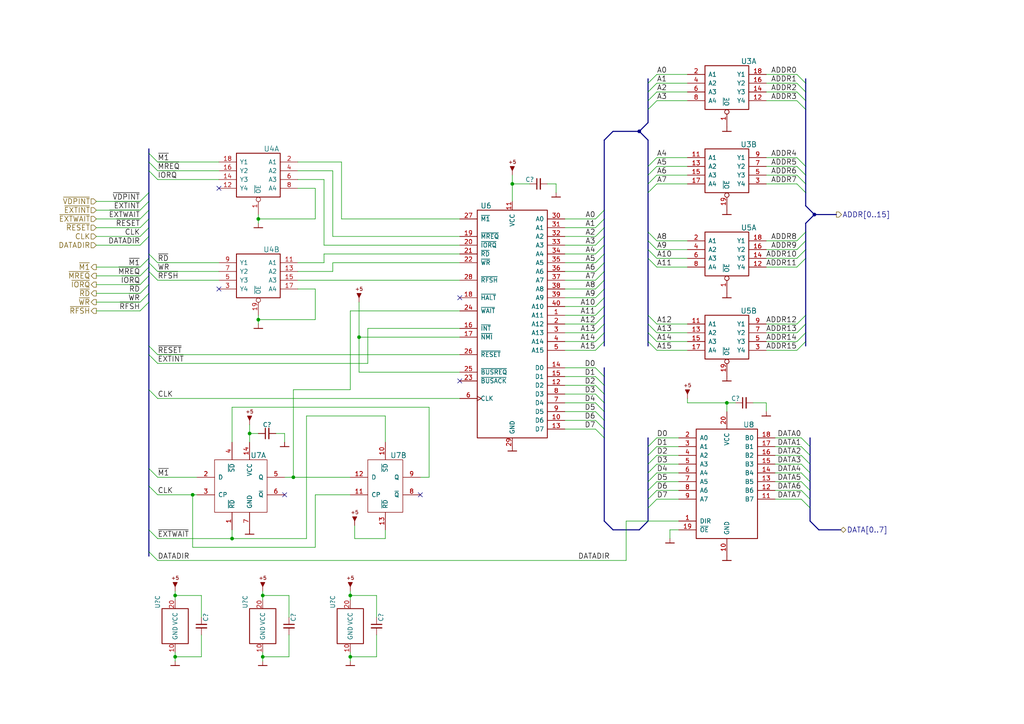
<source format=kicad_sch>
(kicad_sch (version 20211123) (generator eeschema)

  (uuid 76ee303c-1cfc-45a8-ae72-af3efaba6c47)

  (paper "A4")

  (lib_symbols
    (symbol "artemisa:74HC74" (pin_names (offset 1.016)) (in_bom yes) (on_board yes)
      (property "Reference" "U" (id 0) (at -6.35 8.89 0)
        (effects (font (size 1.524 1.524)))
      )
      (property "Value" "74HC74" (id 1) (at 12.7 -6.35 0)
        (effects (font (size 1.524 1.524)))
      )
      (property "Footprint" "" (id 2) (at -2.54 -5.08 0)
        (effects (font (size 1.524 1.524)) hide)
      )
      (property "Datasheet" "" (id 3) (at -2.54 -5.08 0)
        (effects (font (size 1.524 1.524)) hide)
      )
      (symbol "74HC74_1_1"
        (rectangle (start -7.62 7.62) (end 7.62 -7.62)
          (stroke (width 0) (type default) (color 0 0 0 0))
          (fill (type none))
        )
        (pin input line (at -2.54 -12.7 90) (length 5.08)
          (name "~{RD}" (effects (font (size 1.27 1.27))))
          (number "1" (effects (font (size 1.27 1.27))))
        )
        (pin power_in line (at 2.54 12.7 270) (length 5.08)
          (name "VCC" (effects (font (size 1.27 1.27))))
          (number "14" (effects (font (size 1.27 1.27))))
        )
        (pin input line (at -12.7 2.54 0) (length 5.08)
          (name "D" (effects (font (size 1.27 1.27))))
          (number "2" (effects (font (size 1.27 1.27))))
        )
        (pin input line (at -12.7 -2.54 0) (length 5.08)
          (name "CP" (effects (font (size 1.27 1.27))))
          (number "3" (effects (font (size 1.27 1.27))))
        )
        (pin input line (at -2.54 12.7 270) (length 5.08)
          (name "~{SD}" (effects (font (size 1.27 1.27))))
          (number "4" (effects (font (size 1.27 1.27))))
        )
        (pin output line (at 12.7 2.54 180) (length 5.08)
          (name "Q" (effects (font (size 1.27 1.27))))
          (number "5" (effects (font (size 1.27 1.27))))
        )
        (pin output line (at 12.7 -2.54 180) (length 5.08)
          (name "~{Q}" (effects (font (size 1.27 1.27))))
          (number "6" (effects (font (size 1.27 1.27))))
        )
        (pin power_in line (at 2.54 -12.7 90) (length 5.08)
          (name "GND" (effects (font (size 1.27 1.27))))
          (number "7" (effects (font (size 1.27 1.27))))
        )
      )
      (symbol "74HC74_2_1"
        (rectangle (start -5.08 7.62) (end 5.08 -7.62)
          (stroke (width 0) (type default) (color 0 0 0 0))
          (fill (type none))
        )
        (pin input line (at 0 12.7 270) (length 5.08)
          (name "~{SD}" (effects (font (size 1.27 1.27))))
          (number "10" (effects (font (size 1.27 1.27))))
        )
        (pin input line (at -10.16 -2.54 0) (length 5.08)
          (name "CP" (effects (font (size 1.27 1.27))))
          (number "11" (effects (font (size 1.27 1.27))))
        )
        (pin input line (at -10.16 2.54 0) (length 5.08)
          (name "D" (effects (font (size 1.27 1.27))))
          (number "12" (effects (font (size 1.27 1.27))))
        )
        (pin input line (at 0 -12.7 90) (length 5.08)
          (name "~{RD}" (effects (font (size 1.27 1.27))))
          (number "13" (effects (font (size 1.27 1.27))))
        )
        (pin output line (at 10.16 -2.54 180) (length 5.08)
          (name "~{Q}" (effects (font (size 1.27 1.27))))
          (number "8" (effects (font (size 1.27 1.27))))
        )
        (pin output line (at 10.16 2.54 180) (length 5.08)
          (name "Q" (effects (font (size 1.27 1.27))))
          (number "9" (effects (font (size 1.27 1.27))))
        )
      )
    )
    (symbol "artemisa:74HCT244" (pin_names (offset 1.016)) (in_bom yes) (on_board yes)
      (property "Reference" "U" (id 0) (at 0 7.62 0)
        (effects (font (size 1.27 1.27)))
      )
      (property "Value" "74HCT244" (id 1) (at 10.16 -8.89 0)
        (effects (font (size 1.27 1.27)))
      )
      (property "Footprint" "" (id 2) (at 0 -10.16 0)
        (effects (font (size 1.524 1.524)) hide)
      )
      (property "Datasheet" "" (id 3) (at 0 -10.16 0)
        (effects (font (size 1.524 1.524)) hide)
      )
      (symbol "74HCT244_1_1"
        (rectangle (start -6.35 -6.35) (end 6.35 6.35)
          (stroke (width 0.254) (type default) (color 0 0 0 0))
          (fill (type none))
        )
        (pin input inverted (at 0 -11.43 90) (length 5.0038)
          (name "~{OE}" (effects (font (size 1.27 1.27))))
          (number "1" (effects (font (size 1.27 1.27))))
        )
        (pin output line (at 11.43 -3.81 180) (length 5.0038)
          (name "Y4" (effects (font (size 1.27 1.27))))
          (number "12" (effects (font (size 1.27 1.27))))
        )
        (pin output line (at 11.43 -1.27 180) (length 5.0038)
          (name "Y3" (effects (font (size 1.27 1.27))))
          (number "14" (effects (font (size 1.27 1.27))))
        )
        (pin output line (at 11.43 1.27 180) (length 5.0038)
          (name "Y2" (effects (font (size 1.27 1.27))))
          (number "16" (effects (font (size 1.27 1.27))))
        )
        (pin output line (at 11.43 3.81 180) (length 5.0038)
          (name "Y1" (effects (font (size 1.27 1.27))))
          (number "18" (effects (font (size 1.27 1.27))))
        )
        (pin input line (at -11.43 3.81 0) (length 5.0038)
          (name "A1" (effects (font (size 1.27 1.27))))
          (number "2" (effects (font (size 1.27 1.27))))
        )
        (pin input line (at -11.43 1.27 0) (length 5.0038)
          (name "A2" (effects (font (size 1.27 1.27))))
          (number "4" (effects (font (size 1.27 1.27))))
        )
        (pin input line (at -11.43 -1.27 0) (length 5.0038)
          (name "A3" (effects (font (size 1.27 1.27))))
          (number "6" (effects (font (size 1.27 1.27))))
        )
        (pin input line (at -11.43 -3.81 0) (length 5.0038)
          (name "A4" (effects (font (size 1.27 1.27))))
          (number "8" (effects (font (size 1.27 1.27))))
        )
      )
      (symbol "74HCT244_2_1"
        (rectangle (start -6.35 6.35) (end 6.35 -6.35)
          (stroke (width 0.254) (type default) (color 0 0 0 0))
          (fill (type none))
        )
        (pin input line (at -11.43 3.81 0) (length 5.0038)
          (name "A1" (effects (font (size 1.27 1.27))))
          (number "11" (effects (font (size 1.27 1.27))))
        )
        (pin input line (at -11.43 1.27 0) (length 5.0038)
          (name "A2" (effects (font (size 1.27 1.27))))
          (number "13" (effects (font (size 1.27 1.27))))
        )
        (pin input line (at -11.43 -1.27 0) (length 5.0038)
          (name "A3" (effects (font (size 1.27 1.27))))
          (number "15" (effects (font (size 1.27 1.27))))
        )
        (pin input line (at -11.43 -3.81 0) (length 5.0038)
          (name "A4" (effects (font (size 1.27 1.27))))
          (number "17" (effects (font (size 1.27 1.27))))
        )
        (pin input inverted (at 0 -11.43 90) (length 5.0038)
          (name "~{OE}" (effects (font (size 1.27 1.27))))
          (number "19" (effects (font (size 1.27 1.27))))
        )
        (pin output line (at 11.43 -3.81 180) (length 5.0038)
          (name "Y4" (effects (font (size 1.27 1.27))))
          (number "3" (effects (font (size 1.27 1.27))))
        )
        (pin output line (at 11.43 -1.27 180) (length 5.0038)
          (name "Y3" (effects (font (size 1.27 1.27))))
          (number "5" (effects (font (size 1.27 1.27))))
        )
        (pin output line (at 11.43 1.27 180) (length 5.0038)
          (name "Y2" (effects (font (size 1.27 1.27))))
          (number "7" (effects (font (size 1.27 1.27))))
        )
        (pin output line (at 11.43 3.81 180) (length 5.0038)
          (name "Y1" (effects (font (size 1.27 1.27))))
          (number "9" (effects (font (size 1.27 1.27))))
        )
      )
      (symbol "74HCT244_3_1"
        (rectangle (start -3.81 -5.08) (end 3.81 5.08)
          (stroke (width 0.254) (type default) (color 0 0 0 0))
          (fill (type none))
        )
        (pin power_in line (at 0 -7.62 90) (length 2.54)
          (name "GND" (effects (font (size 1.27 1.27))))
          (number "10" (effects (font (size 1.27 1.27))))
        )
        (pin power_in line (at 0 7.62 270) (length 2.54)
          (name "VCC" (effects (font (size 1.27 1.27))))
          (number "20" (effects (font (size 1.27 1.27))))
        )
      )
    )
    (symbol "artemisa:74HCT245" (pin_names (offset 1.016)) (in_bom yes) (on_board yes)
      (property "Reference" "U" (id 0) (at 6.35 12.7 0)
        (effects (font (size 1.524 1.524)))
      )
      (property "Value" "74HCT245" (id 1) (at 6.35 -22.86 0)
        (effects (font (size 1.524 1.524)))
      )
      (property "Footprint" "" (id 2) (at 0 -16.51 0)
        (effects (font (size 1.524 1.524)) hide)
      )
      (property "Datasheet" "" (id 3) (at 0 -16.51 0)
        (effects (font (size 1.524 1.524)) hide)
      )
      (symbol "74HCT245_0_1"
        (rectangle (start -8.89 11.43) (end 8.89 -20.32)
          (stroke (width 0.254) (type default) (color 0 0 0 0))
          (fill (type none))
        )
      )
      (symbol "74HCT245_1_1"
        (pin input line (at -13.97 -15.24 0) (length 5.08)
          (name "DIR" (effects (font (size 1.27 1.27))))
          (number "1" (effects (font (size 1.27 1.27))))
        )
        (pin power_in line (at 0 -25.4 90) (length 5.08)
          (name "GND" (effects (font (size 1.27 1.27))))
          (number "10" (effects (font (size 1.27 1.27))))
        )
        (pin bidirectional line (at 13.97 -8.89 180) (length 5.08)
          (name "B7" (effects (font (size 1.27 1.27))))
          (number "11" (effects (font (size 1.27 1.27))))
        )
        (pin bidirectional line (at 13.97 -6.35 180) (length 5.08)
          (name "B6" (effects (font (size 1.27 1.27))))
          (number "12" (effects (font (size 1.27 1.27))))
        )
        (pin bidirectional line (at 13.97 -3.81 180) (length 5.08)
          (name "B5" (effects (font (size 1.27 1.27))))
          (number "13" (effects (font (size 1.27 1.27))))
        )
        (pin bidirectional line (at 13.97 -1.27 180) (length 5.08)
          (name "B4" (effects (font (size 1.27 1.27))))
          (number "14" (effects (font (size 1.27 1.27))))
        )
        (pin bidirectional line (at 13.97 1.27 180) (length 5.08)
          (name "B3" (effects (font (size 1.27 1.27))))
          (number "15" (effects (font (size 1.27 1.27))))
        )
        (pin bidirectional line (at 13.97 3.81 180) (length 5.08)
          (name "B2" (effects (font (size 1.27 1.27))))
          (number "16" (effects (font (size 1.27 1.27))))
        )
        (pin bidirectional line (at 13.97 6.35 180) (length 5.08)
          (name "B1" (effects (font (size 1.27 1.27))))
          (number "17" (effects (font (size 1.27 1.27))))
        )
        (pin bidirectional line (at 13.97 8.89 180) (length 5.08)
          (name "B0" (effects (font (size 1.27 1.27))))
          (number "18" (effects (font (size 1.27 1.27))))
        )
        (pin input line (at -13.97 -17.78 0) (length 5.08)
          (name "~{OE}" (effects (font (size 1.27 1.27))))
          (number "19" (effects (font (size 1.27 1.27))))
        )
        (pin bidirectional line (at -13.97 8.89 0) (length 5.08)
          (name "A0" (effects (font (size 1.27 1.27))))
          (number "2" (effects (font (size 1.27 1.27))))
        )
        (pin power_in line (at 0 16.51 270) (length 5.08)
          (name "VCC" (effects (font (size 1.27 1.27))))
          (number "20" (effects (font (size 1.27 1.27))))
        )
        (pin bidirectional line (at -13.97 6.35 0) (length 5.08)
          (name "A1" (effects (font (size 1.27 1.27))))
          (number "3" (effects (font (size 1.27 1.27))))
        )
        (pin bidirectional line (at -13.97 3.81 0) (length 5.08)
          (name "A2" (effects (font (size 1.27 1.27))))
          (number "4" (effects (font (size 1.27 1.27))))
        )
        (pin bidirectional line (at -13.97 1.27 0) (length 5.08)
          (name "A3" (effects (font (size 1.27 1.27))))
          (number "5" (effects (font (size 1.27 1.27))))
        )
        (pin bidirectional line (at -13.97 -1.27 0) (length 5.08)
          (name "A4" (effects (font (size 1.27 1.27))))
          (number "6" (effects (font (size 1.27 1.27))))
        )
        (pin bidirectional line (at -13.97 -3.81 0) (length 5.08)
          (name "A5" (effects (font (size 1.27 1.27))))
          (number "7" (effects (font (size 1.27 1.27))))
        )
        (pin bidirectional line (at -13.97 -6.35 0) (length 5.08)
          (name "A6" (effects (font (size 1.27 1.27))))
          (number "8" (effects (font (size 1.27 1.27))))
        )
        (pin bidirectional line (at -13.97 -8.89 0) (length 5.08)
          (name "A7" (effects (font (size 1.27 1.27))))
          (number "9" (effects (font (size 1.27 1.27))))
        )
      )
    )
    (symbol "artemisa:Cap" (pin_numbers hide) (pin_names (offset 0.254) hide) (in_bom yes) (on_board yes)
      (property "Reference" "C" (id 0) (at 0.254 1.778 0)
        (effects (font (size 1.27 1.27)) (justify left))
      )
      (property "Value" "Cap" (id 1) (at 0.254 -2.032 0)
        (effects (font (size 1.27 1.27)) (justify left))
      )
      (property "Footprint" "" (id 2) (at 0 0 0)
        (effects (font (size 1.27 1.27)) hide)
      )
      (property "Datasheet" "" (id 3) (at 0 0 0)
        (effects (font (size 1.27 1.27)) hide)
      )
      (property "ki_fp_filters" "C_*" (id 4) (at 0 0 0)
        (effects (font (size 1.27 1.27)) hide)
      )
      (symbol "Cap_0_1"
        (polyline
          (pts
            (xy -1.524 -0.508)
            (xy 1.524 -0.508)
          )
          (stroke (width 0.3302) (type default) (color 0 0 0 0))
          (fill (type none))
        )
        (polyline
          (pts
            (xy -1.524 0.508)
            (xy 1.524 0.508)
          )
          (stroke (width 0.3048) (type default) (color 0 0 0 0))
          (fill (type none))
        )
      )
      (symbol "Cap_1_1"
        (pin passive line (at 0 2.54 270) (length 2.032)
          (name "~" (effects (font (size 1.27 1.27))))
          (number "1" (effects (font (size 1.27 1.27))))
        )
        (pin passive line (at 0 -2.54 90) (length 2.032)
          (name "~" (effects (font (size 1.27 1.27))))
          (number "2" (effects (font (size 1.27 1.27))))
        )
      )
    )
    (symbol "artemisa:GND" (power) (pin_numbers hide) (pin_names (offset 0) hide) (in_bom yes) (on_board yes)
      (property "Reference" "#PWR" (id 0) (at 0 -2.54 0)
        (effects (font (size 1.524 1.524)) hide)
      )
      (property "Value" "GND" (id 1) (at 0 2.54 0)
        (effects (font (size 1.524 1.524)) hide)
      )
      (property "Footprint" "" (id 2) (at 0 0 0)
        (effects (font (size 1.524 1.524)) hide)
      )
      (property "Datasheet" "" (id 3) (at 0 0 0)
        (effects (font (size 1.524 1.524)) hide)
      )
      (symbol "GND_0_1"
        (polyline
          (pts
            (xy -1.27 -1.27)
            (xy 1.27 -1.27)
          )
          (stroke (width 0.254) (type default) (color 0 0 0 0))
          (fill (type none))
        )
      )
      (symbol "GND_1_1"
        (pin power_in line (at 0 0 270) (length 1.27)
          (name "GND" (effects (font (size 1.27 1.27))))
          (number "~" (effects (font (size 1.27 1.27))))
        )
      )
    )
    (symbol "artemisa:VCC" (power) (pin_numbers hide) (pin_names (offset 0) hide) (in_bom yes) (on_board yes)
      (property "Reference" "#PWR" (id 0) (at 0 -1.27 0)
        (effects (font (size 1.524 1.524)) hide)
      )
      (property "Value" "VCC" (id 1) (at 0 6.35 0)
        (effects (font (size 1.524 1.524)) hide)
      )
      (property "Footprint" "" (id 2) (at 0 0 0)
        (effects (font (size 1.524 1.524)) hide)
      )
      (property "Datasheet" "" (id 3) (at 0 0 0)
        (effects (font (size 1.524 1.524)) hide)
      )
      (symbol "VCC_0_0"
        (text "+5" (at 0 3.81 0)
          (effects (font (size 1.016 1.016)))
        )
      )
      (symbol "VCC_0_1"
        (polyline
          (pts
            (xy 0 1.27)
            (xy 0.635 2.54)
            (xy -0.635 2.54)
            (xy 0 1.27)
          )
          (stroke (width 0) (type default) (color 0 0 0 0))
          (fill (type outline))
        )
      )
      (symbol "VCC_1_1"
        (pin power_in line (at 0 0 90) (length 1.27)
          (name "~" (effects (font (size 1.27 1.27))))
          (number "~" (effects (font (size 1.27 1.27))))
        )
      )
    )
    (symbol "artemisa:Z84C00" (pin_names (offset 1.016)) (in_bom yes) (on_board yes)
      (property "Reference" "U" (id 0) (at -8.89 34.29 0)
        (effects (font (size 1.524 1.524)))
      )
      (property "Value" "Z84C00" (id 1) (at 6.35 -34.29 0)
        (effects (font (size 1.524 1.524)))
      )
      (property "Footprint" "" (id 2) (at 0 -3.81 0)
        (effects (font (size 1.524 1.524)) hide)
      )
      (property "Datasheet" "" (id 3) (at 0 -3.81 0)
        (effects (font (size 1.524 1.524)) hide)
      )
      (symbol "Z84C00_0_1"
        (rectangle (start 10.16 33.02) (end -10.16 -33.02)
          (stroke (width 0.254) (type default) (color 0 0 0 0))
          (fill (type none))
        )
      )
      (symbol "Z84C00_1_1"
        (pin output line (at 15.24 2.54 180) (length 5.0038)
          (name "A11" (effects (font (size 1.27 1.27))))
          (number "1" (effects (font (size 1.27 1.27))))
        )
        (pin bidirectional line (at 15.24 -27.94 180) (length 5.0038)
          (name "D6" (effects (font (size 1.27 1.27))))
          (number "10" (effects (font (size 1.27 1.27))))
        )
        (pin power_in line (at 0 35.56 270) (length 2.54)
          (name "VCC" (effects (font (size 1.27 1.27))))
          (number "11" (effects (font (size 1.27 1.27))))
        )
        (pin bidirectional line (at 15.24 -17.78 180) (length 5.0038)
          (name "D2" (effects (font (size 1.27 1.27))))
          (number "12" (effects (font (size 1.27 1.27))))
        )
        (pin bidirectional line (at 15.24 -30.48 180) (length 5.0038)
          (name "D7" (effects (font (size 1.27 1.27))))
          (number "13" (effects (font (size 1.27 1.27))))
        )
        (pin bidirectional line (at 15.24 -12.7 180) (length 5.0038)
          (name "D0" (effects (font (size 1.27 1.27))))
          (number "14" (effects (font (size 1.27 1.27))))
        )
        (pin bidirectional line (at 15.24 -15.24 180) (length 5.0038)
          (name "D1" (effects (font (size 1.27 1.27))))
          (number "15" (effects (font (size 1.27 1.27))))
        )
        (pin input line (at -15.24 -1.27 0) (length 5.0038)
          (name "~{INT}" (effects (font (size 1.27 1.27))))
          (number "16" (effects (font (size 1.27 1.27))))
        )
        (pin input line (at -15.24 -3.81 0) (length 5.0038)
          (name "~{NMI}" (effects (font (size 1.27 1.27))))
          (number "17" (effects (font (size 1.27 1.27))))
        )
        (pin output line (at -15.24 7.62 0) (length 5.0038)
          (name "~{HALT}" (effects (font (size 1.27 1.27))))
          (number "18" (effects (font (size 1.27 1.27))))
        )
        (pin output line (at -15.24 25.4 0) (length 5.0038)
          (name "~{MREQ}" (effects (font (size 1.27 1.27))))
          (number "19" (effects (font (size 1.27 1.27))))
        )
        (pin output line (at 15.24 0 180) (length 5.0038)
          (name "A12" (effects (font (size 1.27 1.27))))
          (number "2" (effects (font (size 1.27 1.27))))
        )
        (pin output line (at -15.24 22.86 0) (length 5.0038)
          (name "~{IORQ}" (effects (font (size 1.27 1.27))))
          (number "20" (effects (font (size 1.27 1.27))))
        )
        (pin output line (at -15.24 20.32 0) (length 5.0038)
          (name "~{RD}" (effects (font (size 1.27 1.27))))
          (number "21" (effects (font (size 1.27 1.27))))
        )
        (pin output line (at -15.24 17.78 0) (length 5.0038)
          (name "~{WR}" (effects (font (size 1.27 1.27))))
          (number "22" (effects (font (size 1.27 1.27))))
        )
        (pin output line (at -15.24 -16.51 0) (length 5.0038)
          (name "~{BUSACK}" (effects (font (size 1.27 1.27))))
          (number "23" (effects (font (size 1.27 1.27))))
        )
        (pin input line (at -15.24 3.81 0) (length 5.0038)
          (name "~{WAIT}" (effects (font (size 1.27 1.27))))
          (number "24" (effects (font (size 1.27 1.27))))
        )
        (pin input line (at -15.24 -13.97 0) (length 5.0038)
          (name "~{BUSREQ}" (effects (font (size 1.27 1.27))))
          (number "25" (effects (font (size 1.27 1.27))))
        )
        (pin input line (at -15.24 -8.89 0) (length 5.0038)
          (name "~{RESET}" (effects (font (size 1.27 1.27))))
          (number "26" (effects (font (size 1.27 1.27))))
        )
        (pin output line (at -15.24 30.48 0) (length 5.0038)
          (name "~{M1}" (effects (font (size 1.27 1.27))))
          (number "27" (effects (font (size 1.27 1.27))))
        )
        (pin output line (at -15.24 12.7 0) (length 5.0038)
          (name "~{RFSH}" (effects (font (size 1.27 1.27))))
          (number "28" (effects (font (size 1.27 1.27))))
        )
        (pin power_in line (at 0 -35.56 90) (length 2.54)
          (name "GND" (effects (font (size 1.27 1.27))))
          (number "29" (effects (font (size 1.27 1.27))))
        )
        (pin output line (at 15.24 -2.54 180) (length 5.0038)
          (name "A13" (effects (font (size 1.27 1.27))))
          (number "3" (effects (font (size 1.27 1.27))))
        )
        (pin output line (at 15.24 30.48 180) (length 5.0038)
          (name "A0" (effects (font (size 1.27 1.27))))
          (number "30" (effects (font (size 1.27 1.27))))
        )
        (pin output line (at 15.24 27.94 180) (length 5.0038)
          (name "A1" (effects (font (size 1.27 1.27))))
          (number "31" (effects (font (size 1.27 1.27))))
        )
        (pin output line (at 15.24 25.4 180) (length 5.0038)
          (name "A2" (effects (font (size 1.27 1.27))))
          (number "32" (effects (font (size 1.27 1.27))))
        )
        (pin output line (at 15.24 22.86 180) (length 5.0038)
          (name "A3" (effects (font (size 1.27 1.27))))
          (number "33" (effects (font (size 1.27 1.27))))
        )
        (pin output line (at 15.24 20.32 180) (length 5.0038)
          (name "A4" (effects (font (size 1.27 1.27))))
          (number "34" (effects (font (size 1.27 1.27))))
        )
        (pin output line (at 15.24 17.78 180) (length 5.0038)
          (name "A5" (effects (font (size 1.27 1.27))))
          (number "35" (effects (font (size 1.27 1.27))))
        )
        (pin output line (at 15.24 15.24 180) (length 5.0038)
          (name "A6" (effects (font (size 1.27 1.27))))
          (number "36" (effects (font (size 1.27 1.27))))
        )
        (pin output line (at 15.24 12.7 180) (length 5.0038)
          (name "A7" (effects (font (size 1.27 1.27))))
          (number "37" (effects (font (size 1.27 1.27))))
        )
        (pin output line (at 15.24 10.16 180) (length 5.0038)
          (name "A8" (effects (font (size 1.27 1.27))))
          (number "38" (effects (font (size 1.27 1.27))))
        )
        (pin output line (at 15.24 7.62 180) (length 5.0038)
          (name "A9" (effects (font (size 1.27 1.27))))
          (number "39" (effects (font (size 1.27 1.27))))
        )
        (pin output line (at 15.24 -5.08 180) (length 5.0038)
          (name "A14" (effects (font (size 1.27 1.27))))
          (number "4" (effects (font (size 1.27 1.27))))
        )
        (pin output line (at 15.24 5.08 180) (length 5.0038)
          (name "A10" (effects (font (size 1.27 1.27))))
          (number "40" (effects (font (size 1.27 1.27))))
        )
        (pin output line (at 15.24 -7.62 180) (length 5.0038)
          (name "A15" (effects (font (size 1.27 1.27))))
          (number "5" (effects (font (size 1.27 1.27))))
        )
        (pin input clock (at -15.24 -21.59 0) (length 5.0038)
          (name "CLK" (effects (font (size 1.27 1.27))))
          (number "6" (effects (font (size 1.27 1.27))))
        )
        (pin bidirectional line (at 15.24 -22.86 180) (length 5.0038)
          (name "D4" (effects (font (size 1.27 1.27))))
          (number "7" (effects (font (size 1.27 1.27))))
        )
        (pin bidirectional line (at 15.24 -20.32 180) (length 5.0038)
          (name "D3" (effects (font (size 1.27 1.27))))
          (number "8" (effects (font (size 1.27 1.27))))
        )
        (pin bidirectional line (at 15.24 -25.4 180) (length 5.0038)
          (name "D5" (effects (font (size 1.27 1.27))))
          (number "9" (effects (font (size 1.27 1.27))))
        )
      )
    )
  )

  (junction (at 210.82 116.84) (diameter 0) (color 0 0 0 0)
    (uuid 0844b132-5386-469c-86ff-d527c8a00608)
  )
  (junction (at 236.22 62.23) (diameter 0) (color 0 0 0 0)
    (uuid 1264107e-2d4b-4e98-b7c7-eb6ef798b0dd)
  )
  (junction (at 101.6 172.72) (diameter 0) (color 0 0 0 0)
    (uuid 17adff9d-c581-42e4-b552-035b922b5256)
  )
  (junction (at 67.31 156.21) (diameter 0) (color 0 0 0 0)
    (uuid 4263a0e8-33fc-439f-9b56-889a4f5d7b26)
  )
  (junction (at 76.2 190.5) (diameter 0) (color 0 0 0 0)
    (uuid 504cb9e4-5572-4208-bc9d-30a7efff8b9a)
  )
  (junction (at 50.8 190.5) (diameter 0) (color 0 0 0 0)
    (uuid 58e02161-61cc-4d0f-bdc8-c497a25ae380)
  )
  (junction (at 85.09 138.43) (diameter 0) (color 0 0 0 0)
    (uuid 740c9c9e-c377-4082-a7c2-2dfeb8296429)
  )
  (junction (at 74.93 92.71) (diameter 0) (color 0 0 0 0)
    (uuid 7b8f4734-c91c-4c35-bc25-8ba9e0a60f64)
  )
  (junction (at 72.39 125.73) (diameter 0) (color 0 0 0 0)
    (uuid 90912a07-8f0d-457a-b78a-1c112c8f2052)
  )
  (junction (at 148.59 53.34) (diameter 0) (color 0 0 0 0)
    (uuid a1223b95-aa11-427a-b201-9190a86a68be)
  )
  (junction (at 74.93 63.5) (diameter 0) (color 0 0 0 0)
    (uuid c60045a9-c6dd-4a1d-b776-92c82360c330)
  )
  (junction (at 185.42 38.1) (diameter 0) (color 0 0 0 0)
    (uuid d571735a-923b-4288-add3-741d1340044b)
  )
  (junction (at 50.8 172.72) (diameter 0) (color 0 0 0 0)
    (uuid de91796c-56de-4405-8fcc-748bd6a08e86)
  )
  (junction (at 101.6 190.5) (diameter 0) (color 0 0 0 0)
    (uuid e47d9cf3-579e-4750-bc6d-bf58b55862bb)
  )
  (junction (at 76.2 172.72) (diameter 0) (color 0 0 0 0)
    (uuid e9597133-3d67-41f8-aabc-5b61d8d3c3c1)
  )
  (junction (at 55.88 143.51) (diameter 0) (color 0 0 0 0)
    (uuid fbca7d5b-4a19-4f46-9697-74b3068179aa)
  )
  (junction (at 104.14 97.79) (diameter 0) (color 0 0 0 0)
    (uuid fed6a1e7-e233-4dff-87e0-8992a65c8dd0)
  )

  (no_connect (at 133.35 86.36) (uuid 098afe52-27f0-4ec0-bf39-4eb766d2a851))
  (no_connect (at 121.92 143.51) (uuid 11cae898-6e02-4314-87c3-bfa88f249303))
  (no_connect (at 82.55 143.51) (uuid 7401f61b-dc36-4f5a-ba3e-b101a22bf1fc))
  (no_connect (at 63.5 83.82) (uuid a8470270-920a-4fed-9691-22526135f92c))
  (no_connect (at 133.35 110.49) (uuid ad4fcc27-bf1e-4e2e-ab26-9b8032da7693))
  (no_connect (at 63.5 54.61) (uuid b45faf1e-b7a2-4d73-9833-db84a2fde78b))

  (bus_entry (at 190.5 129.54) (size -2.54 2.54)
    (stroke (width 0) (type default) (color 0 0 0 0))
    (uuid 00e39da0-4b3e-4884-a91e-86d729914953)
  )
  (bus_entry (at 190.5 50.8) (size -2.54 2.54)
    (stroke (width 0) (type default) (color 0 0 0 0))
    (uuid 0208dcec-5844-41d6-8382-4437ac8ac82d)
  )
  (bus_entry (at 232.41 139.7) (size 2.54 2.54)
    (stroke (width 0) (type default) (color 0 0 0 0))
    (uuid 037a257a-ceb2-409c-ab24-48a743172dae)
  )
  (bus_entry (at 43.18 55.88) (size -2.54 2.54)
    (stroke (width 0) (type default) (color 0 0 0 0))
    (uuid 054f8e07-0141-451f-a3c4-ea786b83b680)
  )
  (bus_entry (at 232.41 127) (size 2.54 2.54)
    (stroke (width 0) (type default) (color 0 0 0 0))
    (uuid 062fbe79-da43-4e6a-bd6f-509557f2df9b)
  )
  (bus_entry (at 43.18 44.45) (size 2.54 2.54)
    (stroke (width 0) (type default) (color 0 0 0 0))
    (uuid 086ab04d-4086-427c-992f-819b91a9021d)
  )
  (bus_entry (at 43.18 77.47) (size -2.54 2.54)
    (stroke (width 0) (type default) (color 0 0 0 0))
    (uuid 0a83f85d-78ad-480a-a5ba-773caced8f09)
  )
  (bus_entry (at 231.14 93.98) (size 2.54 -2.54)
    (stroke (width 0) (type default) (color 0 0 0 0))
    (uuid 0df798c0-963e-4340-a737-18e50763521e)
  )
  (bus_entry (at 231.14 48.26) (size 2.54 2.54)
    (stroke (width 0) (type default) (color 0 0 0 0))
    (uuid 0f3121ae-1081-4d81-b548-dceafa613e21)
  )
  (bus_entry (at 231.14 29.21) (size 2.54 2.54)
    (stroke (width 0) (type default) (color 0 0 0 0))
    (uuid 159c8092-f459-40eb-b409-c2cace814e6e)
  )
  (bus_entry (at 190.5 132.08) (size -2.54 2.54)
    (stroke (width 0) (type default) (color 0 0 0 0))
    (uuid 18b6dcb6-5ab3-481b-b998-33e8cf6d281f)
  )
  (bus_entry (at 190.5 93.98) (size -2.54 -2.54)
    (stroke (width 0) (type default) (color 0 0 0 0))
    (uuid 1a1da3ab-0792-420a-a2dd-c670f9cd52e8)
  )
  (bus_entry (at 172.72 119.38) (size 2.54 2.54)
    (stroke (width 0) (type default) (color 0 0 0 0))
    (uuid 1aaf34a3-282e-4633-82fa-9d6cdf32efbb)
  )
  (bus_entry (at 43.18 140.97) (size 2.54 2.54)
    (stroke (width 0) (type default) (color 0 0 0 0))
    (uuid 1cd85cce-d94a-4a92-8af2-23d3a2b66793)
  )
  (bus_entry (at 190.5 77.47) (size -2.54 -2.54)
    (stroke (width 0) (type default) (color 0 0 0 0))
    (uuid 1d2d8ec8-1f1b-4d06-9a35-eff8e386bdb8)
  )
  (bus_entry (at 172.72 116.84) (size 2.54 2.54)
    (stroke (width 0) (type default) (color 0 0 0 0))
    (uuid 1ec648ca-df29-4910-86ed-6f48e345dbdb)
  )
  (bus_entry (at 232.41 129.54) (size 2.54 2.54)
    (stroke (width 0) (type default) (color 0 0 0 0))
    (uuid 226f524c-89b4-46ed-86fd-c8ea41059fd4)
  )
  (bus_entry (at 190.5 48.26) (size -2.54 2.54)
    (stroke (width 0) (type default) (color 0 0 0 0))
    (uuid 291e4200-f3c9-4b61-8158-17e8c4424a24)
  )
  (bus_entry (at 190.5 29.21) (size -2.54 2.54)
    (stroke (width 0) (type default) (color 0 0 0 0))
    (uuid 33064f56-88c0-44a1-ac52-96957fe5ad49)
  )
  (bus_entry (at 172.72 101.6) (size 2.54 -2.54)
    (stroke (width 0) (type default) (color 0 0 0 0))
    (uuid 3742a313-c63e-4807-a7bf-be5a0ae2c781)
  )
  (bus_entry (at 190.5 21.59) (size -2.54 2.54)
    (stroke (width 0) (type default) (color 0 0 0 0))
    (uuid 376a6f44-cf22-4d88-ac13-30f83803795f)
  )
  (bus_entry (at 172.72 124.46) (size 2.54 2.54)
    (stroke (width 0) (type default) (color 0 0 0 0))
    (uuid 3b450865-b2ef-4d25-9b34-4d42975b5e24)
  )
  (bus_entry (at 172.72 86.36) (size 2.54 -2.54)
    (stroke (width 0) (type default) (color 0 0 0 0))
    (uuid 3b909fd4-b382-4019-8708-80d1d9a9fe1c)
  )
  (bus_entry (at 43.18 135.89) (size 2.54 2.54)
    (stroke (width 0) (type default) (color 0 0 0 0))
    (uuid 3c5840eb-164e-426c-ab78-faa89624b9dc)
  )
  (bus_entry (at 43.18 63.5) (size -2.54 2.54)
    (stroke (width 0) (type default) (color 0 0 0 0))
    (uuid 3d19e22b-2666-4e7d-825d-37a04ed07fa1)
  )
  (bus_entry (at 43.18 160.02) (size 2.54 2.54)
    (stroke (width 0) (type default) (color 0 0 0 0))
    (uuid 3db00451-fbc3-4980-9f8f-a31cdc894554)
  )
  (bus_entry (at 231.14 101.6) (size 2.54 -2.54)
    (stroke (width 0) (type default) (color 0 0 0 0))
    (uuid 3f206607-332e-4c96-8963-5302804f476f)
  )
  (bus_entry (at 190.5 74.93) (size -2.54 -2.54)
    (stroke (width 0) (type default) (color 0 0 0 0))
    (uuid 401b5a0c-f502-4551-9d61-fa50a303707e)
  )
  (bus_entry (at 43.18 153.67) (size 2.54 2.54)
    (stroke (width 0) (type default) (color 0 0 0 0))
    (uuid 43b7aab0-ec9b-4c58-bfa1-8dda8fccb53f)
  )
  (bus_entry (at 232.41 142.24) (size 2.54 2.54)
    (stroke (width 0) (type default) (color 0 0 0 0))
    (uuid 45899113-d22e-4a5b-822e-9aca23b124ee)
  )
  (bus_entry (at 190.5 72.39) (size -2.54 -2.54)
    (stroke (width 0) (type default) (color 0 0 0 0))
    (uuid 4c069f0b-8c76-44a0-a999-7bd72a3e8dee)
  )
  (bus_entry (at 172.72 99.06) (size 2.54 -2.54)
    (stroke (width 0) (type default) (color 0 0 0 0))
    (uuid 5080cf4c-abda-4232-b279-44d0e6b9bde3)
  )
  (bus_entry (at 43.18 49.53) (size 2.54 2.54)
    (stroke (width 0) (type default) (color 0 0 0 0))
    (uuid 51bdd1cb-8a01-4b1c-940a-3ff4dd1de87c)
  )
  (bus_entry (at 190.5 24.13) (size -2.54 2.54)
    (stroke (width 0) (type default) (color 0 0 0 0))
    (uuid 52d326d4-51c9-4c17-8412-9aaf3e6cdf4c)
  )
  (bus_entry (at 190.5 139.7) (size -2.54 2.54)
    (stroke (width 0) (type default) (color 0 0 0 0))
    (uuid 539dec9e-2c45-4201-ab13-cbbbab8fc31b)
  )
  (bus_entry (at 172.72 83.82) (size 2.54 -2.54)
    (stroke (width 0) (type default) (color 0 0 0 0))
    (uuid 5891aa7f-2e48-4492-8db1-d54810991036)
  )
  (bus_entry (at 43.18 46.99) (size 2.54 2.54)
    (stroke (width 0) (type default) (color 0 0 0 0))
    (uuid 59246647-4e57-4b5f-9f1e-b0cc1fb90bb2)
  )
  (bus_entry (at 232.41 137.16) (size 2.54 2.54)
    (stroke (width 0) (type default) (color 0 0 0 0))
    (uuid 5b5611ee-3a4f-4573-978f-2e48db0ecaf5)
  )
  (bus_entry (at 172.72 96.52) (size 2.54 -2.54)
    (stroke (width 0) (type default) (color 0 0 0 0))
    (uuid 5b867f3d-ce38-4d21-95dd-fe114f76e9dc)
  )
  (bus_entry (at 190.5 101.6) (size -2.54 -2.54)
    (stroke (width 0) (type default) (color 0 0 0 0))
    (uuid 5e27f565-c85a-4f3b-9862-58c0accdd5e3)
  )
  (bus_entry (at 172.72 91.44) (size 2.54 -2.54)
    (stroke (width 0) (type default) (color 0 0 0 0))
    (uuid 5f8cf0a3-5039-4ac4-8310-e201f8c0505f)
  )
  (bus_entry (at 43.18 60.96) (size -2.54 2.54)
    (stroke (width 0) (type default) (color 0 0 0 0))
    (uuid 62af6e3c-7d06-438a-b62f-014ae3262ea1)
  )
  (bus_entry (at 231.14 69.85) (size 2.54 -2.54)
    (stroke (width 0) (type default) (color 0 0 0 0))
    (uuid 6579642b-a152-47f7-af0e-0d8866bdfcb8)
  )
  (bus_entry (at 231.14 50.8) (size 2.54 2.54)
    (stroke (width 0) (type default) (color 0 0 0 0))
    (uuid 66cc4ddc-a52d-4ad7-986e-68f000539802)
  )
  (bus_entry (at 43.18 113.03) (size 2.54 2.54)
    (stroke (width 0) (type default) (color 0 0 0 0))
    (uuid 67320774-1745-4c89-bec7-2213f7bb7ecc)
  )
  (bus_entry (at 172.72 66.04) (size 2.54 -2.54)
    (stroke (width 0) (type default) (color 0 0 0 0))
    (uuid 6776c573-26e6-4a02-ab96-18129f258651)
  )
  (bus_entry (at 190.5 127) (size -2.54 2.54)
    (stroke (width 0) (type default) (color 0 0 0 0))
    (uuid 6ceb10bf-4340-4309-8250-882c2b60a70e)
  )
  (bus_entry (at 231.14 99.06) (size 2.54 -2.54)
    (stroke (width 0) (type default) (color 0 0 0 0))
    (uuid 6d646c30-feab-4e3e-adf0-5427b73b5f08)
  )
  (bus_entry (at 231.14 74.93) (size 2.54 -2.54)
    (stroke (width 0) (type default) (color 0 0 0 0))
    (uuid 6e416a78-df14-48ee-9842-e6e24081191e)
  )
  (bus_entry (at 232.41 132.08) (size 2.54 2.54)
    (stroke (width 0) (type default) (color 0 0 0 0))
    (uuid 710852c3-85af-44f2-af12-adc5798f2795)
  )
  (bus_entry (at 172.72 109.22) (size 2.54 2.54)
    (stroke (width 0) (type default) (color 0 0 0 0))
    (uuid 782e74f8-8e76-4e6f-bfec-df9b9d96b19d)
  )
  (bus_entry (at 190.5 134.62) (size -2.54 2.54)
    (stroke (width 0) (type default) (color 0 0 0 0))
    (uuid 7be13a36-eb8e-440f-aaac-2fd6665d9f61)
  )
  (bus_entry (at 172.72 106.68) (size 2.54 2.54)
    (stroke (width 0) (type default) (color 0 0 0 0))
    (uuid 7c49dc93-96a1-4a8f-a667-a4ee5ad692a0)
  )
  (bus_entry (at 232.41 134.62) (size 2.54 2.54)
    (stroke (width 0) (type default) (color 0 0 0 0))
    (uuid 84e154cc-34e9-48ac-ab7e-fc52b3bc90d0)
  )
  (bus_entry (at 232.41 144.78) (size 2.54 2.54)
    (stroke (width 0) (type default) (color 0 0 0 0))
    (uuid 8527ef2e-5212-4629-b6f5-b0130ab61dab)
  )
  (bus_entry (at 231.14 24.13) (size 2.54 2.54)
    (stroke (width 0) (type default) (color 0 0 0 0))
    (uuid 86f6faec-7eee-404c-a73a-2ae625f33d8c)
  )
  (bus_entry (at 172.72 93.98) (size 2.54 -2.54)
    (stroke (width 0) (type default) (color 0 0 0 0))
    (uuid 89be6ff8-dff7-4df0-876d-d5989d658e36)
  )
  (bus_entry (at 43.18 85.09) (size -2.54 2.54)
    (stroke (width 0) (type default) (color 0 0 0 0))
    (uuid 8afefa03-006b-4e40-b19e-6596c7cc472e)
  )
  (bus_entry (at 231.14 96.52) (size 2.54 -2.54)
    (stroke (width 0) (type default) (color 0 0 0 0))
    (uuid 8e1983d7-818b-423d-95d2-7f219e4f6ba3)
  )
  (bus_entry (at 231.14 45.72) (size 2.54 2.54)
    (stroke (width 0) (type default) (color 0 0 0 0))
    (uuid 8f8bb641-6f96-48dd-a2de-b7e2aaf6efe0)
  )
  (bus_entry (at 231.14 21.59) (size 2.54 2.54)
    (stroke (width 0) (type default) (color 0 0 0 0))
    (uuid 90337a8b-a8c5-48e1-ad0f-b0e67716fe3c)
  )
  (bus_entry (at 190.5 99.06) (size -2.54 -2.54)
    (stroke (width 0) (type default) (color 0 0 0 0))
    (uuid 9050328c-80d1-449f-94a8-27658961ba9d)
  )
  (bus_entry (at 43.18 76.2) (size 2.54 2.54)
    (stroke (width 0) (type default) (color 0 0 0 0))
    (uuid 911557e5-adec-4d13-9794-a18b325eb4ea)
  )
  (bus_entry (at 43.18 80.01) (size -2.54 2.54)
    (stroke (width 0) (type default) (color 0 0 0 0))
    (uuid 9116f42f-8d27-4055-8fab-af8b6ed6959f)
  )
  (bus_entry (at 190.5 142.24) (size -2.54 2.54)
    (stroke (width 0) (type default) (color 0 0 0 0))
    (uuid 91c69423-de51-44fe-bc70-fec455b50634)
  )
  (bus_entry (at 190.5 45.72) (size -2.54 2.54)
    (stroke (width 0) (type default) (color 0 0 0 0))
    (uuid 933a17ae-06d4-4de3-aae1-d3835cc0d957)
  )
  (bus_entry (at 190.5 144.78) (size -2.54 2.54)
    (stroke (width 0) (type default) (color 0 0 0 0))
    (uuid 9b4851fe-4e2f-4de0-a685-8e53004d88aa)
  )
  (bus_entry (at 172.72 71.12) (size 2.54 -2.54)
    (stroke (width 0) (type default) (color 0 0 0 0))
    (uuid 9ba85d0a-e58f-45a8-9d86-ad6c976003b7)
  )
  (bus_entry (at 172.72 68.58) (size 2.54 -2.54)
    (stroke (width 0) (type default) (color 0 0 0 0))
    (uuid a067c43d-047d-48ca-a682-5bbb620e3988)
  )
  (bus_entry (at 190.5 137.16) (size -2.54 2.54)
    (stroke (width 0) (type default) (color 0 0 0 0))
    (uuid a072347a-1cac-4ead-8c61-cfe38fd40342)
  )
  (bus_entry (at 190.5 53.34) (size -2.54 2.54)
    (stroke (width 0) (type default) (color 0 0 0 0))
    (uuid a2ead14b-89a8-4438-a7df-7876de28e69a)
  )
  (bus_entry (at 172.72 81.28) (size 2.54 -2.54)
    (stroke (width 0) (type default) (color 0 0 0 0))
    (uuid ab26a42e-b7f6-4a80-b26c-c01085e448c7)
  )
  (bus_entry (at 190.5 69.85) (size -2.54 -2.54)
    (stroke (width 0) (type default) (color 0 0 0 0))
    (uuid ac0e5582-f44c-4bc2-8ae7-2c3f1115fb00)
  )
  (bus_entry (at 43.18 73.66) (size 2.54 2.54)
    (stroke (width 0) (type default) (color 0 0 0 0))
    (uuid af7ccd5a-4c05-4a49-a412-ca568e4c81d2)
  )
  (bus_entry (at 231.14 77.47) (size 2.54 -2.54)
    (stroke (width 0) (type default) (color 0 0 0 0))
    (uuid b2f7301d-582c-4990-a060-4a71ef08c6eb)
  )
  (bus_entry (at 172.72 88.9) (size 2.54 -2.54)
    (stroke (width 0) (type default) (color 0 0 0 0))
    (uuid b5de2bf0-583c-45d9-bc5e-15007fe3ede8)
  )
  (bus_entry (at 43.18 82.55) (size -2.54 2.54)
    (stroke (width 0) (type default) (color 0 0 0 0))
    (uuid c14f4f41-991c-47f8-ba74-4a4e89170acf)
  )
  (bus_entry (at 43.18 100.33) (size 2.54 2.54)
    (stroke (width 0) (type default) (color 0 0 0 0))
    (uuid cab0d0a9-e089-4f0b-8483-22b4e0addcae)
  )
  (bus_entry (at 43.18 74.93) (size -2.54 2.54)
    (stroke (width 0) (type default) (color 0 0 0 0))
    (uuid ccd45da3-3d73-496d-8f2e-5edf69377f63)
  )
  (bus_entry (at 172.72 114.3) (size 2.54 2.54)
    (stroke (width 0) (type default) (color 0 0 0 0))
    (uuid cd1b9f49-f6c4-4c81-a715-14d19fd506d7)
  )
  (bus_entry (at 190.5 96.52) (size -2.54 -2.54)
    (stroke (width 0) (type default) (color 0 0 0 0))
    (uuid d0060422-f68b-4ffa-bca8-6f70dc4f862d)
  )
  (bus_entry (at 172.72 76.2) (size 2.54 -2.54)
    (stroke (width 0) (type default) (color 0 0 0 0))
    (uuid d25a1e45-06d1-4c1c-9b3a-0fd8abd0bfed)
  )
  (bus_entry (at 172.72 121.92) (size 2.54 2.54)
    (stroke (width 0) (type default) (color 0 0 0 0))
    (uuid d35d7027-ac1b-44b2-9664-3d8a37ee0f4e)
  )
  (bus_entry (at 231.14 26.67) (size 2.54 2.54)
    (stroke (width 0) (type default) (color 0 0 0 0))
    (uuid d3db736b-0e33-4126-b950-5488923df40e)
  )
  (bus_entry (at 43.18 78.74) (size 2.54 2.54)
    (stroke (width 0) (type default) (color 0 0 0 0))
    (uuid d40ed1bf-6a69-492a-acf3-f71f1c7a81f2)
  )
  (bus_entry (at 43.18 66.04) (size -2.54 2.54)
    (stroke (width 0) (type default) (color 0 0 0 0))
    (uuid d66c8b0e-b6b3-43ea-8c6d-9724edcc57d6)
  )
  (bus_entry (at 172.72 111.76) (size 2.54 2.54)
    (stroke (width 0) (type default) (color 0 0 0 0))
    (uuid de7d8275-fd45-47d5-ae9a-4b0c51b81f57)
  )
  (bus_entry (at 172.72 63.5) (size 2.54 -2.54)
    (stroke (width 0) (type default) (color 0 0 0 0))
    (uuid df1435bb-8018-455d-9925-63e774164119)
  )
  (bus_entry (at 190.5 26.67) (size -2.54 2.54)
    (stroke (width 0) (type default) (color 0 0 0 0))
    (uuid df3e0d78-29b1-4811-9600-571610f4b8a8)
  )
  (bus_entry (at 172.72 78.74) (size 2.54 -2.54)
    (stroke (width 0) (type default) (color 0 0 0 0))
    (uuid e8558fbd-ea42-43a6-966a-7bd304bdfaad)
  )
  (bus_entry (at 231.14 72.39) (size 2.54 -2.54)
    (stroke (width 0) (type default) (color 0 0 0 0))
    (uuid eac540a2-0555-4530-b9cb-9b037a65c0a7)
  )
  (bus_entry (at 43.18 58.42) (size -2.54 2.54)
    (stroke (width 0) (type default) (color 0 0 0 0))
    (uuid ed6caead-58a0-4a37-97cf-621d3ffb0ca4)
  )
  (bus_entry (at 43.18 87.63) (size -2.54 2.54)
    (stroke (width 0) (type default) (color 0 0 0 0))
    (uuid f368b66f-c8a4-4ccf-b925-3f03c13bf28f)
  )
  (bus_entry (at 43.18 68.58) (size -2.54 2.54)
    (stroke (width 0) (type default) (color 0 0 0 0))
    (uuid f43f384e-6bcf-4d6c-ac65-2e849bdb75c5)
  )
  (bus_entry (at 172.72 73.66) (size 2.54 -2.54)
    (stroke (width 0) (type default) (color 0 0 0 0))
    (uuid f61adca3-c1e4-457e-8212-9dc978cabab5)
  )
  (bus_entry (at 231.14 53.34) (size 2.54 2.54)
    (stroke (width 0) (type default) (color 0 0 0 0))
    (uuid fe1c93f4-4468-424b-a088-27aef08b62b4)
  )
  (bus_entry (at 43.18 102.87) (size 2.54 2.54)
    (stroke (width 0) (type default) (color 0 0 0 0))
    (uuid ffde4898-4c0e-4c24-bd8c-aadcd7279172)
  )

  (bus (pts (xy 177.8 38.1) (xy 185.42 38.1))
    (stroke (width 0) (type default) (color 0 0 0 0))
    (uuid 00627221-b0fd-448e-b5a6-250d249697c2)
  )

  (wire (pts (xy 27.94 80.01) (xy 40.64 80.01))
    (stroke (width 0) (type default) (color 0 0 0 0))
    (uuid 01600802-66c5-45a2-be7f-4fa2327d845b)
  )
  (bus (pts (xy 234.95 129.54) (xy 234.95 132.08))
    (stroke (width 0) (type default) (color 0 0 0 0))
    (uuid 02fad080-98cd-46ab-9ee4-13a74595ac68)
  )
  (bus (pts (xy 187.96 40.64) (xy 185.42 38.1))
    (stroke (width 0) (type default) (color 0 0 0 0))
    (uuid 030f7528-01d8-4f5d-b375-396511a3f702)
  )
  (bus (pts (xy 43.18 102.87) (xy 43.18 113.03))
    (stroke (width 0) (type default) (color 0 0 0 0))
    (uuid 0548b5b4-cb6a-4383-985b-2777ce991c3e)
  )

  (wire (pts (xy 82.55 128.27) (xy 82.55 125.73))
    (stroke (width 0) (type default) (color 0 0 0 0))
    (uuid 05c4a04b-0442-4e18-9747-3d9fc4a562fe)
  )
  (bus (pts (xy 233.68 74.93) (xy 233.68 91.44))
    (stroke (width 0) (type default) (color 0 0 0 0))
    (uuid 05d71641-765e-42e9-b112-428ee2e771ec)
  )

  (wire (pts (xy 232.41 137.16) (xy 224.79 137.16))
    (stroke (width 0) (type default) (color 0 0 0 0))
    (uuid 064853d1-fee5-4dc2-a187-8cbdd26d3919)
  )
  (wire (pts (xy 101.6 172.72) (xy 101.6 173.99))
    (stroke (width 0) (type default) (color 0 0 0 0))
    (uuid 0a2d185c-629f-461f-8b6b-f91f1894e6ba)
  )
  (wire (pts (xy 101.6 172.72) (xy 109.22 172.72))
    (stroke (width 0) (type default) (color 0 0 0 0))
    (uuid 0a52fedd-967a-423d-aaaf-3875f20f935b)
  )
  (wire (pts (xy 231.14 96.52) (xy 222.25 96.52))
    (stroke (width 0) (type default) (color 0 0 0 0))
    (uuid 0ba3fcf8-07bd-443d-be28-f69a4ad80df4)
  )
  (bus (pts (xy 43.18 153.67) (xy 43.18 160.02))
    (stroke (width 0) (type default) (color 0 0 0 0))
    (uuid 0bc4a849-5f93-40a7-8f00-efd98ea94086)
  )

  (wire (pts (xy 74.93 91.44) (xy 74.93 92.71))
    (stroke (width 0) (type default) (color 0 0 0 0))
    (uuid 0c75753f-ac98-42bf-95d0-ee8de408989d)
  )
  (bus (pts (xy 237.49 153.67) (xy 243.84 153.67))
    (stroke (width 0) (type default) (color 0 0 0 0))
    (uuid 0d1c133a-5b0b-4fe0-b915-2f72b13b37e9)
  )

  (wire (pts (xy 172.72 91.44) (xy 163.83 91.44))
    (stroke (width 0) (type default) (color 0 0 0 0))
    (uuid 0d7333ca-0587-43cb-9af7-f59016c85820)
  )
  (wire (pts (xy 74.93 63.5) (xy 74.93 64.77))
    (stroke (width 0) (type default) (color 0 0 0 0))
    (uuid 0ea0e524-3bbd-4f05-896d-54b702c204b2)
  )
  (bus (pts (xy 175.26 83.82) (xy 175.26 86.36))
    (stroke (width 0) (type default) (color 0 0 0 0))
    (uuid 0f8c7f8e-c569-41d5-a9c5-be2602986fec)
  )

  (wire (pts (xy 96.52 49.53) (xy 86.36 49.53))
    (stroke (width 0) (type default) (color 0 0 0 0))
    (uuid 0fffb828-f291-41d3-a83c-4eaa3df13f3a)
  )
  (bus (pts (xy 175.26 68.58) (xy 175.26 71.12))
    (stroke (width 0) (type default) (color 0 0 0 0))
    (uuid 102c4f15-f7f0-47b3-b463-90324a621426)
  )

  (wire (pts (xy 85.09 113.03) (xy 101.6 113.03))
    (stroke (width 0) (type default) (color 0 0 0 0))
    (uuid 10e5ae6d-e43e-4ff8-abc5-fd9df16782da)
  )
  (wire (pts (xy 172.72 119.38) (xy 163.83 119.38))
    (stroke (width 0) (type default) (color 0 0 0 0))
    (uuid 119c633c-175b-4b38-bbc1-1a076032c16e)
  )
  (wire (pts (xy 106.68 105.41) (xy 106.68 95.25))
    (stroke (width 0) (type default) (color 0 0 0 0))
    (uuid 12721b60-b423-4830-af94-c68b76872f05)
  )
  (wire (pts (xy 88.9 120.65) (xy 88.9 156.21))
    (stroke (width 0) (type default) (color 0 0 0 0))
    (uuid 127b0e8c-8b10-4db4-b691-908ac98caaf1)
  )
  (bus (pts (xy 43.18 78.74) (xy 43.18 80.01))
    (stroke (width 0) (type default) (color 0 0 0 0))
    (uuid 13ca6f98-495b-4848-a1b9-619bdbf2e008)
  )

  (wire (pts (xy 133.35 95.25) (xy 106.68 95.25))
    (stroke (width 0) (type default) (color 0 0 0 0))
    (uuid 1558a593-7554-4709-a27f-f70400a2199d)
  )
  (wire (pts (xy 91.44 63.5) (xy 74.93 63.5))
    (stroke (width 0) (type default) (color 0 0 0 0))
    (uuid 168e91de-8892-4570-a62e-0a6a88daec47)
  )
  (bus (pts (xy 43.18 85.09) (xy 43.18 87.63))
    (stroke (width 0) (type default) (color 0 0 0 0))
    (uuid 18648368-8315-41f6-b287-55706b48f79e)
  )
  (bus (pts (xy 187.96 72.39) (xy 187.96 74.93))
    (stroke (width 0) (type default) (color 0 0 0 0))
    (uuid 1875410c-e4b4-4ec3-b634-5e1a0d17ab0f)
  )
  (bus (pts (xy 43.18 113.03) (xy 43.18 135.89))
    (stroke (width 0) (type default) (color 0 0 0 0))
    (uuid 188bd81e-55cf-4eb8-ac51-32c0165c3b7f)
  )

  (wire (pts (xy 101.6 189.23) (xy 101.6 190.5))
    (stroke (width 0) (type default) (color 0 0 0 0))
    (uuid 199ade13-7442-4da9-8eea-a8e7681e2aee)
  )
  (wire (pts (xy 232.41 129.54) (xy 224.79 129.54))
    (stroke (width 0) (type default) (color 0 0 0 0))
    (uuid 1ba3e338-9465-4844-8361-6715d7885c15)
  )
  (wire (pts (xy 133.35 76.2) (xy 96.52 76.2))
    (stroke (width 0) (type default) (color 0 0 0 0))
    (uuid 1bb16fed-1537-47fa-90f6-8dc136da5d16)
  )
  (wire (pts (xy 74.93 125.73) (xy 72.39 125.73))
    (stroke (width 0) (type default) (color 0 0 0 0))
    (uuid 1c4dfe58-85b1-467f-8e9d-bdb7a0d0ca8e)
  )
  (bus (pts (xy 175.26 114.3) (xy 175.26 116.84))
    (stroke (width 0) (type default) (color 0 0 0 0))
    (uuid 1c67d947-286e-4eeb-ad61-68de893b3f2c)
  )

  (wire (pts (xy 231.14 29.21) (xy 222.25 29.21))
    (stroke (width 0) (type default) (color 0 0 0 0))
    (uuid 1c7ec62e-d96c-4a0d-ac32-e919b90a3c5b)
  )
  (wire (pts (xy 74.93 92.71) (xy 74.93 93.98))
    (stroke (width 0) (type default) (color 0 0 0 0))
    (uuid 1d20c966-0439-42a1-b5e3-5e76b52f827f)
  )
  (wire (pts (xy 232.41 144.78) (xy 224.79 144.78))
    (stroke (width 0) (type default) (color 0 0 0 0))
    (uuid 1d6c2d6c-bee0-401d-9749-98f17833afdd)
  )
  (wire (pts (xy 86.36 54.61) (xy 91.44 54.61))
    (stroke (width 0) (type default) (color 0 0 0 0))
    (uuid 1d801ac4-6429-45d9-ad70-9dd82bd9c030)
  )
  (wire (pts (xy 50.8 189.23) (xy 50.8 190.5))
    (stroke (width 0) (type default) (color 0 0 0 0))
    (uuid 1f70d207-e63d-4692-be1f-5b6fa8599d57)
  )
  (wire (pts (xy 40.64 85.09) (xy 27.94 85.09))
    (stroke (width 0) (type default) (color 0 0 0 0))
    (uuid 200b738a-50e9-4f57-b197-9a6a0ae11af3)
  )
  (wire (pts (xy 231.14 53.34) (xy 222.25 53.34))
    (stroke (width 0) (type default) (color 0 0 0 0))
    (uuid 2056f16f-2d4a-4f35-8a56-49ab69eeef16)
  )
  (wire (pts (xy 222.25 93.98) (xy 231.14 93.98))
    (stroke (width 0) (type default) (color 0 0 0 0))
    (uuid 207932d1-3fbf-4bd3-8ef6-a6601aaaae72)
  )
  (bus (pts (xy 43.18 77.47) (xy 43.18 78.74))
    (stroke (width 0) (type default) (color 0 0 0 0))
    (uuid 207f3729-b16f-4bed-8e25-6323ca6af59d)
  )
  (bus (pts (xy 175.26 60.96) (xy 175.26 63.5))
    (stroke (width 0) (type default) (color 0 0 0 0))
    (uuid 20b6f547-8f23-4ca0-8198-b15b71fba76d)
  )

  (wire (pts (xy 101.6 113.03) (xy 101.6 90.17))
    (stroke (width 0) (type default) (color 0 0 0 0))
    (uuid 217a6ab0-8c75-4e09-8113-c7b7b906da43)
  )
  (wire (pts (xy 222.25 69.85) (xy 231.14 69.85))
    (stroke (width 0) (type default) (color 0 0 0 0))
    (uuid 21c9358c-c2dd-4df5-9cfe-ea9bd0b49374)
  )
  (wire (pts (xy 27.94 66.04) (xy 40.64 66.04))
    (stroke (width 0) (type default) (color 0 0 0 0))
    (uuid 248d15cd-dd0c-425d-94cb-b44ccf865457)
  )
  (bus (pts (xy 43.18 140.97) (xy 43.18 153.67))
    (stroke (width 0) (type default) (color 0 0 0 0))
    (uuid 253438e1-b2d5-45c8-bcfc-742c8344ecea)
  )

  (wire (pts (xy 163.83 99.06) (xy 172.72 99.06))
    (stroke (width 0) (type default) (color 0 0 0 0))
    (uuid 2571f4c8-d7fc-4e8c-94df-f480e56bb717)
  )
  (wire (pts (xy 232.41 132.08) (xy 224.79 132.08))
    (stroke (width 0) (type default) (color 0 0 0 0))
    (uuid 25b39db8-8576-4473-b331-b912323e85f4)
  )
  (bus (pts (xy 234.95 127) (xy 234.95 129.54))
    (stroke (width 0) (type default) (color 0 0 0 0))
    (uuid 2628b16a-8b1e-4398-be45-c147110e73bb)
  )

  (wire (pts (xy 67.31 118.11) (xy 67.31 128.27))
    (stroke (width 0) (type default) (color 0 0 0 0))
    (uuid 28f921ab-5f55-47f8-b726-02e567145cd5)
  )
  (wire (pts (xy 45.72 102.87) (xy 133.35 102.87))
    (stroke (width 0) (type default) (color 0 0 0 0))
    (uuid 29f4961c-cbd7-42a0-91e7-8ae77405e061)
  )
  (bus (pts (xy 175.26 86.36) (xy 175.26 88.9))
    (stroke (width 0) (type default) (color 0 0 0 0))
    (uuid 2a3045fd-49b2-4e17-94bf-b5864659b054)
  )
  (bus (pts (xy 233.68 31.75) (xy 233.68 48.26))
    (stroke (width 0) (type default) (color 0 0 0 0))
    (uuid 2b02e529-0dd1-4c56-92a3-7eb22d2ee260)
  )
  (bus (pts (xy 233.68 64.77) (xy 233.68 67.31))
    (stroke (width 0) (type default) (color 0 0 0 0))
    (uuid 2b1a1d99-4ea2-4cae-846a-5609aadc4265)
  )
  (bus (pts (xy 43.18 82.55) (xy 43.18 85.09))
    (stroke (width 0) (type default) (color 0 0 0 0))
    (uuid 2d5b3e10-9b65-4abf-803e-969a546fc8e3)
  )

  (wire (pts (xy 27.94 87.63) (xy 40.64 87.63))
    (stroke (width 0) (type default) (color 0 0 0 0))
    (uuid 2d916084-6196-4479-adf2-d8e271fa0c32)
  )
  (bus (pts (xy 187.96 69.85) (xy 187.96 72.39))
    (stroke (width 0) (type default) (color 0 0 0 0))
    (uuid 2db578cd-b125-49d3-b68b-3360b8f58d41)
  )
  (bus (pts (xy 187.96 35.56) (xy 185.42 38.1))
    (stroke (width 0) (type default) (color 0 0 0 0))
    (uuid 2ee91d7b-5181-4f17-a629-4c470c00b784)
  )

  (wire (pts (xy 163.83 83.82) (xy 172.72 83.82))
    (stroke (width 0) (type default) (color 0 0 0 0))
    (uuid 2f122013-8dbc-4371-941a-b52e2115db20)
  )
  (wire (pts (xy 231.14 101.6) (xy 222.25 101.6))
    (stroke (width 0) (type default) (color 0 0 0 0))
    (uuid 2f29ffe5-cbdc-4a3f-81e6-c7d9f4c5145a)
  )
  (wire (pts (xy 222.25 74.93) (xy 231.14 74.93))
    (stroke (width 0) (type default) (color 0 0 0 0))
    (uuid 2f8ebbbf-0f11-4a15-9648-1d28e5593127)
  )
  (wire (pts (xy 111.76 120.65) (xy 88.9 120.65))
    (stroke (width 0) (type default) (color 0 0 0 0))
    (uuid 3019c847-3ccf-490a-9dd6-694227c3fba5)
  )
  (wire (pts (xy 199.39 26.67) (xy 190.5 26.67))
    (stroke (width 0) (type default) (color 0 0 0 0))
    (uuid 31b8e579-7afa-4dee-9f20-b2fefaae3c16)
  )
  (wire (pts (xy 45.72 52.07) (xy 63.5 52.07))
    (stroke (width 0) (type default) (color 0 0 0 0))
    (uuid 32f4eb0d-8b7c-4e0f-8b4a-904219172497)
  )
  (bus (pts (xy 175.26 40.64) (xy 175.26 60.96))
    (stroke (width 0) (type default) (color 0 0 0 0))
    (uuid 3497045f-d218-47c9-8fd1-2d0a39585aa6)
  )
  (bus (pts (xy 233.68 59.69) (xy 236.22 62.23))
    (stroke (width 0) (type default) (color 0 0 0 0))
    (uuid 360bedc1-8522-4c8c-bbbd-baca6d69d40e)
  )

  (wire (pts (xy 91.44 83.82) (xy 86.36 83.82))
    (stroke (width 0) (type default) (color 0 0 0 0))
    (uuid 376da264-b219-4ddc-be78-a640bbee3aef)
  )
  (wire (pts (xy 96.52 68.58) (xy 133.35 68.58))
    (stroke (width 0) (type default) (color 0 0 0 0))
    (uuid 3785b88e-f652-4024-afb0-be4c22cdaea8)
  )
  (bus (pts (xy 175.26 111.76) (xy 175.26 114.3))
    (stroke (width 0) (type default) (color 0 0 0 0))
    (uuid 3962f024-df76-4ce5-a845-a5bfd0cc118f)
  )
  (bus (pts (xy 43.18 80.01) (xy 43.18 82.55))
    (stroke (width 0) (type default) (color 0 0 0 0))
    (uuid 3969f1a4-cee5-45d1-af73-48102fab1b79)
  )

  (wire (pts (xy 121.92 138.43) (xy 124.46 138.43))
    (stroke (width 0) (type default) (color 0 0 0 0))
    (uuid 3a4d7b94-8b26-4555-b396-f2e88aea5db3)
  )
  (wire (pts (xy 222.25 21.59) (xy 231.14 21.59))
    (stroke (width 0) (type default) (color 0 0 0 0))
    (uuid 3a568413-17bd-4a87-b1ac-928e77fa1b6a)
  )
  (bus (pts (xy 233.68 24.13) (xy 233.68 26.67))
    (stroke (width 0) (type default) (color 0 0 0 0))
    (uuid 3a6e1b00-aa08-416c-85dc-bf006b0a4a78)
  )

  (wire (pts (xy 222.25 99.06) (xy 231.14 99.06))
    (stroke (width 0) (type default) (color 0 0 0 0))
    (uuid 3ba59656-e36e-4caa-8957-90ed8686b3d3)
  )
  (bus (pts (xy 43.18 55.88) (xy 43.18 58.42))
    (stroke (width 0) (type default) (color 0 0 0 0))
    (uuid 3bb6370c-713d-4d7f-8232-809c9ec621ba)
  )
  (bus (pts (xy 233.68 22.86) (xy 233.68 24.13))
    (stroke (width 0) (type default) (color 0 0 0 0))
    (uuid 3bc24d10-b3eb-4abe-836d-a8521ccc4341)
  )
  (bus (pts (xy 175.26 119.38) (xy 175.26 121.92))
    (stroke (width 0) (type default) (color 0 0 0 0))
    (uuid 3be93bf9-8c44-4bd5-ab0f-f48691dd7c5d)
  )

  (wire (pts (xy 199.39 93.98) (xy 190.5 93.98))
    (stroke (width 0) (type default) (color 0 0 0 0))
    (uuid 3c19fda9-55de-469e-9693-2d8993bca106)
  )
  (bus (pts (xy 187.96 22.86) (xy 187.96 24.13))
    (stroke (width 0) (type default) (color 0 0 0 0))
    (uuid 3cf0233f-86e3-4b85-ad75-fb8a46f37498)
  )
  (bus (pts (xy 175.26 121.92) (xy 175.26 124.46))
    (stroke (width 0) (type default) (color 0 0 0 0))
    (uuid 3de5b137-b7ed-4a67-a65d-5332350a142e)
  )
  (bus (pts (xy 234.95 132.08) (xy 234.95 134.62))
    (stroke (width 0) (type default) (color 0 0 0 0))
    (uuid 3e2733b2-429a-48e0-a5f6-9bc75cea3fb3)
  )
  (bus (pts (xy 233.68 99.06) (xy 233.68 100.33))
    (stroke (width 0) (type default) (color 0 0 0 0))
    (uuid 3ec4c6d4-d672-41bf-9275-f96679fe932f)
  )

  (wire (pts (xy 58.42 184.15) (xy 58.42 190.5))
    (stroke (width 0) (type default) (color 0 0 0 0))
    (uuid 3f0c3fb9-57f0-4439-b2df-3c934842d7db)
  )
  (bus (pts (xy 185.42 153.67) (xy 177.8 153.67))
    (stroke (width 0) (type default) (color 0 0 0 0))
    (uuid 40962e92-90b6-487d-b0dc-0a6c42b5ebc2)
  )
  (bus (pts (xy 43.18 100.33) (xy 43.18 102.87))
    (stroke (width 0) (type default) (color 0 0 0 0))
    (uuid 4110e71c-ac60-4e49-a67d-42ff60f3a0ba)
  )

  (wire (pts (xy 109.22 190.5) (xy 101.6 190.5))
    (stroke (width 0) (type default) (color 0 0 0 0))
    (uuid 414a1d4c-7afc-4ffa-8579-88675cedc4ce)
  )
  (bus (pts (xy 175.26 151.13) (xy 177.8 153.67))
    (stroke (width 0) (type default) (color 0 0 0 0))
    (uuid 41f99891-7a2b-4f30-b64b-8a3195d07d40)
  )

  (wire (pts (xy 67.31 156.21) (xy 88.9 156.21))
    (stroke (width 0) (type default) (color 0 0 0 0))
    (uuid 4223805d-8db1-4df1-b73a-3d99f37f1701)
  )
  (bus (pts (xy 175.26 78.74) (xy 175.26 81.28))
    (stroke (width 0) (type default) (color 0 0 0 0))
    (uuid 422c943d-0851-47e8-8fa0-a7c617f12578)
  )

  (wire (pts (xy 231.14 72.39) (xy 222.25 72.39))
    (stroke (width 0) (type default) (color 0 0 0 0))
    (uuid 4266f6dc-b108-467a-bc4a-756158b1a271)
  )
  (wire (pts (xy 27.94 58.42) (xy 40.64 58.42))
    (stroke (width 0) (type default) (color 0 0 0 0))
    (uuid 42688fc6-3e24-4a56-9963-828da46dcdfb)
  )
  (wire (pts (xy 190.5 129.54) (xy 196.85 129.54))
    (stroke (width 0) (type default) (color 0 0 0 0))
    (uuid 42b7a68a-3837-4773-af68-a35059da48c3)
  )
  (wire (pts (xy 91.44 54.61) (xy 91.44 63.5))
    (stroke (width 0) (type default) (color 0 0 0 0))
    (uuid 443de8e6-6c50-4145-a643-8098c9ffc1e6)
  )
  (bus (pts (xy 175.26 93.98) (xy 175.26 96.52))
    (stroke (width 0) (type default) (color 0 0 0 0))
    (uuid 447c289f-e3ea-4183-b81d-b7026faccfd7)
  )
  (bus (pts (xy 187.96 74.93) (xy 187.96 91.44))
    (stroke (width 0) (type default) (color 0 0 0 0))
    (uuid 44ec5d8a-0a8a-4230-b003-6ed9c113dcbb)
  )

  (wire (pts (xy 93.98 76.2) (xy 86.36 76.2))
    (stroke (width 0) (type default) (color 0 0 0 0))
    (uuid 45245258-c97a-4586-bc43-2154c85c0ef6)
  )
  (wire (pts (xy 190.5 101.6) (xy 199.39 101.6))
    (stroke (width 0) (type default) (color 0 0 0 0))
    (uuid 4687c479-536f-4d7c-9d3c-04c9b426c43c)
  )
  (wire (pts (xy 163.83 68.58) (xy 172.72 68.58))
    (stroke (width 0) (type default) (color 0 0 0 0))
    (uuid 47890384-6eaa-420c-b9ae-e68a6a7f17b5)
  )
  (wire (pts (xy 96.52 76.2) (xy 96.52 78.74))
    (stroke (width 0) (type default) (color 0 0 0 0))
    (uuid 47c4da32-a886-4a7a-86ef-2f3db3797d7d)
  )
  (bus (pts (xy 187.96 132.08) (xy 187.96 134.62))
    (stroke (width 0) (type default) (color 0 0 0 0))
    (uuid 480d5422-6d33-4319-a5c2-9ce1cd04fa90)
  )

  (wire (pts (xy 72.39 125.73) (xy 72.39 128.27))
    (stroke (width 0) (type default) (color 0 0 0 0))
    (uuid 481354ed-51b9-4db2-9835-781681979b4b)
  )
  (bus (pts (xy 175.26 124.46) (xy 175.26 127))
    (stroke (width 0) (type default) (color 0 0 0 0))
    (uuid 4a7a8704-b751-4f8c-aedf-2558a0174a72)
  )

  (wire (pts (xy 96.52 68.58) (xy 96.52 49.53))
    (stroke (width 0) (type default) (color 0 0 0 0))
    (uuid 4be2d863-39fc-49fd-99c7-77790b42f677)
  )
  (wire (pts (xy 190.5 53.34) (xy 199.39 53.34))
    (stroke (width 0) (type default) (color 0 0 0 0))
    (uuid 4e0c0da6-a302-49a1-8b88-4dccac856a0b)
  )
  (bus (pts (xy 175.26 96.52) (xy 175.26 99.06))
    (stroke (width 0) (type default) (color 0 0 0 0))
    (uuid 4fc9e638-a9e7-4d3f-b340-780df412591d)
  )
  (bus (pts (xy 233.68 64.77) (xy 236.22 62.23))
    (stroke (width 0) (type default) (color 0 0 0 0))
    (uuid 520fd06c-b6b9-4c42-9bfc-5c3d2d29f14b)
  )
  (bus (pts (xy 187.96 53.34) (xy 187.96 55.88))
    (stroke (width 0) (type default) (color 0 0 0 0))
    (uuid 5278fb5e-f15e-42fe-84df-a59fee8119f1)
  )
  (bus (pts (xy 233.68 67.31) (xy 233.68 69.85))
    (stroke (width 0) (type default) (color 0 0 0 0))
    (uuid 52a2307e-13fb-47e4-a814-168f6f383b45)
  )

  (wire (pts (xy 181.61 151.13) (xy 181.61 162.56))
    (stroke (width 0) (type default) (color 0 0 0 0))
    (uuid 557d128f-cf69-4c70-9959-d139ac95c63c)
  )
  (wire (pts (xy 109.22 172.72) (xy 109.22 179.07))
    (stroke (width 0) (type default) (color 0 0 0 0))
    (uuid 5684e95c-6824-46cf-8e72-881178a51d31)
  )
  (wire (pts (xy 222.25 50.8) (xy 231.14 50.8))
    (stroke (width 0) (type default) (color 0 0 0 0))
    (uuid 56b53988-7c92-40d8-a754-683f4429d93e)
  )
  (wire (pts (xy 76.2 189.23) (xy 76.2 190.5))
    (stroke (width 0) (type default) (color 0 0 0 0))
    (uuid 56dc9d1a-d125-4218-be7e-afbadad9f13c)
  )
  (wire (pts (xy 101.6 90.17) (xy 133.35 90.17))
    (stroke (width 0) (type default) (color 0 0 0 0))
    (uuid 57881c8f-ea31-4450-bce6-89885e0a9bfd)
  )
  (wire (pts (xy 50.8 190.5) (xy 50.8 191.77))
    (stroke (width 0) (type default) (color 0 0 0 0))
    (uuid 581488ee-fe1f-43d1-a23d-526666571191)
  )
  (bus (pts (xy 43.18 66.04) (xy 43.18 68.58))
    (stroke (width 0) (type default) (color 0 0 0 0))
    (uuid 5880b9b0-aa32-4505-8669-deb95429be37)
  )
  (bus (pts (xy 187.96 96.52) (xy 187.96 99.06))
    (stroke (width 0) (type default) (color 0 0 0 0))
    (uuid 58f281db-090d-4a92-8a73-05e2a97a7ee9)
  )
  (bus (pts (xy 175.26 106.68) (xy 175.26 109.22))
    (stroke (width 0) (type default) (color 0 0 0 0))
    (uuid 594594ee-9de8-45bc-b621-a9251877b0c2)
  )
  (bus (pts (xy 43.18 63.5) (xy 43.18 66.04))
    (stroke (width 0) (type default) (color 0 0 0 0))
    (uuid 5b17d47a-a4a2-4ddf-966a-e6b5821094ec)
  )

  (wire (pts (xy 172.72 111.76) (xy 163.83 111.76))
    (stroke (width 0) (type default) (color 0 0 0 0))
    (uuid 5b29962f-685a-409c-915c-9c4a92ed442a)
  )
  (wire (pts (xy 232.41 142.24) (xy 224.79 142.24))
    (stroke (width 0) (type default) (color 0 0 0 0))
    (uuid 5da06777-0696-4bb2-8c9a-78c96b4b3e90)
  )
  (wire (pts (xy 101.6 190.5) (xy 101.6 191.77))
    (stroke (width 0) (type default) (color 0 0 0 0))
    (uuid 5daf2c3c-7702-4a59-b99d-84464c054bc4)
  )
  (bus (pts (xy 233.68 96.52) (xy 233.68 99.06))
    (stroke (width 0) (type default) (color 0 0 0 0))
    (uuid 5ed867d6-e24b-4827-bb08-f4f5e703c946)
  )

  (wire (pts (xy 91.44 143.51) (xy 101.6 143.51))
    (stroke (width 0) (type default) (color 0 0 0 0))
    (uuid 60a7dcc1-b459-4b69-be02-f48b66a815f0)
  )
  (wire (pts (xy 172.72 71.12) (xy 163.83 71.12))
    (stroke (width 0) (type default) (color 0 0 0 0))
    (uuid 62c6f8ce-78e5-4ab3-bb01-2fcb0df87aa6)
  )
  (wire (pts (xy 104.14 87.63) (xy 104.14 97.79))
    (stroke (width 0) (type default) (color 0 0 0 0))
    (uuid 6428332e-b689-4aa8-86bb-3bee31b6f177)
  )
  (wire (pts (xy 190.5 24.13) (xy 199.39 24.13))
    (stroke (width 0) (type default) (color 0 0 0 0))
    (uuid 6540157e-dd56-419f-8e12-b9f763e7e5a8)
  )
  (wire (pts (xy 163.83 88.9) (xy 172.72 88.9))
    (stroke (width 0) (type default) (color 0 0 0 0))
    (uuid 6597e724-ffad-43f1-9619-cca25cced87f)
  )
  (bus (pts (xy 234.95 144.78) (xy 234.95 147.32))
    (stroke (width 0) (type default) (color 0 0 0 0))
    (uuid 6613902d-850f-4102-9d7b-cc5a5ef20ea0)
  )

  (wire (pts (xy 86.36 81.28) (xy 133.35 81.28))
    (stroke (width 0) (type default) (color 0 0 0 0))
    (uuid 663e5097-d637-4088-8d27-2d72ff835abc)
  )
  (wire (pts (xy 172.72 114.3) (xy 163.83 114.3))
    (stroke (width 0) (type default) (color 0 0 0 0))
    (uuid 669e2f76-dce7-4b88-b383-d3587e6cc0cc)
  )
  (bus (pts (xy 233.68 72.39) (xy 233.68 74.93))
    (stroke (width 0) (type default) (color 0 0 0 0))
    (uuid 66b19a0b-d07c-43ff-9bd5-abe61a163306)
  )
  (bus (pts (xy 233.68 91.44) (xy 233.68 93.98))
    (stroke (width 0) (type default) (color 0 0 0 0))
    (uuid 674dfd9c-2241-44b5-bfb4-f6d11b1ff583)
  )
  (bus (pts (xy 234.95 151.13) (xy 237.49 153.67))
    (stroke (width 0) (type default) (color 0 0 0 0))
    (uuid 6832f754-a6e6-478a-bd86-858502b6adf6)
  )
  (bus (pts (xy 43.18 46.99) (xy 43.18 49.53))
    (stroke (width 0) (type default) (color 0 0 0 0))
    (uuid 69814d9b-0367-4de8-9718-43b37031d240)
  )
  (bus (pts (xy 43.18 49.53) (xy 43.18 55.88))
    (stroke (width 0) (type default) (color 0 0 0 0))
    (uuid 69b9c43b-f07d-440f-a8c0-3e74d8fe8255)
  )

  (wire (pts (xy 213.36 116.84) (xy 210.82 116.84))
    (stroke (width 0) (type default) (color 0 0 0 0))
    (uuid 6b847b8a-c935-4366-8f7b-7cdbe96384da)
  )
  (bus (pts (xy 187.96 91.44) (xy 187.96 93.98))
    (stroke (width 0) (type default) (color 0 0 0 0))
    (uuid 70e94f88-657e-428d-84a0-9ae84ea57cd7)
  )

  (wire (pts (xy 133.35 73.66) (xy 93.98 73.66))
    (stroke (width 0) (type default) (color 0 0 0 0))
    (uuid 72733f59-fc61-4ff2-8fe5-0440be71758a)
  )
  (wire (pts (xy 76.2 172.72) (xy 76.2 173.99))
    (stroke (width 0) (type default) (color 0 0 0 0))
    (uuid 72e9c34a-4fbc-4581-8ad2-e93bc3c3ccb0)
  )
  (bus (pts (xy 187.96 151.13) (xy 185.42 153.67))
    (stroke (width 0) (type default) (color 0 0 0 0))
    (uuid 73f848b4-ade7-4987-86e9-cda67c99315b)
  )

  (wire (pts (xy 111.76 128.27) (xy 111.76 120.65))
    (stroke (width 0) (type default) (color 0 0 0 0))
    (uuid 741561bb-6157-4c58-bb00-0f2a32b21238)
  )
  (wire (pts (xy 161.29 53.34) (xy 158.75 53.34))
    (stroke (width 0) (type default) (color 0 0 0 0))
    (uuid 767e3782-90bf-4d7f-b1ef-719aa7013187)
  )
  (wire (pts (xy 111.76 156.21) (xy 111.76 153.67))
    (stroke (width 0) (type default) (color 0 0 0 0))
    (uuid 76a87642-211c-44f2-a488-190d6dc3728e)
  )
  (bus (pts (xy 233.68 53.34) (xy 233.68 55.88))
    (stroke (width 0) (type default) (color 0 0 0 0))
    (uuid 76adfc93-1bf2-41b7-b4bf-eb835ea8821f)
  )

  (wire (pts (xy 181.61 151.13) (xy 196.85 151.13))
    (stroke (width 0) (type default) (color 0 0 0 0))
    (uuid 77121855-7958-40c5-81ca-b386a811e84c)
  )
  (bus (pts (xy 234.95 139.7) (xy 234.95 142.24))
    (stroke (width 0) (type default) (color 0 0 0 0))
    (uuid 785e7afb-5347-4e11-b292-701c649113fb)
  )

  (wire (pts (xy 82.55 125.73) (xy 80.01 125.73))
    (stroke (width 0) (type default) (color 0 0 0 0))
    (uuid 7a332b0c-4cba-438b-85c1-9efe2690fb62)
  )
  (bus (pts (xy 236.22 62.23) (xy 242.57 62.23))
    (stroke (width 0) (type default) (color 0 0 0 0))
    (uuid 7c1dbd41-291a-4aad-bf3b-16497f84df7b)
  )

  (wire (pts (xy 27.94 90.17) (xy 40.64 90.17))
    (stroke (width 0) (type default) (color 0 0 0 0))
    (uuid 7c3fa13a-5250-4394-8d82-80430597df04)
  )
  (bus (pts (xy 233.68 69.85) (xy 233.68 72.39))
    (stroke (width 0) (type default) (color 0 0 0 0))
    (uuid 7d02c8da-c1f5-46b6-a684-03b1f9fa82ce)
  )

  (wire (pts (xy 172.72 66.04) (xy 163.83 66.04))
    (stroke (width 0) (type default) (color 0 0 0 0))
    (uuid 7da6dd22-6820-4812-8b65-ceb1440c016d)
  )
  (wire (pts (xy 58.42 190.5) (xy 50.8 190.5))
    (stroke (width 0) (type default) (color 0 0 0 0))
    (uuid 7da78911-dd6f-4bbd-9a74-8a3476ec1fb5)
  )
  (wire (pts (xy 190.5 72.39) (xy 199.39 72.39))
    (stroke (width 0) (type default) (color 0 0 0 0))
    (uuid 7e509ce7-bdc7-45fb-b2d0-c14a958a5480)
  )
  (bus (pts (xy 234.95 137.16) (xy 234.95 139.7))
    (stroke (width 0) (type default) (color 0 0 0 0))
    (uuid 7e75e4cc-e0cb-4b98-b80b-d3c04ae9a412)
  )

  (wire (pts (xy 63.5 78.74) (xy 45.72 78.74))
    (stroke (width 0) (type default) (color 0 0 0 0))
    (uuid 7f7833f4-976f-4a80-99c4-69f2976ed565)
  )
  (bus (pts (xy 175.26 91.44) (xy 175.26 93.98))
    (stroke (width 0) (type default) (color 0 0 0 0))
    (uuid 7f8398d1-1fcb-4b17-b71c-c5df98433848)
  )

  (wire (pts (xy 194.31 153.67) (xy 194.31 156.21))
    (stroke (width 0) (type default) (color 0 0 0 0))
    (uuid 7fc6eda3-a41a-4ab9-935d-37e18cb30594)
  )
  (wire (pts (xy 222.25 119.38) (xy 222.25 116.84))
    (stroke (width 0) (type default) (color 0 0 0 0))
    (uuid 825065db-dc11-43e9-aa2e-59e6b2cd21f3)
  )
  (wire (pts (xy 172.72 76.2) (xy 163.83 76.2))
    (stroke (width 0) (type default) (color 0 0 0 0))
    (uuid 825ca21e-b6a1-4e84-a612-f8e2fae8ac04)
  )
  (wire (pts (xy 199.39 50.8) (xy 190.5 50.8))
    (stroke (width 0) (type default) (color 0 0 0 0))
    (uuid 82782dc2-cb84-4d0c-b85e-b3903aca1e13)
  )
  (wire (pts (xy 222.25 26.67) (xy 231.14 26.67))
    (stroke (width 0) (type default) (color 0 0 0 0))
    (uuid 82941cb3-7e8d-4836-8b43-647cd4390ab6)
  )
  (wire (pts (xy 199.39 99.06) (xy 190.5 99.06))
    (stroke (width 0) (type default) (color 0 0 0 0))
    (uuid 858b182d-fdce-45a6-8c3a-626e9f7a9971)
  )
  (wire (pts (xy 93.98 73.66) (xy 93.98 76.2))
    (stroke (width 0) (type default) (color 0 0 0 0))
    (uuid 867dcf96-6334-4832-b3d2-cf7aefc9cce8)
  )
  (bus (pts (xy 187.96 24.13) (xy 187.96 26.67))
    (stroke (width 0) (type default) (color 0 0 0 0))
    (uuid 872056a8-3317-408d-800b-762b71027ed5)
  )

  (wire (pts (xy 172.72 81.28) (xy 163.83 81.28))
    (stroke (width 0) (type default) (color 0 0 0 0))
    (uuid 895d5ca3-0e9a-421e-88ea-3017edd2db62)
  )
  (wire (pts (xy 45.72 49.53) (xy 63.5 49.53))
    (stroke (width 0) (type default) (color 0 0 0 0))
    (uuid 8ac2bac7-c686-402e-9f05-089e132647d2)
  )
  (wire (pts (xy 124.46 138.43) (xy 124.46 118.11))
    (stroke (width 0) (type default) (color 0 0 0 0))
    (uuid 8c4cd1a2-9a92-4fba-aa2e-8b86c17dce10)
  )
  (bus (pts (xy 234.95 142.24) (xy 234.95 144.78))
    (stroke (width 0) (type default) (color 0 0 0 0))
    (uuid 8c6484b7-f099-4c5c-b5fd-abaa05b4ab18)
  )
  (bus (pts (xy 187.96 127) (xy 187.96 129.54))
    (stroke (width 0) (type default) (color 0 0 0 0))
    (uuid 8cf4e6c7-f213-4dc6-a215-9a85d8791784)
  )

  (wire (pts (xy 199.39 116.84) (xy 210.82 116.84))
    (stroke (width 0) (type default) (color 0 0 0 0))
    (uuid 8d054a8d-7435-41ed-8832-6067aada259a)
  )
  (bus (pts (xy 187.96 137.16) (xy 187.96 139.7))
    (stroke (width 0) (type default) (color 0 0 0 0))
    (uuid 8d3d3e35-82e0-40ba-907a-a8ab9693853e)
  )

  (wire (pts (xy 172.72 109.22) (xy 163.83 109.22))
    (stroke (width 0) (type default) (color 0 0 0 0))
    (uuid 8e247c2e-b63e-4a70-8c32-64933e91ced0)
  )
  (wire (pts (xy 109.22 184.15) (xy 109.22 190.5))
    (stroke (width 0) (type default) (color 0 0 0 0))
    (uuid 8e6e5f4d-6567-459b-ac23-dfc1d101e708)
  )
  (bus (pts (xy 43.18 68.58) (xy 43.18 73.66))
    (stroke (width 0) (type default) (color 0 0 0 0))
    (uuid 8eb5e770-d904-422f-814b-21543d34976a)
  )

  (wire (pts (xy 190.5 48.26) (xy 199.39 48.26))
    (stroke (width 0) (type default) (color 0 0 0 0))
    (uuid 8ecc0874-e7f5-4102-a6b7-0222cf1fccc2)
  )
  (wire (pts (xy 85.09 113.03) (xy 85.09 138.43))
    (stroke (width 0) (type default) (color 0 0 0 0))
    (uuid 90b3e3a5-04e0-491b-97bf-2e8a21e1833b)
  )
  (wire (pts (xy 231.14 24.13) (xy 222.25 24.13))
    (stroke (width 0) (type default) (color 0 0 0 0))
    (uuid 914a2046-646f-4d53-b355-ce2139e25907)
  )
  (wire (pts (xy 199.39 45.72) (xy 190.5 45.72))
    (stroke (width 0) (type default) (color 0 0 0 0))
    (uuid 914ccec4-572a-4ec0-b281-596368eea274)
  )
  (wire (pts (xy 148.59 53.34) (xy 148.59 58.42))
    (stroke (width 0) (type default) (color 0 0 0 0))
    (uuid 91637a62-ec43-463a-9edc-420af478d9cb)
  )
  (wire (pts (xy 45.72 143.51) (xy 55.88 143.51))
    (stroke (width 0) (type default) (color 0 0 0 0))
    (uuid 92419cc9-1070-47aa-876c-2cf8f5a03a47)
  )
  (wire (pts (xy 102.87 156.21) (xy 102.87 152.4))
    (stroke (width 0) (type default) (color 0 0 0 0))
    (uuid 92ee3d85-c13e-4120-ad64-bd390adf040c)
  )
  (bus (pts (xy 43.18 160.02) (xy 43.18 161.29))
    (stroke (width 0) (type default) (color 0 0 0 0))
    (uuid 95576a76-91bb-4db4-bcad-45ffa1fb7580)
  )

  (wire (pts (xy 172.72 101.6) (xy 163.83 101.6))
    (stroke (width 0) (type default) (color 0 0 0 0))
    (uuid 95aed042-4cef-4360-9184-83bbe2dcfbaa)
  )
  (bus (pts (xy 187.96 29.21) (xy 187.96 31.75))
    (stroke (width 0) (type default) (color 0 0 0 0))
    (uuid 973720a6-f461-4d46-b2fe-59915df69d25)
  )

  (wire (pts (xy 190.5 29.21) (xy 199.39 29.21))
    (stroke (width 0) (type default) (color 0 0 0 0))
    (uuid 978f967d-6cc0-4f07-b852-e2800feefa07)
  )
  (bus (pts (xy 233.68 50.8) (xy 233.68 53.34))
    (stroke (width 0) (type default) (color 0 0 0 0))
    (uuid 9858a585-1ecc-4893-a1c6-bacba18521ec)
  )
  (bus (pts (xy 43.18 87.63) (xy 43.18 100.33))
    (stroke (width 0) (type default) (color 0 0 0 0))
    (uuid 996c5414-4d36-42a5-a5a3-5c685d76f56d)
  )

  (wire (pts (xy 231.14 48.26) (xy 222.25 48.26))
    (stroke (width 0) (type default) (color 0 0 0 0))
    (uuid 9ad8e352-005c-4299-8beb-56f3b58c96b7)
  )
  (bus (pts (xy 175.26 66.04) (xy 175.26 68.58))
    (stroke (width 0) (type default) (color 0 0 0 0))
    (uuid 9c614a92-4db0-4682-b200-e8121deaa926)
  )

  (wire (pts (xy 172.72 96.52) (xy 163.83 96.52))
    (stroke (width 0) (type default) (color 0 0 0 0))
    (uuid 9cab0c4e-2726-433f-a46f-c25156ae2489)
  )
  (bus (pts (xy 234.95 147.32) (xy 234.95 151.13))
    (stroke (width 0) (type default) (color 0 0 0 0))
    (uuid 9d68ca63-4f76-4c15-8edd-c79507b64ea4)
  )

  (wire (pts (xy 190.5 137.16) (xy 196.85 137.16))
    (stroke (width 0) (type default) (color 0 0 0 0))
    (uuid 9e5b0177-ea58-4f76-8b57-ff1c6e52d9df)
  )
  (wire (pts (xy 163.83 73.66) (xy 172.72 73.66))
    (stroke (width 0) (type default) (color 0 0 0 0))
    (uuid 9f5c7a80-7220-432e-865b-d1468e8a8d4c)
  )
  (wire (pts (xy 196.85 153.67) (xy 194.31 153.67))
    (stroke (width 0) (type default) (color 0 0 0 0))
    (uuid a12c94a5-1fd0-4cb6-9bfe-f7529f451405)
  )
  (wire (pts (xy 55.88 143.51) (xy 55.88 158.75))
    (stroke (width 0) (type default) (color 0 0 0 0))
    (uuid a26bc030-7d8a-4b19-aa84-9206cc0de2b0)
  )
  (bus (pts (xy 43.18 43.18) (xy 43.18 44.45))
    (stroke (width 0) (type default) (color 0 0 0 0))
    (uuid a2d090b5-bdc2-4863-87f2-2ea46a246d3d)
  )
  (bus (pts (xy 187.96 26.67) (xy 187.96 29.21))
    (stroke (width 0) (type default) (color 0 0 0 0))
    (uuid a2da6c4b-cf98-4d3d-b54c-e05e54dfd2b6)
  )

  (wire (pts (xy 55.88 158.75) (xy 91.44 158.75))
    (stroke (width 0) (type default) (color 0 0 0 0))
    (uuid a3722fe0-facc-42fa-a01b-a26433c9d7fe)
  )
  (wire (pts (xy 45.72 46.99) (xy 63.5 46.99))
    (stroke (width 0) (type default) (color 0 0 0 0))
    (uuid a3d660d2-1195-4764-9c63-d090a7cbc79a)
  )
  (bus (pts (xy 43.18 58.42) (xy 43.18 60.96))
    (stroke (width 0) (type default) (color 0 0 0 0))
    (uuid a4016004-dc80-4dea-8e6b-d39f67a11e91)
  )

  (wire (pts (xy 232.41 139.7) (xy 224.79 139.7))
    (stroke (width 0) (type default) (color 0 0 0 0))
    (uuid a4971cc2-2bc0-4979-86df-10f6aaaa3b65)
  )
  (wire (pts (xy 163.83 63.5) (xy 172.72 63.5))
    (stroke (width 0) (type default) (color 0 0 0 0))
    (uuid a543a4a0-b8e2-45a4-be48-7207020a5b1f)
  )
  (wire (pts (xy 172.72 106.68) (xy 163.83 106.68))
    (stroke (width 0) (type default) (color 0 0 0 0))
    (uuid a60f8360-f38f-439d-b446-391101ae4282)
  )
  (wire (pts (xy 76.2 190.5) (xy 76.2 191.77))
    (stroke (width 0) (type default) (color 0 0 0 0))
    (uuid a6187c22-3622-4a1a-a49a-b21e96986f96)
  )
  (wire (pts (xy 40.64 77.47) (xy 27.94 77.47))
    (stroke (width 0) (type default) (color 0 0 0 0))
    (uuid a6386af6-d744-458e-b19d-8fd97b5ad9f9)
  )
  (wire (pts (xy 27.94 63.5) (xy 40.64 63.5))
    (stroke (width 0) (type default) (color 0 0 0 0))
    (uuid a6460cc6-b11c-4dff-a0ea-9de680e68ca8)
  )
  (bus (pts (xy 234.95 134.62) (xy 234.95 137.16))
    (stroke (width 0) (type default) (color 0 0 0 0))
    (uuid a72be1e0-9af1-4c8b-a80a-e23a2ce6ded3)
  )
  (bus (pts (xy 43.18 44.45) (xy 43.18 46.99))
    (stroke (width 0) (type default) (color 0 0 0 0))
    (uuid abdf1fc0-a5f4-4a26-adc8-ba7216defb10)
  )

  (wire (pts (xy 199.39 74.93) (xy 190.5 74.93))
    (stroke (width 0) (type default) (color 0 0 0 0))
    (uuid ac99d2b9-3592-44c3-94eb-e556103750a4)
  )
  (bus (pts (xy 233.68 48.26) (xy 233.68 50.8))
    (stroke (width 0) (type default) (color 0 0 0 0))
    (uuid ae5c31ab-a505-4959-ae0e-cec81fcbf815)
  )

  (wire (pts (xy 172.72 86.36) (xy 163.83 86.36))
    (stroke (width 0) (type default) (color 0 0 0 0))
    (uuid aeae1c08-0511-41ff-896d-95b95a86eb35)
  )
  (wire (pts (xy 76.2 172.72) (xy 83.82 172.72))
    (stroke (width 0) (type default) (color 0 0 0 0))
    (uuid af66589f-0dae-4737-851f-f8cddd35005b)
  )
  (wire (pts (xy 40.64 68.58) (xy 27.94 68.58))
    (stroke (width 0) (type default) (color 0 0 0 0))
    (uuid afc1392c-4488-4251-8167-de520abba754)
  )
  (wire (pts (xy 101.6 138.43) (xy 85.09 138.43))
    (stroke (width 0) (type default) (color 0 0 0 0))
    (uuid afc58bc7-e8b3-4ec7-b7ec-e155055196a5)
  )
  (bus (pts (xy 175.26 99.06) (xy 175.26 100.33))
    (stroke (width 0) (type default) (color 0 0 0 0))
    (uuid b15cb383-7ebe-47e4-8de4-90e4bb592ca1)
  )

  (wire (pts (xy 67.31 156.21) (xy 45.72 156.21))
    (stroke (width 0) (type default) (color 0 0 0 0))
    (uuid b2cac11a-5f3b-43d7-88e5-8d0241ac6453)
  )
  (wire (pts (xy 83.82 172.72) (xy 83.82 179.07))
    (stroke (width 0) (type default) (color 0 0 0 0))
    (uuid b42a4498-7f71-4787-a0f1-b44423616ac9)
  )
  (wire (pts (xy 190.5 134.62) (xy 196.85 134.62))
    (stroke (width 0) (type default) (color 0 0 0 0))
    (uuid b7340f23-0eaa-48ae-aea8-b5b53a0ae99a)
  )
  (bus (pts (xy 187.96 142.24) (xy 187.96 144.78))
    (stroke (width 0) (type default) (color 0 0 0 0))
    (uuid b825db6d-eaf6-475d-bf93-964d29afb19e)
  )

  (wire (pts (xy 101.6 171.45) (xy 101.6 172.72))
    (stroke (width 0) (type default) (color 0 0 0 0))
    (uuid b8381d48-3c5b-401b-ac19-279d8173864c)
  )
  (wire (pts (xy 86.36 52.07) (xy 93.98 52.07))
    (stroke (width 0) (type default) (color 0 0 0 0))
    (uuid bca69a58-3f8f-4ac5-9ef0-70bfa6c247ee)
  )
  (bus (pts (xy 233.68 55.88) (xy 233.68 59.69))
    (stroke (width 0) (type default) (color 0 0 0 0))
    (uuid bd988d63-63f5-4347-8fd4-8694affd2c22)
  )

  (wire (pts (xy 74.93 62.23) (xy 74.93 63.5))
    (stroke (width 0) (type default) (color 0 0 0 0))
    (uuid bf958b11-f26e-429d-9cb0-d1379a98f463)
  )
  (wire (pts (xy 40.64 71.12) (xy 27.94 71.12))
    (stroke (width 0) (type default) (color 0 0 0 0))
    (uuid bfcdffb4-9a75-4453-a5cf-48d0c88fa2a7)
  )
  (bus (pts (xy 233.68 93.98) (xy 233.68 96.52))
    (stroke (width 0) (type default) (color 0 0 0 0))
    (uuid c0d36b8c-6b63-418d-9fae-b9063f7e525a)
  )

  (wire (pts (xy 148.59 53.34) (xy 148.59 50.8))
    (stroke (width 0) (type default) (color 0 0 0 0))
    (uuid c1b603f4-7037-47e9-a9dc-a0bb6f7e58b1)
  )
  (wire (pts (xy 222.25 45.72) (xy 231.14 45.72))
    (stroke (width 0) (type default) (color 0 0 0 0))
    (uuid c2079b33-906e-4c67-b0b6-7e228acc166b)
  )
  (wire (pts (xy 190.5 144.78) (xy 196.85 144.78))
    (stroke (width 0) (type default) (color 0 0 0 0))
    (uuid c374668c-56af-42dd-a650-35352e96de63)
  )
  (wire (pts (xy 40.64 60.96) (xy 27.94 60.96))
    (stroke (width 0) (type default) (color 0 0 0 0))
    (uuid c546008e-7661-419e-94b3-0bbb9fd14ec8)
  )
  (wire (pts (xy 172.72 121.92) (xy 163.83 121.92))
    (stroke (width 0) (type default) (color 0 0 0 0))
    (uuid c66790a8-2c84-47da-b059-a728d9f51463)
  )
  (wire (pts (xy 104.14 107.95) (xy 133.35 107.95))
    (stroke (width 0) (type default) (color 0 0 0 0))
    (uuid c7524402-4dbd-4d05-888d-edab7e79a150)
  )
  (bus (pts (xy 43.18 76.2) (xy 43.18 77.47))
    (stroke (width 0) (type default) (color 0 0 0 0))
    (uuid c7f16784-da95-4ab7-905d-9889694975ee)
  )

  (wire (pts (xy 190.5 96.52) (xy 199.39 96.52))
    (stroke (width 0) (type default) (color 0 0 0 0))
    (uuid c88340d4-f51e-4560-b5d7-7144fb4e8a04)
  )
  (bus (pts (xy 43.18 73.66) (xy 43.18 74.93))
    (stroke (width 0) (type default) (color 0 0 0 0))
    (uuid c8fb0e8c-a702-4abf-8afe-bedb64abe0e1)
  )

  (wire (pts (xy 199.39 69.85) (xy 190.5 69.85))
    (stroke (width 0) (type default) (color 0 0 0 0))
    (uuid c94b6f38-b2c7-494d-9fba-9edbdd8e122a)
  )
  (wire (pts (xy 82.55 138.43) (xy 85.09 138.43))
    (stroke (width 0) (type default) (color 0 0 0 0))
    (uuid c9ab240f-b898-4113-9b58-995237cd751a)
  )
  (wire (pts (xy 210.82 116.84) (xy 210.82 119.38))
    (stroke (width 0) (type default) (color 0 0 0 0))
    (uuid ca9607c0-16b8-4085-880e-b87c3f210fd1)
  )
  (bus (pts (xy 187.96 50.8) (xy 187.96 53.34))
    (stroke (width 0) (type default) (color 0 0 0 0))
    (uuid cb232dae-017e-46a0-81d3-8ae4432055dd)
  )

  (wire (pts (xy 172.72 124.46) (xy 163.83 124.46))
    (stroke (width 0) (type default) (color 0 0 0 0))
    (uuid cb4b7bcd-f8cd-4398-9baf-986854c6b2ae)
  )
  (bus (pts (xy 175.26 88.9) (xy 175.26 91.44))
    (stroke (width 0) (type default) (color 0 0 0 0))
    (uuid cb625889-a39e-48a1-b5ca-64b654415724)
  )
  (bus (pts (xy 187.96 99.06) (xy 187.96 100.33))
    (stroke (width 0) (type default) (color 0 0 0 0))
    (uuid cc490913-daab-4fa1-87b9-975705ee9dbd)
  )
  (bus (pts (xy 175.26 109.22) (xy 175.26 111.76))
    (stroke (width 0) (type default) (color 0 0 0 0))
    (uuid cd456294-dca4-4c26-9abc-c7a07f86c1c8)
  )
  (bus (pts (xy 175.26 63.5) (xy 175.26 66.04))
    (stroke (width 0) (type default) (color 0 0 0 0))
    (uuid ce1871bd-0dbe-421e-af45-ef8b1716fbf2)
  )
  (bus (pts (xy 187.96 134.62) (xy 187.96 137.16))
    (stroke (width 0) (type default) (color 0 0 0 0))
    (uuid d08f9431-ef8a-42b7-a850-bcd8bb770f1b)
  )

  (wire (pts (xy 153.67 53.34) (xy 148.59 53.34))
    (stroke (width 0) (type default) (color 0 0 0 0))
    (uuid d09d8e7f-f203-4b36-92ba-f9f29b6e7d13)
  )
  (wire (pts (xy 190.5 77.47) (xy 199.39 77.47))
    (stroke (width 0) (type default) (color 0 0 0 0))
    (uuid d26fce45-c1d6-42bc-931d-972bf3799097)
  )
  (wire (pts (xy 232.41 127) (xy 224.79 127))
    (stroke (width 0) (type default) (color 0 0 0 0))
    (uuid d316b729-072f-4d15-a495-cbeb8407aea0)
  )
  (wire (pts (xy 91.44 92.71) (xy 91.44 83.82))
    (stroke (width 0) (type default) (color 0 0 0 0))
    (uuid d37a42c4-6950-4517-b4dd-96056acf0925)
  )
  (bus (pts (xy 177.8 38.1) (xy 175.26 40.64))
    (stroke (width 0) (type default) (color 0 0 0 0))
    (uuid d3a51349-28f4-4529-a091-383e21c10a0b)
  )

  (wire (pts (xy 231.14 77.47) (xy 222.25 77.47))
    (stroke (width 0) (type default) (color 0 0 0 0))
    (uuid d433e10e-a10c-42c7-9409-f756ab1084a2)
  )
  (wire (pts (xy 104.14 97.79) (xy 133.35 97.79))
    (stroke (width 0) (type default) (color 0 0 0 0))
    (uuid d5128f0b-0a4f-4337-a7f7-9a3dfe4ad4f9)
  )
  (bus (pts (xy 187.96 93.98) (xy 187.96 96.52))
    (stroke (width 0) (type default) (color 0 0 0 0))
    (uuid d6a8f316-1392-4ab3-858a-2bdd1e8ab61d)
  )

  (wire (pts (xy 199.39 21.59) (xy 190.5 21.59))
    (stroke (width 0) (type default) (color 0 0 0 0))
    (uuid d799aac7-79c2-4447-bfa3-8eb302b60af7)
  )
  (wire (pts (xy 58.42 172.72) (xy 58.42 179.07))
    (stroke (width 0) (type default) (color 0 0 0 0))
    (uuid d7de2887-c7b2-4bb7-a339-632f4f906224)
  )
  (wire (pts (xy 74.93 92.71) (xy 91.44 92.71))
    (stroke (width 0) (type default) (color 0 0 0 0))
    (uuid d81bc63a-94f2-481d-a808-c50170eb6b79)
  )
  (bus (pts (xy 175.26 76.2) (xy 175.26 78.74))
    (stroke (width 0) (type default) (color 0 0 0 0))
    (uuid d92a0282-1577-4ce4-be7e-0b4d890f47ad)
  )

  (wire (pts (xy 45.72 138.43) (xy 57.15 138.43))
    (stroke (width 0) (type default) (color 0 0 0 0))
    (uuid da151d0a-a1fa-4865-aa78-eb4b6082fbfd)
  )
  (bus (pts (xy 187.96 147.32) (xy 187.96 151.13))
    (stroke (width 0) (type default) (color 0 0 0 0))
    (uuid da1874bd-bc34-4d30-85e0-173930a32a31)
  )

  (wire (pts (xy 72.39 123.19) (xy 72.39 125.73))
    (stroke (width 0) (type default) (color 0 0 0 0))
    (uuid da7eee34-4516-4154-9034-7c9b8e2afe41)
  )
  (bus (pts (xy 175.26 71.12) (xy 175.26 73.66))
    (stroke (width 0) (type default) (color 0 0 0 0))
    (uuid dc2f95e5-e18b-4da3-b935-6bac0924cb34)
  )
  (bus (pts (xy 175.26 127) (xy 175.26 151.13))
    (stroke (width 0) (type default) (color 0 0 0 0))
    (uuid dc4ad6d5-b7e2-4098-b974-50466b3890e2)
  )

  (wire (pts (xy 96.52 78.74) (xy 86.36 78.74))
    (stroke (width 0) (type default) (color 0 0 0 0))
    (uuid dd01ca49-c8a2-4580-af9a-2e9bce9769bc)
  )
  (bus (pts (xy 187.96 40.64) (xy 187.96 48.26))
    (stroke (width 0) (type default) (color 0 0 0 0))
    (uuid dd552f19-e379-4dd5-a10b-882b6c8e7a65)
  )
  (bus (pts (xy 43.18 74.93) (xy 43.18 76.2))
    (stroke (width 0) (type default) (color 0 0 0 0))
    (uuid de9814ea-c668-40c7-a581-41a00d5ad413)
  )

  (wire (pts (xy 161.29 55.88) (xy 161.29 53.34))
    (stroke (width 0) (type default) (color 0 0 0 0))
    (uuid dea30d29-44e9-47fc-bccc-6928d5c29cea)
  )
  (bus (pts (xy 175.26 73.66) (xy 175.26 76.2))
    (stroke (width 0) (type default) (color 0 0 0 0))
    (uuid deb67a9b-326e-4e7c-9ffe-380d8b743b4a)
  )
  (bus (pts (xy 233.68 29.21) (xy 233.68 31.75))
    (stroke (width 0) (type default) (color 0 0 0 0))
    (uuid deba7d89-f9a2-4354-82a6-0d3192f950f8)
  )
  (bus (pts (xy 187.96 48.26) (xy 187.96 50.8))
    (stroke (width 0) (type default) (color 0 0 0 0))
    (uuid df8f1fc7-0af7-4ef1-91a4-ae074793bf79)
  )

  (wire (pts (xy 190.5 132.08) (xy 196.85 132.08))
    (stroke (width 0) (type default) (color 0 0 0 0))
    (uuid dfa2c928-7d9a-4cd3-90db-112716296421)
  )
  (wire (pts (xy 45.72 115.57) (xy 133.35 115.57))
    (stroke (width 0) (type default) (color 0 0 0 0))
    (uuid e2701ea2-e23f-44f2-a20e-c9e74ea88bb1)
  )
  (wire (pts (xy 67.31 153.67) (xy 67.31 156.21))
    (stroke (width 0) (type default) (color 0 0 0 0))
    (uuid e4d0483b-1c21-4fb6-87dd-47e636746c0e)
  )
  (bus (pts (xy 187.96 67.31) (xy 187.96 69.85))
    (stroke (width 0) (type default) (color 0 0 0 0))
    (uuid e5c9e5a1-eb3c-47d6-be9a-b6b058a3d5d9)
  )

  (wire (pts (xy 45.72 76.2) (xy 63.5 76.2))
    (stroke (width 0) (type default) (color 0 0 0 0))
    (uuid e5f06cd2-492e-41b2-8ded-13a3fa1042bb)
  )
  (wire (pts (xy 99.06 63.5) (xy 133.35 63.5))
    (stroke (width 0) (type default) (color 0 0 0 0))
    (uuid e6235600-87cc-4c82-b15f-34fb66b9bf0e)
  )
  (wire (pts (xy 99.06 46.99) (xy 99.06 63.5))
    (stroke (width 0) (type default) (color 0 0 0 0))
    (uuid e63748d3-3196-486f-8f95-bb4d9876653d)
  )
  (bus (pts (xy 175.26 81.28) (xy 175.26 83.82))
    (stroke (width 0) (type default) (color 0 0 0 0))
    (uuid e6c57be4-076b-4791-b5f7-950dec1eba7d)
  )

  (wire (pts (xy 99.06 46.99) (xy 86.36 46.99))
    (stroke (width 0) (type default) (color 0 0 0 0))
    (uuid e73ef891-c9f9-42ab-894b-b2580ee0b0a1)
  )
  (wire (pts (xy 111.76 156.21) (xy 102.87 156.21))
    (stroke (width 0) (type default) (color 0 0 0 0))
    (uuid e7f989f7-95da-4be3-9e33-743523ae1ee0)
  )
  (bus (pts (xy 187.96 129.54) (xy 187.96 132.08))
    (stroke (width 0) (type default) (color 0 0 0 0))
    (uuid e82e6c3a-dba3-44b6-823e-2bd844f08cca)
  )

  (wire (pts (xy 67.31 118.11) (xy 124.46 118.11))
    (stroke (width 0) (type default) (color 0 0 0 0))
    (uuid e89e5b16-554a-4d97-8f95-fc89c9b40d74)
  )
  (wire (pts (xy 190.5 139.7) (xy 196.85 139.7))
    (stroke (width 0) (type default) (color 0 0 0 0))
    (uuid e8cb6cb3-dd2b-4328-8592-132e369ebb71)
  )
  (wire (pts (xy 76.2 171.45) (xy 76.2 172.72))
    (stroke (width 0) (type default) (color 0 0 0 0))
    (uuid ea020aa6-c820-47b1-bdf7-82790dcca121)
  )
  (bus (pts (xy 175.26 116.84) (xy 175.26 119.38))
    (stroke (width 0) (type default) (color 0 0 0 0))
    (uuid ea0658cd-816e-408e-924b-067dc4ea75f8)
  )

  (wire (pts (xy 50.8 171.45) (xy 50.8 172.72))
    (stroke (width 0) (type default) (color 0 0 0 0))
    (uuid ea3cd08e-2d6a-4ba3-9c39-87a3d44d2015)
  )
  (wire (pts (xy 222.25 116.84) (xy 218.44 116.84))
    (stroke (width 0) (type default) (color 0 0 0 0))
    (uuid eaab2e59-ff73-4d74-b3d3-7e7c2515083f)
  )
  (wire (pts (xy 45.72 105.41) (xy 106.68 105.41))
    (stroke (width 0) (type default) (color 0 0 0 0))
    (uuid ec0137ed-9765-4dfb-9cee-4a1826ddb19d)
  )
  (wire (pts (xy 232.41 134.62) (xy 224.79 134.62))
    (stroke (width 0) (type default) (color 0 0 0 0))
    (uuid ec1ade12-3e4c-4517-be56-01c5cfbeed11)
  )
  (wire (pts (xy 63.5 81.28) (xy 45.72 81.28))
    (stroke (width 0) (type default) (color 0 0 0 0))
    (uuid ec7073f7-f754-4ee6-a977-3d11d16480f8)
  )
  (bus (pts (xy 187.96 139.7) (xy 187.96 142.24))
    (stroke (width 0) (type default) (color 0 0 0 0))
    (uuid ecff6837-a08b-483d-9647-9310dfc674e3)
  )
  (bus (pts (xy 233.68 26.67) (xy 233.68 29.21))
    (stroke (width 0) (type default) (color 0 0 0 0))
    (uuid ed93faec-dea3-4b89-9648-290ad7f4effb)
  )

  (wire (pts (xy 83.82 184.15) (xy 83.82 190.5))
    (stroke (width 0) (type default) (color 0 0 0 0))
    (uuid f0e6fae4-0008-43ed-8719-bf62839f601f)
  )
  (wire (pts (xy 93.98 52.07) (xy 93.98 71.12))
    (stroke (width 0) (type default) (color 0 0 0 0))
    (uuid f4f6e269-d484-4c43-84cc-450e042e2e24)
  )
  (wire (pts (xy 55.88 143.51) (xy 57.15 143.51))
    (stroke (width 0) (type default) (color 0 0 0 0))
    (uuid f56e10b5-909a-4bf7-b9bb-b5663dc8fff0)
  )
  (wire (pts (xy 190.5 142.24) (xy 196.85 142.24))
    (stroke (width 0) (type default) (color 0 0 0 0))
    (uuid f630bdcd-b048-45d2-91a0-928349b89dad)
  )
  (bus (pts (xy 187.96 144.78) (xy 187.96 147.32))
    (stroke (width 0) (type default) (color 0 0 0 0))
    (uuid f68ae795-1f05-4a39-94cd-eb3e2d140979)
  )

  (wire (pts (xy 50.8 172.72) (xy 58.42 172.72))
    (stroke (width 0) (type default) (color 0 0 0 0))
    (uuid f69de914-d2d4-4fcf-a7d6-ce76fea2e1a7)
  )
  (wire (pts (xy 50.8 172.72) (xy 50.8 173.99))
    (stroke (width 0) (type default) (color 0 0 0 0))
    (uuid f76f4233-905d-4cb5-a153-eed7fe8e458e)
  )
  (wire (pts (xy 163.83 78.74) (xy 172.72 78.74))
    (stroke (width 0) (type default) (color 0 0 0 0))
    (uuid f8db64f8-1695-46e3-9667-49f16b5c734b)
  )
  (wire (pts (xy 91.44 158.75) (xy 91.44 143.51))
    (stroke (width 0) (type default) (color 0 0 0 0))
    (uuid f8df4375-570f-4eb0-868e-4f350bd24547)
  )
  (wire (pts (xy 93.98 71.12) (xy 133.35 71.12))
    (stroke (width 0) (type default) (color 0 0 0 0))
    (uuid f8e927af-4836-4b0f-8a57-dbca5a18a442)
  )
  (wire (pts (xy 190.5 127) (xy 196.85 127))
    (stroke (width 0) (type default) (color 0 0 0 0))
    (uuid f9e60890-c09c-4221-9409-43a2ec4885e8)
  )
  (bus (pts (xy 187.96 55.88) (xy 187.96 67.31))
    (stroke (width 0) (type default) (color 0 0 0 0))
    (uuid fa2253b1-674a-48db-8f5b-f4c85dcb27ae)
  )

  (wire (pts (xy 45.72 162.56) (xy 181.61 162.56))
    (stroke (width 0) (type default) (color 0 0 0 0))
    (uuid fa7e24a1-3452-454e-88a7-8a0ff878392a)
  )
  (bus (pts (xy 43.18 60.96) (xy 43.18 63.5))
    (stroke (width 0) (type default) (color 0 0 0 0))
    (uuid facfc131-66c7-4b5b-b59f-7d81e0c94438)
  )

  (wire (pts (xy 172.72 116.84) (xy 163.83 116.84))
    (stroke (width 0) (type default) (color 0 0 0 0))
    (uuid fb4e7351-d265-4999-adf6-bc7596c21cf3)
  )
  (bus (pts (xy 43.18 135.89) (xy 43.18 140.97))
    (stroke (width 0) (type default) (color 0 0 0 0))
    (uuid fbc71af7-de54-4238-9761-e2dd07bc84ed)
  )

  (wire (pts (xy 163.83 93.98) (xy 172.72 93.98))
    (stroke (width 0) (type default) (color 0 0 0 0))
    (uuid fc329e60-968a-4f61-ba77-53d29ff8c1c7)
  )
  (wire (pts (xy 27.94 82.55) (xy 40.64 82.55))
    (stroke (width 0) (type default) (color 0 0 0 0))
    (uuid fc80fa5b-8c07-4dda-8002-331dcafd556b)
  )
  (bus (pts (xy 187.96 31.75) (xy 187.96 35.56))
    (stroke (width 0) (type default) (color 0 0 0 0))
    (uuid fcf72183-7571-4ba1-a298-770fa333efdf)
  )

  (wire (pts (xy 83.82 190.5) (xy 76.2 190.5))
    (stroke (width 0) (type default) (color 0 0 0 0))
    (uuid fda94f0a-876e-4bf0-ad10-35819851e3e9)
  )
  (wire (pts (xy 104.14 97.79) (xy 104.14 107.95))
    (stroke (width 0) (type default) (color 0 0 0 0))
    (uuid fec2ae03-3539-4fc7-9da2-1b1336bf787c)
  )
  (wire (pts (xy 199.39 115.57) (xy 199.39 116.84))
    (stroke (width 0) (type default) (color 0 0 0 0))
    (uuid ff163833-80b9-4bc7-baa1-aa11870ad397)
  )

  (label "~{RESET}" (at 40.64 66.04 180)
    (effects (font (size 1.524 1.524)) (justify right bottom))
    (uuid 01657d30-6f8e-4bbd-a3dd-6a0742c69aca)
  )
  (label "D3" (at 190.5 134.62 0)
    (effects (font (size 1.524 1.524)) (justify left bottom))
    (uuid 0d32fbdb-2a37-4863-af10-fc85c1c6174f)
  )
  (label "~{RD}" (at 45.72 76.2 0)
    (effects (font (size 1.524 1.524)) (justify left bottom))
    (uuid 0d678ff1-21aa-4e6f-ae06-abf24406f3c8)
  )
  (label "D5" (at 172.72 119.38 180)
    (effects (font (size 1.524 1.524)) (justify right bottom))
    (uuid 0de7d0e7-c8d5-482b-8e8a-d56acfc6ebd8)
  )
  (label "A3" (at 190.5 29.21 0)
    (effects (font (size 1.524 1.524)) (justify left bottom))
    (uuid 1569382e-a4f5-4166-a19c-b78580f8c980)
  )
  (label "A2" (at 172.72 68.58 180)
    (effects (font (size 1.524 1.524)) (justify right bottom))
    (uuid 16aa2316-1a67-45e5-b6c4-e59dd85814f4)
  )
  (label "CLK" (at 45.72 115.57 0)
    (effects (font (size 1.524 1.524)) (justify left bottom))
    (uuid 172b515f-13aa-42a2-b6ac-db67c2e524e7)
  )
  (label "ADDR11" (at 231.14 77.47 180)
    (effects (font (size 1.524 1.524)) (justify right bottom))
    (uuid 1d6518e1-cfe9-4078-adc2-cf8e6477b5cb)
  )
  (label "A9" (at 190.5 72.39 0)
    (effects (font (size 1.524 1.524)) (justify left bottom))
    (uuid 22614aba-2c26-4590-8e12-a7a6b6de48de)
  )
  (label "D1" (at 190.5 129.54 0)
    (effects (font (size 1.524 1.524)) (justify left bottom))
    (uuid 25ca9482-069d-43de-b77e-6f2ad77fa017)
  )
  (label "A12" (at 172.72 93.98 180)
    (effects (font (size 1.524 1.524)) (justify right bottom))
    (uuid 2b894b8a-c098-4d9d-be0f-2ef41dea274e)
  )
  (label "A8" (at 172.72 83.82 180)
    (effects (font (size 1.524 1.524)) (justify right bottom))
    (uuid 2fea3f9c-a97b-4a77-88f7-98b3d8a00622)
  )
  (label "D3" (at 172.72 114.3 180)
    (effects (font (size 1.524 1.524)) (justify right bottom))
    (uuid 30cf5573-2ac5-4d4b-8678-7fcebe2bcd36)
  )
  (label "A6" (at 190.5 50.8 0)
    (effects (font (size 1.524 1.524)) (justify left bottom))
    (uuid 35e60fa0-27cf-4d0e-8bab-b364400c08c0)
  )
  (label "CLK" (at 40.64 68.58 180)
    (effects (font (size 1.524 1.524)) (justify right bottom))
    (uuid 3aec5e23-e675-4bcf-9a9e-48cb59d51927)
  )
  (label "DATA5" (at 232.41 139.7 180)
    (effects (font (size 1.524 1.524)) (justify right bottom))
    (uuid 3d8571f7-688f-49ac-8d91-22508c277f45)
  )
  (label "~{M1}" (at 45.72 138.43 0)
    (effects (font (size 1.524 1.524)) (justify left bottom))
    (uuid 41ef6d8e-078c-46e5-a743-15f86f94b1c5)
  )
  (label "D7" (at 190.5 144.78 0)
    (effects (font (size 1.524 1.524)) (justify left bottom))
    (uuid 41fc1c23-edd4-45a5-8036-7f62b013770f)
  )
  (label "A2" (at 190.5 26.67 0)
    (effects (font (size 1.524 1.524)) (justify left bottom))
    (uuid 4625ef31-ba9f-4b3e-8ebc-93b4658ad74a)
  )
  (label "A10" (at 172.72 88.9 180)
    (effects (font (size 1.524 1.524)) (justify right bottom))
    (uuid 46a20b99-b616-4fa4-af79-eecf92b5c191)
  )
  (label "D6" (at 172.72 121.92 180)
    (effects (font (size 1.524 1.524)) (justify right bottom))
    (uuid 4c38e5ef-0105-4756-a059-34a9c3247d1f)
  )
  (label "A5" (at 190.5 48.26 0)
    (effects (font (size 1.524 1.524)) (justify left bottom))
    (uuid 578f33ff-8d12-4136-bb61-e55b7655fa5b)
  )
  (label "DATA1" (at 232.41 129.54 180)
    (effects (font (size 1.524 1.524)) (justify right bottom))
    (uuid 57e17378-f1f7-42d0-9ad3-fb44c2d5cdc3)
  )
  (label "CLK" (at 45.72 143.51 0)
    (effects (font (size 1.524 1.524)) (justify left bottom))
    (uuid 5968c877-7376-4e25-b8db-5e755d570d06)
  )
  (label "~{EXTINT}" (at 45.72 105.41 0)
    (effects (font (size 1.524 1.524)) (justify left bottom))
    (uuid 5aa0e472-160b-49ac-864f-0fa7cd9cf9b0)
  )
  (label "~{EXTWAIT}" (at 45.72 156.21 0)
    (effects (font (size 1.524 1.524)) (justify left bottom))
    (uuid 5bd90e77-727e-49e2-881e-09f4ce3768d4)
  )
  (label "ADDR7" (at 231.14 53.34 180)
    (effects (font (size 1.524 1.524)) (justify right bottom))
    (uuid 5de5a872-aa15-495b-b53b-b8a64bbfa4f0)
  )
  (label "A15" (at 172.72 101.6 180)
    (effects (font (size 1.524 1.524)) (justify right bottom))
    (uuid 5f74c6fb-337b-40a9-9b79-933f2f30429a)
  )
  (label "~{RFSH}" (at 40.64 90.17 180)
    (effects (font (size 1.524 1.524)) (justify right bottom))
    (uuid 6024ea82-89e7-47fa-a1cd-0f37ee126f02)
  )
  (label "~{M1}" (at 45.72 46.99 0)
    (effects (font (size 1.524 1.524)) (justify left bottom))
    (uuid 6025c071-1487-4c03-a645-f67437519813)
  )
  (label "A0" (at 190.5 21.59 0)
    (effects (font (size 1.524 1.524)) (justify left bottom))
    (uuid 60d30b2f-02cb-42f2-b2ed-c84cb33e3e36)
  )
  (label "ADDR1" (at 231.14 24.13 180)
    (effects (font (size 1.524 1.524)) (justify right bottom))
    (uuid 644ebc55-9b92-49bd-8dfa-8a3a0dd8d76d)
  )
  (label "A4" (at 190.5 45.72 0)
    (effects (font (size 1.524 1.524)) (justify left bottom))
    (uuid 664ea685-f665-4315-aadf-581a656f41df)
  )
  (label "ADDR14" (at 231.14 99.06 180)
    (effects (font (size 1.524 1.524)) (justify right bottom))
    (uuid 68f7174d-ce7a-41b4-89f8-dd7e3ded57a1)
  )
  (label "DATADIR" (at 167.64 162.56 0)
    (effects (font (size 1.524 1.524)) (justify left bottom))
    (uuid 69675058-6b96-42da-8df5-92aaf6930be8)
  )
  (label "DATA2" (at 232.41 132.08 180)
    (effects (font (size 1.524 1.524)) (justify right bottom))
    (uuid 6ae47305-86b3-4e27-b3c6-46e195fdaa6d)
  )
  (label "~{RD}" (at 40.64 85.09 180)
    (effects (font (size 1.524 1.524)) (justify right bottom))
    (uuid 6afdccaa-d9c7-4949-88e8-e04bfdac5efc)
  )
  (label "D1" (at 172.72 109.22 180)
    (effects (font (size 1.524 1.524)) (justify right bottom))
    (uuid 6b013cb8-9e09-4a62-b02d-814d5cfa604e)
  )
  (label "DATA7" (at 232.41 144.78 180)
    (effects (font (size 1.524 1.524)) (justify right bottom))
    (uuid 6c715627-9fe9-4566-9325-aed34f2a0ebd)
  )
  (label "A9" (at 172.72 86.36 180)
    (effects (font (size 1.524 1.524)) (justify right bottom))
    (uuid 6dfa921c-8a4f-4fcf-a0e7-8718b6271ea9)
  )
  (label "ADDR8" (at 231.14 69.85 180)
    (effects (font (size 1.524 1.524)) (justify right bottom))
    (uuid 6e21d8a8-05db-450e-863d-764ba51b5b58)
  )
  (label "~{M1}" (at 40.64 77.47 180)
    (effects (font (size 1.524 1.524)) (justify right bottom))
    (uuid 70cf3e26-e279-4e61-a2f5-466ff5585d49)
  )
  (label "DATA0" (at 232.41 127 180)
    (effects (font (size 1.524 1.524)) (justify right bottom))
    (uuid 7147b342-4ca8-4694-a1ec-b615c151a5d0)
  )
  (label "~{VDPINT}" (at 40.64 58.42 180)
    (effects (font (size 1.524 1.524)) (justify right bottom))
    (uuid 72729c20-0465-4f8c-be80-3c22bb337ef7)
  )
  (label "D5" (at 190.5 139.7 0)
    (effects (font (size 1.524 1.524)) (justify left bottom))
    (uuid 7308e13a-4809-4e8e-af65-9905819aa376)
  )
  (label "D4" (at 190.5 137.16 0)
    (effects (font (size 1.524 1.524)) (justify left bottom))
    (uuid 75d5a810-84fd-42c4-a0b7-6b82d09662a2)
  )
  (label "D7" (at 172.72 124.46 180)
    (effects (font (size 1.524 1.524)) (justify right bottom))
    (uuid 7cc510d9-2339-42a7-bb31-eff1142f0636)
  )
  (label "A14" (at 190.5 99.06 0)
    (effects (font (size 1.524 1.524)) (justify left bottom))
    (uuid 7d3a9372-4f99-452e-9767-51a31df66106)
  )
  (label "A3" (at 172.72 71.12 180)
    (effects (font (size 1.524 1.524)) (justify right bottom))
    (uuid 7f4b7c2c-9af8-4317-9338-c2a6d8990ded)
  )
  (label "ADDR4" (at 231.14 45.72 180)
    (effects (font (size 1.524 1.524)) (justify right bottom))
    (uuid 85ec87eb-bb51-43f3-adf5-d04ca264762d)
  )
  (label "~{IORQ}" (at 40.64 82.55 180)
    (effects (font (size 1.524 1.524)) (justify right bottom))
    (uuid 8634edb8-50db-43d2-95bb-5918d2cd24cc)
  )
  (label "A1" (at 172.72 66.04 180)
    (effects (font (size 1.524 1.524)) (justify right bottom))
    (uuid 8ddee80f-a354-4a11-ae03-acb37cf50626)
  )
  (label "A8" (at 190.5 69.85 0)
    (effects (font (size 1.524 1.524)) (justify left bottom))
    (uuid 92822296-9b31-4c78-bfe1-2dc7c2e425bc)
  )
  (label "D0" (at 190.5 127 0)
    (effects (font (size 1.524 1.524)) (justify left bottom))
    (uuid 946a171e-cd55-473d-bab9-8d2c7c34161c)
  )
  (label "D2" (at 172.72 111.76 180)
    (effects (font (size 1.524 1.524)) (justify right bottom))
    (uuid 986fa662-6dc8-4009-9871-995c9cfdbebc)
  )
  (label "A12" (at 190.5 93.98 0)
    (effects (font (size 1.524 1.524)) (justify left bottom))
    (uuid 99c0b885-9395-4eaa-a204-8d7dea094883)
  )
  (label "A7" (at 190.5 53.34 0)
    (effects (font (size 1.524 1.524)) (justify left bottom))
    (uuid 9d2af601-5327-4706-9acb-978b65e95af5)
  )
  (label "A7" (at 172.72 81.28 180)
    (effects (font (size 1.524 1.524)) (justify right bottom))
    (uuid 9fa51663-d9ff-42d5-ab2b-c96b6768fc7a)
  )
  (label "ADDR6" (at 231.14 50.8 180)
    (effects (font (size 1.524 1.524)) (justify right bottom))
    (uuid a16dbf15-8f5b-4766-b048-90ba89efcc02)
  )
  (label "~{IORQ}" (at 45.72 52.07 0)
    (effects (font (size 1.524 1.524)) (justify left bottom))
    (uuid a2c0fc07-9ed2-42e8-8fef-f02fce3412ee)
  )
  (label "A13" (at 190.5 96.52 0)
    (effects (font (size 1.524 1.524)) (justify left bottom))
    (uuid a3a9b316-86eb-411d-82d0-37407c2e4142)
  )
  (label "DATA3" (at 232.41 134.62 180)
    (effects (font (size 1.524 1.524)) (justify right bottom))
    (uuid a57e46ab-4127-4b88-afea-d94b5d7bc928)
  )
  (label "~{RESET}" (at 45.72 102.87 0)
    (effects (font (size 1.524 1.524)) (justify left bottom))
    (uuid a5c35670-98af-44c6-a3f4-bbad7ffecfd3)
  )
  (label "~{EXTINT}" (at 40.64 60.96 180)
    (effects (font (size 1.524 1.524)) (justify right bottom))
    (uuid a5fcd820-f4f0-487d-8e2f-6defe7618982)
  )
  (label "A1" (at 190.5 24.13 0)
    (effects (font (size 1.524 1.524)) (justify left bottom))
    (uuid a6694369-d7a9-41d0-a88e-8a3c16982564)
  )
  (label "D0" (at 172.72 106.68 180)
    (effects (font (size 1.524 1.524)) (justify right bottom))
    (uuid a7035c1b-863b-4bbf-a32a-6ebba2814e2c)
  )
  (label "A14" (at 172.72 99.06 180)
    (effects (font (size 1.524 1.524)) (justify right bottom))
    (uuid a9ad6ea5-8293-424c-89d4-c01baf033429)
  )
  (label "ADDR12" (at 231.14 93.98 180)
    (effects (font (size 1.524 1.524)) (justify right bottom))
    (uuid b20fb198-6b0b-4cab-9ba8-ea9b46e8088f)
  )
  (label "~{MREQ}" (at 45.72 49.53 0)
    (effects (font (size 1.524 1.524)) (justify left bottom))
    (uuid b79d8d99-88b5-4d84-a010-b6d768d67ec8)
  )
  (label "DATADIR" (at 40.64 71.12 180)
    (effects (font (size 1.524 1.524)) (justify right bottom))
    (uuid bcd0d850-a20d-42e1-b97f-b14f9222717c)
  )
  (label "A10" (at 190.5 74.93 0)
    (effects (font (size 1.524 1.524)) (justify left bottom))
    (uuid bf3524aa-7451-4bff-a4df-53f0aa1c0aeb)
  )
  (label "~{EXTWAIT}" (at 40.64 63.5 180)
    (effects (font (size 1.524 1.524)) (justify right bottom))
    (uuid bf67f245-1714-4d39-b76d-53f1523ab5f8)
  )
  (label "A5" (at 172.72 76.2 180)
    (effects (font (size 1.524 1.524)) (justify right bottom))
    (uuid bfdbfa5d-af60-4bcb-aaee-563dc6121e2f)
  )
  (label "DATA4" (at 232.41 137.16 180)
    (effects (font (size 1.524 1.524)) (justify right bottom))
    (uuid c1b73b2b-a0dd-4b0e-8d3d-c3beea420b93)
  )
  (label "DATADIR" (at 45.72 162.56 0)
    (effects (font (size 1.524 1.524)) (justify left bottom))
    (uuid cdea6ba1-cc65-46ec-9776-a403fa76c4fe)
  )
  (label "ADDR5" (at 231.14 48.26 180)
    (effects (font (size 1.524 1.524)) (justify right bottom))
    (uuid cebfc912-6282-4a1e-923e-74c4961c2aad)
  )
  (label "ADDR10" (at 231.14 74.93 180)
    (effects (font (size 1.524 1.524)) (justify right bottom))
    (uuid cf45f134-35c0-4b31-91e7-048e45f34bf8)
  )
  (label "ADDR2" (at 231.14 26.67 180)
    (effects (font (size 1.524 1.524)) (justify right bottom))
    (uuid cfec88d2-05ea-4320-9be6-2559d89ee700)
  )
  (label "ADDR15" (at 231.14 101.6 180)
    (effects (font (size 1.524 1.524)) (justify right bottom))
    (uuid d1f81642-eb3a-4277-b357-9cbb5a3aa5ac)
  )
  (label "~{WR}" (at 40.64 87.63 180)
    (effects (font (size 1.524 1.524)) (justify right bottom))
    (uuid d2683b99-bb18-4d41-a0c5-df26e16e4210)
  )
  (label "~{MREQ}" (at 40.64 80.01 180)
    (effects (font (size 1.524 1.524)) (justify right bottom))
    (uuid d32a1d0f-6a8f-45b4-822f-8b613131fd8a)
  )
  (label "D4" (at 172.72 116.84 180)
    (effects (font (size 1.524 1.524)) (justify right bottom))
    (uuid d7b67c11-d515-46cf-bcf0-0f0ef2d0158a)
  )
  (label "A13" (at 172.72 96.52 180)
    (effects (font (size 1.524 1.524)) (justify right bottom))
    (uuid dbd87a35-3166-440e-a8f0-c71d214a12a6)
  )
  (label "A15" (at 190.5 101.6 0)
    (effects (font (size 1.524 1.524)) (justify left bottom))
    (uuid e2349eb5-0f2d-4c2a-b154-1cfe1ab9cd91)
  )
  (label "A11" (at 190.5 77.47 0)
    (effects (font (size 1.524 1.524)) (justify left bottom))
    (uuid e315fb88-f764-4ec7-a92b-006692d5e26f)
  )
  (label "ADDR13" (at 231.14 96.52 180)
    (effects (font (size 1.524 1.524)) (justify right bottom))
    (uuid e3903eeb-8b72-4b40-a088-cbbba270c01b)
  )
  (label "~{WR}" (at 45.72 78.74 0)
    (effects (font (size 1.524 1.524)) (justify left bottom))
    (uuid e7c8f673-e523-47ce-91b8-92cf1c7605ce)
  )
  (label "A6" (at 172.72 78.74 180)
    (effects (font (size 1.524 1.524)) (justify right bottom))
    (uuid e8a49c58-e69f-4870-ab15-e73f66a8d02b)
  )
  (label "~{RFSH}" (at 45.72 81.28 0)
    (effects (font (size 1.524 1.524)) (justify left bottom))
    (uuid eb06cbed-9a37-40e7-bc33-37acd0ee650a)
  )
  (label "ADDR0" (at 231.14 21.59 180)
    (effects (font (size 1.524 1.524)) (justify right bottom))
    (uuid eb83440d-aa8b-4a1e-9e93-00cf0de78de9)
  )
  (label "A0" (at 172.72 63.5 180)
    (effects (font (size 1.524 1.524)) (justify right bottom))
    (uuid ed76cb21-0b5e-4ca2-8075-7e28e38e7199)
  )
  (label "A11" (at 172.72 91.44 180)
    (effects (font (size 1.524 1.524)) (justify right bottom))
    (uuid ee3188d0-94cf-4bcc-9f57-e516684fc142)
  )
  (label "DATA6" (at 232.41 142.24 180)
    (effects (font (size 1.524 1.524)) (justify right bottom))
    (uuid eecd895d-4aa1-458c-8512-c9957fd00fad)
  )
  (label "D6" (at 190.5 142.24 0)
    (effects (font (size 1.524 1.524)) (justify left bottom))
    (uuid f58742f8-e57e-4646-a6f5-0463e0eceeb8)
  )
  (label "ADDR3" (at 231.14 29.21 180)
    (effects (font (size 1.524 1.524)) (justify right bottom))
    (uuid f7475c2a-e91e-435c-bec2-3307ef3e1f94)
  )
  (label "D2" (at 190.5 132.08 0)
    (effects (font (size 1.524 1.524)) (justify left bottom))
    (uuid fa16f237-4e21-4b18-8c54-f7de4e62bbb6)
  )
  (label "ADDR9" (at 231.14 72.39 180)
    (effects (font (size 1.524 1.524)) (justify right bottom))
    (uuid fa574bf3-ac2e-449d-91be-bcb1e35bdaba)
  )
  (label "A4" (at 172.72 73.66 180)
    (effects (font (size 1.524 1.524)) (justify right bottom))
    (uuid fd693e1b-ee8d-4a26-aae0-561ba4b09a82)
  )

  (hierarchical_label "~{EXTWAIT}" (shape input) (at 27.94 63.5 180)
    (effects (font (size 1.524 1.524)) (justify right))
    (uuid 00c9c1c9-df78-4bf8-a378-9edee7dafbe3)
  )
  (hierarchical_label "ADDR[0..15]" (shape output) (at 242.57 62.23 0)
    (effects (font (size 1.524 1.524)) (justify left))
    (uuid 03d57b22-a0ad-4d3d-9d1c-5573371e6c2f)
  )
  (hierarchical_label "CLK" (shape input) (at 27.94 68.58 180)
    (effects (font (size 1.524 1.524)) (justify right))
    (uuid 22fd57c4-481e-4417-b920-694451210da2)
  )
  (hierarchical_label "~{RESET}" (shape input) (at 27.94 66.04 180)
    (effects (font (size 1.524 1.524)) (justify right))
    (uuid 2ff15691-c9f8-4e08-a694-3230522780fc)
  )
  (hierarchical_label "~{RFSH}" (shape output) (at 27.94 90.17 180)
    (effects (font (size 1.524 1.524)) (justify right))
    (uuid 34d3baf1-c1a6-463d-a7da-03fde565ea93)
  )
  (hierarchical_label "~{MREQ}" (shape output) (at 27.94 80.01 180)
    (effects (font (size 1.524 1.524)) (justify right))
    (uuid 419715bf-ffaa-4f14-ba39-b7cca3633324)
  )
  (hierarchical_label "~{RD}" (shape output) (at 27.94 85.09 180)
    (effects (font (size 1.524 1.524)) (justify right))
    (uuid 513c5122-3fbb-44b6-aa2c-74224719f915)
  )
  (hierarchical_label "~{M1}" (shape output) (at 27.94 77.47 180)
    (effects (font (size 1.524 1.524)) (justify right))
    (uuid 63892cea-0371-47b0-925d-c40106168946)
  )
  (hierarchical_label "DATADIR" (shape input) (at 27.94 71.12 180)
    (effects (font (size 1.524 1.524)) (justify right))
    (uuid 66ee8aac-1ba7-441e-b772-397a32c7c475)
  )
  (hierarchical_label "~{VDPINT}" (shape input) (at 27.94 58.42 180)
    (effects (font (size 1.524 1.524)) (justify right))
    (uuid 7cbc8c8d-fbc1-4902-ac93-6c241131aada)
  )
  (hierarchical_label "~{EXTINT}" (shape input) (at 27.94 60.96 180)
    (effects (font (size 1.524 1.524)) (justify right))
    (uuid 96815f61-f3f5-43c2-b68f-856577233f16)
  )
  (hierarchical_label "DATA[0..7]" (shape bidirectional) (at 243.84 153.67 0)
    (effects (font (size 1.524 1.524)) (justify left))
    (uuid 99162744-5eac-427e-9957-877587056aee)
  )
  (hierarchical_label "~{IORQ}" (shape output) (at 27.94 82.55 180)
    (effects (font (size 1.524 1.524)) (justify right))
    (uuid f88265e8-a27a-4259-b3ad-7df91a571c60)
  )
  (hierarchical_label "~{WR}" (shape output) (at 27.94 87.63 180)
    (effects (font (size 1.524 1.524)) (justify right))
    (uuid f99552ce-0729-4ada-aef3-5686270d7c4d)
  )

  (symbol (lib_id "artemisa:Z84C00") (at 148.59 93.98 0) (unit 1)
    (in_bom yes) (on_board yes)
    (uuid 00000000-0000-0000-0000-00005adbca58)
    (property "Reference" "U6" (id 0) (at 140.97 59.69 0)
      (effects (font (size 1.524 1.524)))
    )
    (property "Value" "" (id 1) (at 156.21 128.27 0)
      (effects (font (size 1.524 1.524)))
    )
    (property "Footprint" "" (id 2) (at 148.59 97.79 0)
      (effects (font (size 1.524 1.524)) hide)
    )
    (property "Datasheet" "" (id 3) (at 148.59 97.79 0)
      (effects (font (size 1.524 1.524)) hide)
    )
    (pin "1" (uuid 4055b357-393c-467b-b2cc-71034cd4083f))
    (pin "10" (uuid f05569b3-6143-4fe4-a78f-67d920e91f17))
    (pin "11" (uuid e4c5aa6b-a75e-4fd0-97fb-9ccf912712e8))
    (pin "12" (uuid 51226bfd-6ec6-404b-9079-e56e2cba4e37))
    (pin "13" (uuid 13fd50f6-1d47-4741-8619-6c6f05880696))
    (pin "14" (uuid dde91a35-c57f-471e-9e48-d233081da16f))
    (pin "15" (uuid 5b2587c1-1662-49eb-8a7b-bef16ed23d9c))
    (pin "16" (uuid 546148dc-8a5c-4178-ace4-1d6889891417))
    (pin "17" (uuid 131f8ef3-4ce9-4a79-b966-2078febcf498))
    (pin "18" (uuid fc2d10b5-de6a-4e08-b5c4-9b7dbfc09f9e))
    (pin "19" (uuid dca49b5d-8373-458c-a20a-219df7795251))
    (pin "2" (uuid e96348a7-aacd-4721-a07b-c736626505a1))
    (pin "20" (uuid e396078f-402b-4c5c-b573-d0f4f5cbadf5))
    (pin "21" (uuid 169c3de2-c7c8-4610-b91b-a9f8fbbda482))
    (pin "22" (uuid 590dbea1-342c-423f-9920-ea67e378a0c1))
    (pin "23" (uuid eecd9c71-0368-41a9-ace3-bd018cdcaf71))
    (pin "24" (uuid b68fb755-a6f4-4cdc-81fa-00c58dff8c81))
    (pin "25" (uuid a84167a5-3fcc-45b7-9498-b172a3729496))
    (pin "26" (uuid 94b6b5f0-f01b-4ffa-a5fa-84fa522d0ba9))
    (pin "27" (uuid da90ff7d-1c83-49a0-ab85-12713556e74c))
    (pin "28" (uuid 983433cc-102b-4b43-a9ae-d81e4e410214))
    (pin "29" (uuid d8f0cdd3-1d40-4791-9fb1-0cbfb6888f07))
    (pin "3" (uuid 2efb3996-67b6-47f4-868c-904d2b56b7f8))
    (pin "30" (uuid ff4bc895-62b8-4a28-a60d-2b935f5d17d0))
    (pin "31" (uuid 354cdb34-ab34-41da-ae5f-9e0e75256366))
    (pin "32" (uuid 23b8c23a-2853-40c3-a53a-30fd914fa018))
    (pin "33" (uuid 117f6fce-4f6e-4649-a84d-010b44e16fb7))
    (pin "34" (uuid ec99da8a-ed80-4172-9b0e-c3433a0641fd))
    (pin "35" (uuid 3c6e5582-ed52-4848-b93d-0595f2132de1))
    (pin "36" (uuid 2362ab0b-f0e6-45cd-ae55-35e0b04223a0))
    (pin "37" (uuid 322ce47b-b261-4cc9-9ac9-b731fc171ab9))
    (pin "38" (uuid c8c138fb-3b8c-48e7-8eed-12e7b3c121de))
    (pin "39" (uuid 033cb8a0-f785-4a7a-9124-745e0c035c18))
    (pin "4" (uuid 89dba8ed-6d52-4248-8ebf-04e6c6c88d41))
    (pin "40" (uuid ba7b530d-9be0-4def-8454-8e16aafbce41))
    (pin "5" (uuid c02f163d-7ad2-44f1-a24d-9a554c371384))
    (pin "6" (uuid c6a9b2da-bd30-4983-ad00-dc03e640a581))
    (pin "7" (uuid a4ad2a42-7fbf-4229-aa42-a4b8c66f5d7d))
    (pin "8" (uuid d32aa816-7aa3-40fe-b15e-acdc5bba6dc2))
    (pin "9" (uuid f521aa2a-70ea-4bfa-a5f8-9973ac3bae4d))
  )

  (symbol (lib_id "artemisa:74HCT244") (at 210.82 25.4 0) (unit 1)
    (in_bom yes) (on_board yes)
    (uuid 00000000-0000-0000-0000-00005adbd2b3)
    (property "Reference" "U3" (id 0) (at 217.17 17.78 0)
      (effects (font (size 1.524 1.524)))
    )
    (property "Value" "" (id 1) (at 218.44 34.29 0)
      (effects (font (size 1.524 1.524)))
    )
    (property "Footprint" "" (id 2) (at 210.82 35.56 0)
      (effects (font (size 1.524 1.524)) hide)
    )
    (property "Datasheet" "" (id 3) (at 210.82 35.56 0)
      (effects (font (size 1.524 1.524)) hide)
    )
    (pin "1" (uuid ee16771b-aed3-4080-b343-6e728660dc9f))
    (pin "12" (uuid a9b08520-ec44-45e0-b0f2-0f856e397d94))
    (pin "14" (uuid bef3bb41-5dd6-4e07-9e39-f128ef5b94e9))
    (pin "16" (uuid 3b83f56b-0c5b-445a-bb70-068f18809420))
    (pin "18" (uuid 9d0ff84c-655a-47d5-bae8-4ebccf128b98))
    (pin "2" (uuid 98af1557-14b5-4fcd-83f4-700ba43358c4))
    (pin "4" (uuid 78d57e68-36dc-47c5-997a-7a524fc0acf1))
    (pin "6" (uuid 9b7bba5b-2ce4-45e8-9f55-e10d1a19ac99))
    (pin "8" (uuid 76329ebf-362f-458d-bcae-6914e50b808f))
    (pin "11" (uuid c719e44a-a7cf-4402-b739-a46a404f89a2))
    (pin "13" (uuid dde424b3-eae3-405f-8fed-a53ad178c6a8))
    (pin "15" (uuid a11f8acc-bae0-4c11-a859-c3c2c341939a))
    (pin "17" (uuid a2933b57-9766-4a1a-b1e7-243b0bcefe1e))
    (pin "19" (uuid 78b572b5-1eda-453a-a4e6-0c68bde08c0e))
    (pin "3" (uuid 0487eaf1-aed4-43c8-b413-58a751ee6704))
    (pin "5" (uuid 6eb1781a-4418-45eb-995f-e2c7b4183f51))
    (pin "7" (uuid 9c4c8db2-d338-4695-b971-971be00e6569))
    (pin "9" (uuid 4ed7d234-815e-4e43-b467-f8ee88a3ab2a))
    (pin "10" (uuid 839e6734-3db6-4a94-87fb-5f0a4822330f))
    (pin "20" (uuid 2ab1da8a-68d2-40e9-8a33-1f010dbda14b))
  )

  (symbol (lib_id "artemisa:74HCT244") (at 210.82 49.53 0) (unit 2)
    (in_bom yes) (on_board yes)
    (uuid 00000000-0000-0000-0000-00005adbd2de)
    (property "Reference" "U3" (id 0) (at 217.17 41.91 0)
      (effects (font (size 1.524 1.524)))
    )
    (property "Value" "" (id 1) (at 218.44 58.42 0)
      (effects (font (size 1.524 1.524)))
    )
    (property "Footprint" "" (id 2) (at 210.82 59.69 0)
      (effects (font (size 1.524 1.524)) hide)
    )
    (property "Datasheet" "" (id 3) (at 210.82 59.69 0)
      (effects (font (size 1.524 1.524)) hide)
    )
    (pin "1" (uuid f4845d12-0be5-41c4-b912-ce5c5913119c))
    (pin "12" (uuid 6ee20d1c-a46d-41e5-9769-e0e93e111749))
    (pin "14" (uuid 0bc45e0a-f3b4-457e-8294-593a75a7697d))
    (pin "16" (uuid 03b7ea59-04ff-4bfc-a26f-17e4b04b9d62))
    (pin "18" (uuid 16f4e47b-2fb8-4bbd-8c1d-9c3549f80104))
    (pin "2" (uuid 347d7251-9011-468c-9c97-37e621ebef39))
    (pin "4" (uuid 54e6c901-b772-4f6e-a5cb-832c30ac5735))
    (pin "6" (uuid ec888ac4-0ee1-4143-9135-f22c778450e6))
    (pin "8" (uuid 4205e181-09c1-4838-b4a1-364bb5008947))
    (pin "11" (uuid 95568ddf-be8c-46db-99de-cfd2b3a0cf9e))
    (pin "13" (uuid 0ccdb2ff-af2a-433c-990e-e25fac040a27))
    (pin "15" (uuid 707b1282-fdf9-4928-869a-9dbf3a817513))
    (pin "17" (uuid cfd66066-4bfb-415b-aff3-80ee08e719fe))
    (pin "19" (uuid 24d37c6d-393a-4463-b6e2-ce0a45fb85d0))
    (pin "3" (uuid 6f655528-a61c-4c23-868b-815cc79f5f8e))
    (pin "5" (uuid 780c110f-d675-44a5-9b77-e6d74a308504))
    (pin "7" (uuid acf9d5e3-00c4-46a2-8fb1-130f2ff8990c))
    (pin "9" (uuid 0e8dd633-3dec-4dce-9bdb-5d167ff90b26))
    (pin "10" (uuid 1be8b492-ceeb-41d4-8a97-de6f54e38f35))
    (pin "20" (uuid 1669bc16-1636-4fde-a4cb-95c6656af335))
  )

  (symbol (lib_id "artemisa:74HCT244") (at 210.82 73.66 0) (unit 1)
    (in_bom yes) (on_board yes)
    (uuid 00000000-0000-0000-0000-00005adbd3df)
    (property "Reference" "U5" (id 0) (at 217.17 66.04 0)
      (effects (font (size 1.524 1.524)))
    )
    (property "Value" "" (id 1) (at 218.44 82.55 0)
      (effects (font (size 1.524 1.524)))
    )
    (property "Footprint" "" (id 2) (at 210.82 83.82 0)
      (effects (font (size 1.524 1.524)) hide)
    )
    (property "Datasheet" "" (id 3) (at 210.82 83.82 0)
      (effects (font (size 1.524 1.524)) hide)
    )
    (pin "1" (uuid 2e723b17-b264-49e0-99dc-3ace6ec6c590))
    (pin "12" (uuid 09f1068c-65c4-4548-86dc-26e5a88a3923))
    (pin "14" (uuid dbf9d52f-7c18-496f-9222-1cd5f4d22ee1))
    (pin "16" (uuid 12290910-e1c4-4f12-a089-9b99be24c1fc))
    (pin "18" (uuid 18e3600f-2088-4659-97d0-c83b17047ead))
    (pin "2" (uuid f5ac3e38-b2da-4b8b-af3b-5e4281e16a0c))
    (pin "4" (uuid 86c06a99-e0bc-40d5-a7f9-e5b1bfafe6eb))
    (pin "6" (uuid 019410ec-340a-474b-a3cb-d3a780f307b4))
    (pin "8" (uuid 797336a2-12e4-4dd0-a33e-dc6624c7dd5e))
    (pin "11" (uuid 63889b5b-319a-4ec7-9d88-38746b1ff624))
    (pin "13" (uuid f559c4d6-733f-431c-8eeb-d76337ee4def))
    (pin "15" (uuid f1cdc1e3-579a-49cb-b214-bbcfabf1e8e7))
    (pin "17" (uuid a7157fd2-7969-454f-a8c5-69dde8689e15))
    (pin "19" (uuid 1bf8b756-d049-40ef-860f-32108b6e6ef2))
    (pin "3" (uuid 851a5144-622e-4e9b-84aa-b2177ea53c92))
    (pin "5" (uuid bff8daab-48b4-47d4-9ffa-e5f1ce2dcca8))
    (pin "7" (uuid d0da03a8-e8ae-4d2b-9293-966a3f5089e3))
    (pin "9" (uuid 16ead93d-be53-43b7-9993-da59fdfe87a9))
    (pin "10" (uuid 033022b3-11f9-419e-a78e-1c7d6e6cd45c))
    (pin "20" (uuid 85ee03d2-f1a1-49f6-9979-78546eb28de8))
  )

  (symbol (lib_id "artemisa:74HCT244") (at 210.82 97.79 0) (unit 2)
    (in_bom yes) (on_board yes)
    (uuid 00000000-0000-0000-0000-00005adbd3e5)
    (property "Reference" "U5" (id 0) (at 217.17 90.17 0)
      (effects (font (size 1.524 1.524)))
    )
    (property "Value" "" (id 1) (at 218.44 106.68 0)
      (effects (font (size 1.524 1.524)))
    )
    (property "Footprint" "" (id 2) (at 210.82 107.95 0)
      (effects (font (size 1.524 1.524)) hide)
    )
    (property "Datasheet" "" (id 3) (at 210.82 107.95 0)
      (effects (font (size 1.524 1.524)) hide)
    )
    (pin "1" (uuid ad08e5d4-999e-4573-a2c5-ea4aea5fe9da))
    (pin "12" (uuid f4b1cc82-032f-46e4-b914-51c04d09819d))
    (pin "14" (uuid 16165d61-b1b6-457b-9112-2a44bf6cf509))
    (pin "16" (uuid b2023a43-10ff-43ab-80df-26954228ee9c))
    (pin "18" (uuid dc587071-cf10-4ce9-ae6c-4c72ef2698a5))
    (pin "2" (uuid 31f48bfa-414a-4ea3-87a1-96ca97a99923))
    (pin "4" (uuid e30e2336-2dbc-4130-9889-d5f2eae65709))
    (pin "6" (uuid 2235fd0e-bbb7-4dcf-8575-21064ddca5b1))
    (pin "8" (uuid 393c5f35-b604-403b-bb49-564befc1d4e1))
    (pin "11" (uuid 8908b45d-e610-4e95-b4ce-9dd90ff3d44f))
    (pin "13" (uuid 082217f1-4379-4503-b728-55106d6bf1c7))
    (pin "15" (uuid c8fcd968-155f-44aa-a800-8cf269c9dcc4))
    (pin "17" (uuid a0640d39-d3f5-4c67-8446-2d0c8eeedef9))
    (pin "19" (uuid e75dd901-2fb2-4ad2-9bd3-4f38583036d1))
    (pin "3" (uuid 4b9f66ac-7648-42bc-a33f-c121d6a3f822))
    (pin "5" (uuid 791c50b4-352a-490b-b0da-8762615e4520))
    (pin "7" (uuid 40bfb65c-939e-4197-86e3-6cf6a69d7e87))
    (pin "9" (uuid afea6a16-f8f4-4ca1-a9fd-72414bb3f1f2))
    (pin "10" (uuid 4451a169-326b-4ea5-98a4-34b43dbe20d5))
    (pin "20" (uuid 84847bbf-1fe6-4ed8-a373-9509cff409cf))
  )

  (symbol (lib_id "artemisa:74HCT245") (at 210.82 135.89 0) (unit 1)
    (in_bom yes) (on_board yes)
    (uuid 00000000-0000-0000-0000-00005ade24a9)
    (property "Reference" "U8" (id 0) (at 217.17 123.19 0)
      (effects (font (size 1.524 1.524)))
    )
    (property "Value" "" (id 1) (at 218.44 158.75 0)
      (effects (font (size 1.524 1.524)))
    )
    (property "Footprint" "" (id 2) (at 210.82 152.4 0)
      (effects (font (size 1.524 1.524)) hide)
    )
    (property "Datasheet" "" (id 3) (at 210.82 152.4 0)
      (effects (font (size 1.524 1.524)) hide)
    )
    (pin "1" (uuid d076536f-da37-4d8c-8f35-e9649c792465))
    (pin "10" (uuid c034b99a-2648-448e-baa6-0eff97e95a31))
    (pin "11" (uuid f778b720-4dba-4694-97cb-af3248f3da0b))
    (pin "12" (uuid 679644e3-5194-49c9-bc2f-670fb057cc6d))
    (pin "13" (uuid 00285115-56ef-45e8-8528-f99553a17b5e))
    (pin "14" (uuid 942bb509-0865-4ee6-a623-811abdc04cfe))
    (pin "15" (uuid f3472f66-06f8-4d1d-8970-a78970a3d87c))
    (pin "16" (uuid 57184437-fcd7-4f17-b91e-bb6262dffb85))
    (pin "17" (uuid 0787ede9-95c1-4b0a-9bc2-b45cb9e49f9b))
    (pin "18" (uuid ce33ad8a-c2e6-426e-a4ca-cd2e064f3711))
    (pin "19" (uuid 8cbb6c57-e33d-447e-ba35-edd9102428e5))
    (pin "2" (uuid 0868def6-5403-4cbf-93a7-6389dbc95ce3))
    (pin "20" (uuid 79e03ae3-04c1-4136-9d11-edbf8450c5e6))
    (pin "3" (uuid 8610c623-6e26-45d0-8346-2d01e6f540e2))
    (pin "4" (uuid baa88fca-098c-4fc0-9b12-9583d4b93589))
    (pin "5" (uuid e91f253b-96a6-44ee-96e3-20b404cccf96))
    (pin "6" (uuid 946097a6-5de6-41e1-a2a9-3fde8f1e91e9))
    (pin "7" (uuid d7070859-dedb-4e15-8c3c-a55445f4810e))
    (pin "8" (uuid ce74344b-32a5-45f1-b0fc-6903c09e3eed))
    (pin "9" (uuid c5449947-3eb6-438a-a259-9adb710c7987))
  )

  (symbol (lib_id "artemisa:74HCT244") (at 74.93 50.8 0) (mirror y) (unit 1)
    (in_bom yes) (on_board yes)
    (uuid 00000000-0000-0000-0000-00005ade2cbe)
    (property "Reference" "U4" (id 0) (at 78.74 43.18 0)
      (effects (font (size 1.524 1.524)))
    )
    (property "Value" "" (id 1) (at 82.55 58.42 0)
      (effects (font (size 1.524 1.524)))
    )
    (property "Footprint" "" (id 2) (at 74.93 60.96 0)
      (effects (font (size 1.524 1.524)) hide)
    )
    (property "Datasheet" "" (id 3) (at 74.93 60.96 0)
      (effects (font (size 1.524 1.524)) hide)
    )
    (pin "1" (uuid ba684d7c-206a-4c98-b824-40bb57bcd818))
    (pin "12" (uuid 05f67689-b87d-4a73-ba19-8cfc59729f07))
    (pin "14" (uuid bbb56580-aa81-45cb-b1b7-ba0c984ed065))
    (pin "16" (uuid b146471c-fbe5-47f5-9d13-b2781f1eec8e))
    (pin "18" (uuid 1c6e452a-3519-4b92-98f5-9c74f0717054))
    (pin "2" (uuid 2e44eb9d-5214-4281-b589-6f1d5d809dae))
    (pin "4" (uuid f55b2315-ffcf-45cb-b8d5-dd0439b81933))
    (pin "6" (uuid 716e5416-b330-423a-811f-046a4ee64f5e))
    (pin "8" (uuid ff8c2871-7c9b-4de3-baec-30db09fd1a6f))
    (pin "11" (uuid ae93933d-bd7e-4401-b9d9-e5d7ebc1523c))
    (pin "13" (uuid 9e8cf55f-aa42-463b-a91a-de04527fe165))
    (pin "15" (uuid 9d6f01bf-507b-4b70-82a7-182a04da9e3f))
    (pin "17" (uuid 7e881b05-98b1-4290-99fa-d895271485f2))
    (pin "19" (uuid 1da291cc-3aa5-4632-8f99-7dae246a7f56))
    (pin "3" (uuid 9b4b514c-b288-40ab-af4d-fb8827371f01))
    (pin "5" (uuid 5193b92c-0f95-414f-9c12-4288fbf1289f))
    (pin "7" (uuid 238b4f36-a253-431c-a93e-34af7da002ac))
    (pin "9" (uuid c1815e63-5999-4d25-8dc0-c63ae372e426))
    (pin "10" (uuid 4bee3b93-9a25-4a62-bc3b-7a216b6aba9d))
    (pin "20" (uuid d868ec48-42f4-4608-baef-8e135bf87a69))
  )

  (symbol (lib_id "artemisa:74HCT244") (at 74.93 80.01 0) (mirror y) (unit 2)
    (in_bom yes) (on_board yes)
    (uuid 00000000-0000-0000-0000-00005ade2d35)
    (property "Reference" "U4" (id 0) (at 78.74 72.39 0)
      (effects (font (size 1.524 1.524)))
    )
    (property "Value" "" (id 1) (at 82.55 88.9 0)
      (effects (font (size 1.524 1.524)))
    )
    (property "Footprint" "" (id 2) (at 74.93 90.17 0)
      (effects (font (size 1.524 1.524)) hide)
    )
    (property "Datasheet" "" (id 3) (at 74.93 90.17 0)
      (effects (font (size 1.524 1.524)) hide)
    )
    (pin "1" (uuid 88a77af6-5cc0-4264-b177-412fab1f38d2))
    (pin "12" (uuid 4605c20a-6c32-4ba9-9d98-157265e5d2d4))
    (pin "14" (uuid 56504f65-96d9-4604-a878-5df8bedb6653))
    (pin "16" (uuid f0975aab-9018-4c2c-83a3-ecbae5bfb12a))
    (pin "18" (uuid ab4e121c-071f-4432-a221-b67e64d6ff8d))
    (pin "2" (uuid 9fd9e8ec-fc98-4154-ad2e-11ac105668bf))
    (pin "4" (uuid 6d7a616c-ac20-4197-b8c5-9e5133e13b25))
    (pin "6" (uuid a174e5fd-6a2e-44e2-8acc-20c14c8a9718))
    (pin "8" (uuid c6c65753-d91c-4ba2-af2d-d160b7cd94a1))
    (pin "11" (uuid 0fe48391-8f53-4252-b2ae-7bbbd9bf6af6))
    (pin "13" (uuid ea8af268-a61a-4080-9052-189d35ada315))
    (pin "15" (uuid 0b95d5f8-be59-4aa4-9e3b-2ddb0751a97c))
    (pin "17" (uuid f0438862-6f0b-4bc2-aa8e-eb45642585c1))
    (pin "19" (uuid 35519fd5-08ff-4fab-91c9-037e2a0c1c90))
    (pin "3" (uuid e1bb8278-8661-48b3-8c4a-2e2543ea53b5))
    (pin "5" (uuid da9cac19-080a-44fc-94cf-8e4d6da93cd3))
    (pin "7" (uuid 8ba9c3fb-46f6-4875-a664-e313ccfeba0c))
    (pin "9" (uuid f8933443-3eda-49a4-a3dd-e25c75852b5a))
    (pin "10" (uuid 9e19b2a4-ed99-43e2-8f47-aa18bac2b22e))
    (pin "20" (uuid 04b75106-8d7d-48e6-ae2b-ca4f98924cb4))
  )

  (symbol (lib_id "artemisa:74HC74") (at 69.85 140.97 0) (unit 1)
    (in_bom yes) (on_board yes)
    (uuid 00000000-0000-0000-0000-00005ade4a9c)
    (property "Reference" "U7" (id 0) (at 74.93 132.08 0)
      (effects (font (size 1.524 1.524)))
    )
    (property "Value" "" (id 1) (at 78.74 151.13 0)
      (effects (font (size 1.524 1.524)))
    )
    (property "Footprint" "" (id 2) (at 69.85 146.05 0)
      (effects (font (size 1.524 1.524)) hide)
    )
    (property "Datasheet" "" (id 3) (at 69.85 146.05 0)
      (effects (font (size 1.524 1.524)) hide)
    )
    (pin "1" (uuid 96adc462-1b4d-4667-ae88-0eba76ead221))
    (pin "14" (uuid 2bf49df7-ea46-4971-ac75-61f89d8629a7))
    (pin "2" (uuid 98ff61a0-d52b-40c3-bed0-01da892c0ad0))
    (pin "3" (uuid ea2eed49-fb11-4f73-83f2-9d60b06a6d38))
    (pin "4" (uuid f543f73a-af58-44c6-b30a-defb5d769ed9))
    (pin "5" (uuid 9b0bdd01-8671-43b0-a690-85b1b211ff4e))
    (pin "6" (uuid 27411561-01fe-4286-8cc7-c1b63d59df39))
    (pin "7" (uuid efa4b020-3993-41c9-8e0f-db13f1b098c8))
    (pin "10" (uuid 6c237791-d668-4ad2-b63f-2fe5ae10a9e5))
    (pin "11" (uuid 7505679c-58e4-4acf-8c10-5ecea69d9437))
    (pin "12" (uuid be0ab508-aa20-451b-a044-589ecdabc56c))
    (pin "13" (uuid 3436835c-3e0c-44d3-b9a8-f52345b6262c))
    (pin "8" (uuid b93ddd20-6b06-4f50-a42d-38095b2ae703))
    (pin "9" (uuid 5daee066-1855-4535-b7df-24f9ec7c3328))
  )

  (symbol (lib_id "artemisa:74HC74") (at 111.76 140.97 0) (unit 2)
    (in_bom yes) (on_board yes)
    (uuid 00000000-0000-0000-0000-00005ade4b12)
    (property "Reference" "U7" (id 0) (at 115.57 132.08 0)
      (effects (font (size 1.524 1.524)))
    )
    (property "Value" "" (id 1) (at 116.84 151.13 0)
      (effects (font (size 1.524 1.524)))
    )
    (property "Footprint" "" (id 2) (at 111.76 146.05 0)
      (effects (font (size 1.524 1.524)) hide)
    )
    (property "Datasheet" "" (id 3) (at 111.76 146.05 0)
      (effects (font (size 1.524 1.524)) hide)
    )
    (pin "1" (uuid 06246b13-4cc5-4813-9e84-3092eaa4c6ff))
    (pin "14" (uuid aba21c1b-7164-4ac1-b852-2ab77931dfce))
    (pin "2" (uuid 8c334f51-6a0b-406c-9f2c-47b0eaeba7c1))
    (pin "3" (uuid 5e1866e0-7fc9-4bfe-b82d-d200c9cd8c20))
    (pin "4" (uuid 249cef6d-6e38-4ebb-bf7b-c4567d4a2239))
    (pin "5" (uuid 6faf24c9-afc6-43f9-9326-68c5c2ccabec))
    (pin "6" (uuid 6e2190a8-0a8f-4569-8c96-006456c6e6b2))
    (pin "7" (uuid f722ea3c-0557-407a-b5bf-641f8a291a63))
    (pin "10" (uuid 8afd9c35-4e4d-476d-9e26-4a9f78600246))
    (pin "11" (uuid 0150a597-9ca4-4081-88d2-6ff7d09ea1a2))
    (pin "12" (uuid a294cc83-b7a3-4d8e-8390-ecf01eed960d))
    (pin "13" (uuid 12a61f3b-c9a1-475a-b95a-228fd98d7166))
    (pin "8" (uuid e22a8115-21c4-4079-b548-13d39057d641))
    (pin "9" (uuid f467e92c-cfec-45d6-9135-43909aa23e31))
  )

  (symbol (lib_id "artemisa:GND") (at 194.31 156.21 0) (unit 1)
    (in_bom yes) (on_board yes)
    (uuid 00000000-0000-0000-0000-00005cb87a17)
    (property "Reference" "#PWR020" (id 0) (at 194.31 158.75 0)
      (effects (font (size 1.524 1.524)) hide)
    )
    (property "Value" "" (id 1) (at 194.31 153.67 0)
      (effects (font (size 1.524 1.524)) hide)
    )
    (property "Footprint" "" (id 2) (at 194.31 156.21 0)
      (effects (font (size 1.524 1.524)) hide)
    )
    (property "Datasheet" "" (id 3) (at 194.31 156.21 0)
      (effects (font (size 1.524 1.524)) hide)
    )
    (pin "~" (uuid b298629a-6446-4c5e-b89f-d777a2adc734))
  )

  (symbol (lib_id "artemisa:VCC") (at 199.39 115.57 0) (unit 1)
    (in_bom yes) (on_board yes)
    (uuid 00000000-0000-0000-0000-00005cba287a)
    (property "Reference" "#PWR016" (id 0) (at 199.39 116.84 0)
      (effects (font (size 1.524 1.524)) hide)
    )
    (property "Value" "" (id 1) (at 199.39 109.22 0)
      (effects (font (size 1.524 1.524)) hide)
    )
    (property "Footprint" "" (id 2) (at 199.39 115.57 0)
      (effects (font (size 1.524 1.524)) hide)
    )
    (property "Datasheet" "" (id 3) (at 199.39 115.57 0)
      (effects (font (size 1.524 1.524)) hide)
    )
    (pin "~" (uuid a3d9cdb6-e43b-461e-a4de-1d1950b91964))
  )

  (symbol (lib_id "artemisa:GND") (at 210.82 161.29 0) (unit 1)
    (in_bom yes) (on_board yes)
    (uuid 00000000-0000-0000-0000-00005cbbbbb9)
    (property "Reference" "#PWR021" (id 0) (at 210.82 163.83 0)
      (effects (font (size 1.524 1.524)) hide)
    )
    (property "Value" "" (id 1) (at 210.82 158.75 0)
      (effects (font (size 1.524 1.524)) hide)
    )
    (property "Footprint" "" (id 2) (at 210.82 161.29 0)
      (effects (font (size 1.524 1.524)) hide)
    )
    (property "Datasheet" "" (id 3) (at 210.82 161.29 0)
      (effects (font (size 1.524 1.524)) hide)
    )
    (pin "~" (uuid 2ef496d7-ab49-4982-9d58-a0c76b781f8d))
  )

  (symbol (lib_id "artemisa:Cap") (at 215.9 116.84 90) (unit 1)
    (in_bom yes) (on_board yes)
    (uuid 00000000-0000-0000-0000-00005cbdae69)
    (property "Reference" "C?" (id 0) (at 214.63 115.57 90)
      (effects (font (size 1.27 1.27)) (justify left))
    )
    (property "Value" "" (id 1) (at 223.52 115.57 90)
      (effects (font (size 1.27 1.27)) (justify left))
    )
    (property "Footprint" "" (id 2) (at 215.9 116.84 0)
      (effects (font (size 1.27 1.27)) hide)
    )
    (property "Datasheet" "" (id 3) (at 215.9 116.84 0)
      (effects (font (size 1.27 1.27)) hide)
    )
    (pin "1" (uuid 2a80e520-c5bd-402d-9b26-1a7536775a36))
    (pin "2" (uuid 9bdc1c4a-b5e8-4104-8343-beab0b766ae2))
  )

  (symbol (lib_id "artemisa:GND") (at 222.25 119.38 0) (unit 1)
    (in_bom yes) (on_board yes)
    (uuid 00000000-0000-0000-0000-00005cbf4402)
    (property "Reference" "#PWR017" (id 0) (at 222.25 121.92 0)
      (effects (font (size 1.524 1.524)) hide)
    )
    (property "Value" "" (id 1) (at 222.25 116.84 0)
      (effects (font (size 1.524 1.524)) hide)
    )
    (property "Footprint" "" (id 2) (at 222.25 119.38 0)
      (effects (font (size 1.524 1.524)) hide)
    )
    (property "Datasheet" "" (id 3) (at 222.25 119.38 0)
      (effects (font (size 1.524 1.524)) hide)
    )
    (pin "~" (uuid 92eb945d-261b-4129-876b-6425a392ebe4))
  )

  (symbol (lib_id "artemisa:GND") (at 210.82 109.22 0) (unit 1)
    (in_bom yes) (on_board yes)
    (uuid 00000000-0000-0000-0000-00005cc0fa1c)
    (property "Reference" "#PWR015" (id 0) (at 210.82 111.76 0)
      (effects (font (size 1.524 1.524)) hide)
    )
    (property "Value" "" (id 1) (at 210.82 106.68 0)
      (effects (font (size 1.524 1.524)) hide)
    )
    (property "Footprint" "" (id 2) (at 210.82 109.22 0)
      (effects (font (size 1.524 1.524)) hide)
    )
    (property "Datasheet" "" (id 3) (at 210.82 109.22 0)
      (effects (font (size 1.524 1.524)) hide)
    )
    (pin "~" (uuid 90ac5f72-f06f-4c15-89d8-f0eb91bec32a))
  )

  (symbol (lib_id "artemisa:GND") (at 210.82 85.09 0) (unit 1)
    (in_bom yes) (on_board yes)
    (uuid 00000000-0000-0000-0000-00005cc0ff1f)
    (property "Reference" "#PWR012" (id 0) (at 210.82 87.63 0)
      (effects (font (size 1.524 1.524)) hide)
    )
    (property "Value" "" (id 1) (at 210.82 82.55 0)
      (effects (font (size 1.524 1.524)) hide)
    )
    (property "Footprint" "" (id 2) (at 210.82 85.09 0)
      (effects (font (size 1.524 1.524)) hide)
    )
    (property "Datasheet" "" (id 3) (at 210.82 85.09 0)
      (effects (font (size 1.524 1.524)) hide)
    )
    (pin "~" (uuid 711d27c5-efee-45ca-9b31-41d211608a1f))
  )

  (symbol (lib_id "artemisa:GND") (at 210.82 60.96 0) (unit 1)
    (in_bom yes) (on_board yes)
    (uuid 00000000-0000-0000-0000-00005cc10312)
    (property "Reference" "#PWR010" (id 0) (at 210.82 63.5 0)
      (effects (font (size 1.524 1.524)) hide)
    )
    (property "Value" "" (id 1) (at 210.82 58.42 0)
      (effects (font (size 1.524 1.524)) hide)
    )
    (property "Footprint" "" (id 2) (at 210.82 60.96 0)
      (effects (font (size 1.524 1.524)) hide)
    )
    (property "Datasheet" "" (id 3) (at 210.82 60.96 0)
      (effects (font (size 1.524 1.524)) hide)
    )
    (pin "~" (uuid 0fe9e525-e3a8-46cc-800f-899dfab6f8e4))
  )

  (symbol (lib_id "artemisa:GND") (at 210.82 36.83 0) (unit 1)
    (in_bom yes) (on_board yes)
    (uuid 00000000-0000-0000-0000-00005cc10716)
    (property "Reference" "#PWR07" (id 0) (at 210.82 39.37 0)
      (effects (font (size 1.524 1.524)) hide)
    )
    (property "Value" "" (id 1) (at 210.82 34.29 0)
      (effects (font (size 1.524 1.524)) hide)
    )
    (property "Footprint" "" (id 2) (at 210.82 36.83 0)
      (effects (font (size 1.524 1.524)) hide)
    )
    (property "Datasheet" "" (id 3) (at 210.82 36.83 0)
      (effects (font (size 1.524 1.524)) hide)
    )
    (pin "~" (uuid 88a3fa09-9050-4a94-a796-98b43c4981e7))
  )

  (symbol (lib_id "artemisa:GND") (at 74.93 93.98 0) (unit 1)
    (in_bom yes) (on_board yes)
    (uuid 00000000-0000-0000-0000-00005cc10a3c)
    (property "Reference" "#PWR014" (id 0) (at 74.93 96.52 0)
      (effects (font (size 1.524 1.524)) hide)
    )
    (property "Value" "" (id 1) (at 74.93 91.44 0)
      (effects (font (size 1.524 1.524)) hide)
    )
    (property "Footprint" "" (id 2) (at 74.93 93.98 0)
      (effects (font (size 1.524 1.524)) hide)
    )
    (property "Datasheet" "" (id 3) (at 74.93 93.98 0)
      (effects (font (size 1.524 1.524)) hide)
    )
    (pin "~" (uuid 2b23d0e4-c3a2-4f0d-9455-e00e556f6b81))
  )

  (symbol (lib_id "artemisa:GND") (at 74.93 64.77 0) (unit 1)
    (in_bom yes) (on_board yes)
    (uuid 00000000-0000-0000-0000-00005cc114ae)
    (property "Reference" "#PWR011" (id 0) (at 74.93 67.31 0)
      (effects (font (size 1.524 1.524)) hide)
    )
    (property "Value" "" (id 1) (at 74.93 62.23 0)
      (effects (font (size 1.524 1.524)) hide)
    )
    (property "Footprint" "" (id 2) (at 74.93 64.77 0)
      (effects (font (size 1.524 1.524)) hide)
    )
    (property "Datasheet" "" (id 3) (at 74.93 64.77 0)
      (effects (font (size 1.524 1.524)) hide)
    )
    (pin "~" (uuid 21f7e9f1-0a4c-49be-a4ca-8c8253ab27e6))
  )

  (symbol (lib_id "artemisa:VCC") (at 104.14 87.63 0) (unit 1)
    (in_bom yes) (on_board yes)
    (uuid 00000000-0000-0000-0000-00005cc117f5)
    (property "Reference" "#PWR013" (id 0) (at 104.14 88.9 0)
      (effects (font (size 1.524 1.524)) hide)
    )
    (property "Value" "" (id 1) (at 104.14 81.28 0)
      (effects (font (size 1.524 1.524)) hide)
    )
    (property "Footprint" "" (id 2) (at 104.14 87.63 0)
      (effects (font (size 1.524 1.524)) hide)
    )
    (property "Datasheet" "" (id 3) (at 104.14 87.63 0)
      (effects (font (size 1.524 1.524)) hide)
    )
    (pin "~" (uuid 9ceea79f-ef80-4e41-a251-1e78376f0a53))
  )

  (symbol (lib_id "artemisa:VCC") (at 102.87 152.4 0) (unit 1)
    (in_bom yes) (on_board yes)
    (uuid 00000000-0000-0000-0000-00005cc1edb4)
    (property "Reference" "#PWR019" (id 0) (at 102.87 153.67 0)
      (effects (font (size 1.524 1.524)) hide)
    )
    (property "Value" "" (id 1) (at 102.87 146.05 0)
      (effects (font (size 1.524 1.524)) hide)
    )
    (property "Footprint" "" (id 2) (at 102.87 152.4 0)
      (effects (font (size 1.524 1.524)) hide)
    )
    (property "Datasheet" "" (id 3) (at 102.87 152.4 0)
      (effects (font (size 1.524 1.524)) hide)
    )
    (pin "~" (uuid 8da24d4e-7dc6-4522-ac07-504b8e25e6eb))
  )

  (symbol (lib_id "artemisa:GND") (at 148.59 129.54 0) (unit 1)
    (in_bom yes) (on_board yes)
    (uuid 00000000-0000-0000-0000-00005db91d96)
    (property "Reference" "#PWR018" (id 0) (at 148.59 132.08 0)
      (effects (font (size 1.524 1.524)) hide)
    )
    (property "Value" "" (id 1) (at 148.59 127 0)
      (effects (font (size 1.524 1.524)) hide)
    )
    (property "Footprint" "" (id 2) (at 148.59 129.54 0)
      (effects (font (size 1.524 1.524)) hide)
    )
    (property "Datasheet" "" (id 3) (at 148.59 129.54 0)
      (effects (font (size 1.524 1.524)) hide)
    )
    (pin "~" (uuid 70f53d3a-f58b-46f3-aa80-cb222b643443))
  )

  (symbol (lib_id "artemisa:VCC") (at 148.59 50.8 0) (unit 1)
    (in_bom yes) (on_board yes)
    (uuid 00000000-0000-0000-0000-00005db92850)
    (property "Reference" "#PWR08" (id 0) (at 148.59 52.07 0)
      (effects (font (size 1.524 1.524)) hide)
    )
    (property "Value" "" (id 1) (at 148.59 44.45 0)
      (effects (font (size 1.524 1.524)) hide)
    )
    (property "Footprint" "" (id 2) (at 148.59 50.8 0)
      (effects (font (size 1.524 1.524)) hide)
    )
    (property "Datasheet" "" (id 3) (at 148.59 50.8 0)
      (effects (font (size 1.524 1.524)) hide)
    )
    (pin "~" (uuid 0f2380dd-3d0c-4344-9111-056457fe100b))
  )

  (symbol (lib_id "artemisa:Cap") (at 156.21 53.34 90) (unit 1)
    (in_bom yes) (on_board yes)
    (uuid 00000000-0000-0000-0000-00005db92c6b)
    (property "Reference" "C?" (id 0) (at 154.94 52.07 90)
      (effects (font (size 1.27 1.27)) (justify left))
    )
    (property "Value" "" (id 1) (at 163.83 52.07 90)
      (effects (font (size 1.27 1.27)) (justify left))
    )
    (property "Footprint" "" (id 2) (at 156.21 53.34 0)
      (effects (font (size 1.27 1.27)) hide)
    )
    (property "Datasheet" "" (id 3) (at 156.21 53.34 0)
      (effects (font (size 1.27 1.27)) hide)
    )
    (pin "1" (uuid 476016a1-85a2-490a-9e22-631280b45f0e))
    (pin "2" (uuid fbc5bfad-105f-41f4-afe7-005c43564954))
  )

  (symbol (lib_id "artemisa:GND") (at 161.29 55.88 0) (unit 1)
    (in_bom yes) (on_board yes)
    (uuid 00000000-0000-0000-0000-00005dbae55f)
    (property "Reference" "#PWR09" (id 0) (at 161.29 58.42 0)
      (effects (font (size 1.524 1.524)) hide)
    )
    (property "Value" "" (id 1) (at 161.29 53.34 0)
      (effects (font (size 1.524 1.524)) hide)
    )
    (property "Footprint" "" (id 2) (at 161.29 55.88 0)
      (effects (font (size 1.524 1.524)) hide)
    )
    (property "Datasheet" "" (id 3) (at 161.29 55.88 0)
      (effects (font (size 1.524 1.524)) hide)
    )
    (pin "~" (uuid 2168b05f-acf6-44d7-a1f6-3db3d25175d7))
  )

  (symbol (lib_id "artemisa:74HCT244") (at 50.8 181.61 0) (unit 3)
    (in_bom yes) (on_board yes)
    (uuid 00000000-0000-0000-0000-0000607f01c6)
    (property "Reference" "U?" (id 0) (at 45.72 176.53 90)
      (effects (font (size 1.27 1.27)) (justify left))
    )
    (property "Value" "" (id 1) (at 45.72 190.5 90)
      (effects (font (size 1.27 1.27)) (justify left))
    )
    (property "Footprint" "" (id 2) (at 50.8 191.77 0)
      (effects (font (size 1.524 1.524)) hide)
    )
    (property "Datasheet" "" (id 3) (at 50.8 191.77 0)
      (effects (font (size 1.524 1.524)) hide)
    )
    (pin "1" (uuid 686b705f-3684-4570-911d-2cd72fefbdbe))
    (pin "12" (uuid fbdc63e1-c554-4671-b0ed-f93dd16f3e69))
    (pin "14" (uuid 560363b2-f1f5-4f4e-a01c-b944d8cc7821))
    (pin "16" (uuid 5cc6d770-b491-48db-80e1-a31881bdc80d))
    (pin "18" (uuid 1af2914c-4be8-475a-8589-caf6b4c3e0ae))
    (pin "2" (uuid c21aac6a-b524-482d-8502-14ec07c89028))
    (pin "4" (uuid 11a364a0-8d31-431e-8b25-ceb35237b885))
    (pin "6" (uuid dffcf68d-1dc4-432b-936a-b761a573d792))
    (pin "8" (uuid dc542a74-3cf6-4d42-8438-45e8782471ea))
    (pin "11" (uuid 020fd0ad-bd2d-4e06-933b-071e53d0bd21))
    (pin "13" (uuid 2da2b35e-fda1-484d-b0a3-ffd88fcf83e8))
    (pin "15" (uuid f0565a46-1cb7-47ed-968c-18708859f551))
    (pin "17" (uuid 4f926a51-5226-43cc-9957-25202b8286cb))
    (pin "19" (uuid d190d7a3-7bf5-42db-8c6f-15b2790a1189))
    (pin "3" (uuid b69519ee-5035-4725-9f32-90c7cfdb2f78))
    (pin "5" (uuid 3759ef51-a358-4e64-b33b-579b81274c8b))
    (pin "7" (uuid a42a2024-e3b5-49be-a857-760197edaacf))
    (pin "9" (uuid 5bc3b26b-97af-443e-88ec-f1e480af5ab0))
    (pin "10" (uuid 0887eb27-c795-47c8-8b85-804ff1430157))
    (pin "20" (uuid eabefcf5-7a2a-47a2-a506-c7f7fecadbd6))
  )

  (symbol (lib_id "artemisa:GND") (at 50.8 191.77 0) (unit 1)
    (in_bom yes) (on_board yes)
    (uuid 00000000-0000-0000-0000-0000607f01d6)
    (property "Reference" "#PWR?" (id 0) (at 50.8 194.31 0)
      (effects (font (size 1.524 1.524)) hide)
    )
    (property "Value" "" (id 1) (at 50.8 189.23 0)
      (effects (font (size 1.524 1.524)) hide)
    )
    (property "Footprint" "" (id 2) (at 50.8 191.77 0)
      (effects (font (size 1.524 1.524)) hide)
    )
    (property "Datasheet" "" (id 3) (at 50.8 191.77 0)
      (effects (font (size 1.524 1.524)) hide)
    )
    (pin "~" (uuid 0a51dd9b-3906-4808-a2b6-49c2b3782c9a))
  )

  (symbol (lib_id "artemisa:VCC") (at 50.8 171.45 0) (unit 1)
    (in_bom yes) (on_board yes)
    (uuid 00000000-0000-0000-0000-0000607f01dc)
    (property "Reference" "#PWR?" (id 0) (at 50.8 172.72 0)
      (effects (font (size 1.524 1.524)) hide)
    )
    (property "Value" "" (id 1) (at 50.8 165.1 0)
      (effects (font (size 1.524 1.524)) hide)
    )
    (property "Footprint" "" (id 2) (at 50.8 171.45 0)
      (effects (font (size 1.524 1.524)) hide)
    )
    (property "Datasheet" "" (id 3) (at 50.8 171.45 0)
      (effects (font (size 1.524 1.524)) hide)
    )
    (pin "~" (uuid 2545c40d-c5a0-44b7-87db-18f60adb5bad))
  )

  (symbol (lib_id "artemisa:Cap") (at 58.42 181.61 0) (unit 1)
    (in_bom yes) (on_board yes)
    (uuid 00000000-0000-0000-0000-0000607f01e2)
    (property "Reference" "C?" (id 0) (at 59.69 180.34 90)
      (effects (font (size 1.27 1.27)) (justify left))
    )
    (property "Value" "" (id 1) (at 59.69 189.23 90)
      (effects (font (size 1.27 1.27)) (justify left))
    )
    (property "Footprint" "" (id 2) (at 58.42 181.61 0)
      (effects (font (size 1.27 1.27)) hide)
    )
    (property "Datasheet" "" (id 3) (at 58.42 181.61 0)
      (effects (font (size 1.27 1.27)) hide)
    )
    (pin "1" (uuid 7c8e1fcd-d984-4f9d-ab1e-50f0418861b3))
    (pin "2" (uuid 5099fd13-c25a-4ef5-a9ee-44f3ca76b570))
  )

  (symbol (lib_id "artemisa:74HCT244") (at 76.2 181.61 0) (unit 3)
    (in_bom yes) (on_board yes)
    (uuid 00000000-0000-0000-0000-000060806e9b)
    (property "Reference" "U?" (id 0) (at 71.12 176.53 90)
      (effects (font (size 1.27 1.27)) (justify left))
    )
    (property "Value" "" (id 1) (at 71.12 190.5 90)
      (effects (font (size 1.27 1.27)) (justify left))
    )
    (property "Footprint" "" (id 2) (at 76.2 191.77 0)
      (effects (font (size 1.524 1.524)) hide)
    )
    (property "Datasheet" "" (id 3) (at 76.2 191.77 0)
      (effects (font (size 1.524 1.524)) hide)
    )
    (pin "1" (uuid c41eb38f-5020-436b-a7e8-2800b1b42cb3))
    (pin "12" (uuid a0f97c88-a377-4734-bf9e-5236e5048cb7))
    (pin "14" (uuid ee202a96-96ee-464e-a148-4b76788af37e))
    (pin "16" (uuid 5d9748b0-9ada-4af4-8128-cf3ea6000962))
    (pin "18" (uuid 86dffbef-4b48-463a-9a3d-e6af423c0b62))
    (pin "2" (uuid bf2d37ee-0580-41c4-a68d-fd6a44353604))
    (pin "4" (uuid 32c25dd0-46bd-40ce-a824-a7705bb3c6a2))
    (pin "6" (uuid ce9231c3-ef0f-4298-8666-3e023bba7902))
    (pin "8" (uuid 9c27bafe-dc9a-4fc8-9304-3713da742e75))
    (pin "11" (uuid 2f4d6b2b-8ccf-4f14-8b63-a283c9158275))
    (pin "13" (uuid 169f70c7-a5a0-443e-a23e-d95b9745d0f6))
    (pin "15" (uuid c162194b-67d4-4e41-9f8f-ed2653e0d196))
    (pin "17" (uuid e005c0e7-6fe6-45fc-9b8c-d6458ada7d94))
    (pin "19" (uuid 9dd98557-9d35-4410-bb42-c60c8569f6b4))
    (pin "3" (uuid 9e4d6234-d287-46a7-833e-1086cbe33e30))
    (pin "5" (uuid 7816bf3c-78ac-4d86-8419-8f9745c22f9d))
    (pin "7" (uuid 2f9221d0-9237-419d-a405-ed6293d81ca2))
    (pin "9" (uuid 8caa6ac8-9324-4dbf-9999-0ab7579656ee))
    (pin "10" (uuid 962defff-51d6-4ea0-9a4d-3205cf1d6dd3))
    (pin "20" (uuid b9fcbea8-79b2-47b3-ba05-6d88b4193114))
  )

  (symbol (lib_id "artemisa:GND") (at 76.2 191.77 0) (unit 1)
    (in_bom yes) (on_board yes)
    (uuid 00000000-0000-0000-0000-000060806eab)
    (property "Reference" "#PWR?" (id 0) (at 76.2 194.31 0)
      (effects (font (size 1.524 1.524)) hide)
    )
    (property "Value" "" (id 1) (at 76.2 189.23 0)
      (effects (font (size 1.524 1.524)) hide)
    )
    (property "Footprint" "" (id 2) (at 76.2 191.77 0)
      (effects (font (size 1.524 1.524)) hide)
    )
    (property "Datasheet" "" (id 3) (at 76.2 191.77 0)
      (effects (font (size 1.524 1.524)) hide)
    )
    (pin "~" (uuid 7807b0c6-5091-4f3d-9363-0b79274786b0))
  )

  (symbol (lib_id "artemisa:VCC") (at 76.2 171.45 0) (unit 1)
    (in_bom yes) (on_board yes)
    (uuid 00000000-0000-0000-0000-000060806eb1)
    (property "Reference" "#PWR?" (id 0) (at 76.2 172.72 0)
      (effects (font (size 1.524 1.524)) hide)
    )
    (property "Value" "" (id 1) (at 76.2 165.1 0)
      (effects (font (size 1.524 1.524)) hide)
    )
    (property "Footprint" "" (id 2) (at 76.2 171.45 0)
      (effects (font (size 1.524 1.524)) hide)
    )
    (property "Datasheet" "" (id 3) (at 76.2 171.45 0)
      (effects (font (size 1.524 1.524)) hide)
    )
    (pin "~" (uuid 86ab502a-b4f3-439d-b0ba-23f8fc09431b))
  )

  (symbol (lib_id "artemisa:Cap") (at 83.82 181.61 0) (unit 1)
    (in_bom yes) (on_board yes)
    (uuid 00000000-0000-0000-0000-000060806eb7)
    (property "Reference" "C?" (id 0) (at 85.09 180.34 90)
      (effects (font (size 1.27 1.27)) (justify left))
    )
    (property "Value" "" (id 1) (at 85.09 189.23 90)
      (effects (font (size 1.27 1.27)) (justify left))
    )
    (property "Footprint" "" (id 2) (at 83.82 181.61 0)
      (effects (font (size 1.27 1.27)) hide)
    )
    (property "Datasheet" "" (id 3) (at 83.82 181.61 0)
      (effects (font (size 1.27 1.27)) hide)
    )
    (pin "1" (uuid f621dca6-2e8a-4ab7-8a4b-480d0a1e895d))
    (pin "2" (uuid 21329ce4-f53b-4757-a186-68e3ce22792c))
  )

  (symbol (lib_id "artemisa:74HCT244") (at 101.6 181.61 0) (unit 3)
    (in_bom yes) (on_board yes)
    (uuid 00000000-0000-0000-0000-00006081dca0)
    (property "Reference" "U?" (id 0) (at 96.52 176.53 90)
      (effects (font (size 1.27 1.27)) (justify left))
    )
    (property "Value" "" (id 1) (at 96.52 190.5 90)
      (effects (font (size 1.27 1.27)) (justify left))
    )
    (property "Footprint" "" (id 2) (at 101.6 191.77 0)
      (effects (font (size 1.524 1.524)) hide)
    )
    (property "Datasheet" "" (id 3) (at 101.6 191.77 0)
      (effects (font (size 1.524 1.524)) hide)
    )
    (pin "1" (uuid c17611e7-b006-48aa-88a5-0a087d80bf70))
    (pin "12" (uuid d2463a16-5ee1-4ea5-b724-3f5c6b12b298))
    (pin "14" (uuid 0c3f101c-5d7c-4f8f-abf0-4066322fab6b))
    (pin "16" (uuid 5ac9e4bc-322c-4ce1-942d-8bdf6f2db28f))
    (pin "18" (uuid fd4c7253-893d-46b0-ad35-78e7474dbe90))
    (pin "2" (uuid 1fc1f7a5-2a0c-44bb-8e36-dd6ae1a56c20))
    (pin "4" (uuid f4d361d4-830c-4f52-84de-4efdea02d66c))
    (pin "6" (uuid 110e0661-9a24-4e5c-a8df-427c10f2d91e))
    (pin "8" (uuid 43fce39d-e397-4218-a870-6e68ca7850bb))
    (pin "11" (uuid e682de9f-cfe4-4eb4-bf46-5f9ba649d8da))
    (pin "13" (uuid 5e9726ce-4d01-40c5-88cc-419709628a07))
    (pin "15" (uuid 8f97d945-610e-4294-8734-ed76e417b74a))
    (pin "17" (uuid b428b46e-6bb2-4218-88bb-f65b402ba084))
    (pin "19" (uuid ff965ae9-0de4-48fa-a1a6-d1580e191547))
    (pin "3" (uuid 05e7bc89-2182-401c-803d-ae34796e9841))
    (pin "5" (uuid d3197f7f-9a98-4fbd-957b-d629a634d50a))
    (pin "7" (uuid afd0b185-caaf-4f93-99db-f0b618dfdb0d))
    (pin "9" (uuid f2571a4c-3e67-4916-9c0e-b0974b924c84))
    (pin "10" (uuid c9fd13d8-34fc-4eff-b8ce-cde6d5a9c87a))
    (pin "20" (uuid f9bb99c7-ccda-4b6c-a116-fa3715af7191))
  )

  (symbol (lib_id "artemisa:GND") (at 101.6 191.77 0) (unit 1)
    (in_bom yes) (on_board yes)
    (uuid 00000000-0000-0000-0000-00006081dcb0)
    (property "Reference" "#PWR?" (id 0) (at 101.6 194.31 0)
      (effects (font (size 1.524 1.524)) hide)
    )
    (property "Value" "" (id 1) (at 101.6 189.23 0)
      (effects (font (size 1.524 1.524)) hide)
    )
    (property "Footprint" "" (id 2) (at 101.6 191.77 0)
      (effects (font (size 1.524 1.524)) hide)
    )
    (property "Datasheet" "" (id 3) (at 101.6 191.77 0)
      (effects (font (size 1.524 1.524)) hide)
    )
    (pin "~" (uuid b9b56633-e27e-4ae9-b502-b04db674814a))
  )

  (symbol (lib_id "artemisa:VCC") (at 101.6 171.45 0) (unit 1)
    (in_bom yes) (on_board yes)
    (uuid 00000000-0000-0000-0000-00006081dcb6)
    (property "Reference" "#PWR?" (id 0) (at 101.6 172.72 0)
      (effects (font (size 1.524 1.524)) hide)
    )
    (property "Value" "" (id 1) (at 101.6 165.1 0)
      (effects (font (size 1.524 1.524)) hide)
    )
    (property "Footprint" "" (id 2) (at 101.6 171.45 0)
      (effects (font (size 1.524 1.524)) hide)
    )
    (property "Datasheet" "" (id 3) (at 101.6 171.45 0)
      (effects (font (size 1.524 1.524)) hide)
    )
    (pin "~" (uuid 2054b6b3-5651-4b1d-8d76-ae66606df61d))
  )

  (symbol (lib_id "artemisa:Cap") (at 109.22 181.61 0) (unit 1)
    (in_bom yes) (on_board yes)
    (uuid 00000000-0000-0000-0000-00006081dcbc)
    (property "Reference" "C?" (id 0) (at 110.49 180.34 90)
      (effects (font (size 1.27 1.27)) (justify left))
    )
    (property "Value" "" (id 1) (at 110.49 189.23 90)
      (effects (font (size 1.27 1.27)) (justify left))
    )
    (property "Footprint" "" (id 2) (at 109.22 181.61 0)
      (effects (font (size 1.27 1.27)) hide)
    )
    (property "Datasheet" "" (id 3) (at 109.22 181.61 0)
      (effects (font (size 1.27 1.27)) hide)
    )
    (pin "1" (uuid 7db5d8f0-a910-4752-a005-fa209f1abdec))
    (pin "2" (uuid 86359855-82b9-4b88-b24d-0cce9e35d2ed))
  )

  (symbol (lib_id "artemisa:GND") (at 72.39 153.67 0) (unit 1)
    (in_bom yes) (on_board yes)
    (uuid 00000000-0000-0000-0000-000060842a63)
    (property "Reference" "#PWR?" (id 0) (at 72.39 156.21 0)
      (effects (font (size 1.524 1.524)) hide)
    )
    (property "Value" "" (id 1) (at 72.39 151.13 0)
      (effects (font (size 1.524 1.524)) hide)
    )
    (property "Footprint" "" (id 2) (at 72.39 153.67 0)
      (effects (font (size 1.524 1.524)) hide)
    )
    (property "Datasheet" "" (id 3) (at 72.39 153.67 0)
      (effects (font (size 1.524 1.524)) hide)
    )
    (pin "~" (uuid 93de6b54-010c-4a31-a08a-d11be2aedd9d))
  )

  (symbol (lib_id "artemisa:VCC") (at 72.39 123.19 0) (unit 1)
    (in_bom yes) (on_board yes)
    (uuid 00000000-0000-0000-0000-000060842a69)
    (property "Reference" "#PWR?" (id 0) (at 72.39 124.46 0)
      (effects (font (size 1.524 1.524)) hide)
    )
    (property "Value" "" (id 1) (at 72.39 116.84 0)
      (effects (font (size 1.524 1.524)) hide)
    )
    (property "Footprint" "" (id 2) (at 72.39 123.19 0)
      (effects (font (size 1.524 1.524)) hide)
    )
    (property "Datasheet" "" (id 3) (at 72.39 123.19 0)
      (effects (font (size 1.524 1.524)) hide)
    )
    (pin "~" (uuid 3fec1831-49fe-435d-a6eb-ba520e55f450))
  )

  (symbol (lib_id "artemisa:Cap") (at 77.47 125.73 90) (unit 1)
    (in_bom yes) (on_board yes)
    (uuid 00000000-0000-0000-0000-000060842a6f)
    (property "Reference" "C?" (id 0) (at 77.47 123.19 90))
    (property "Value" "" (id 1) (at 77.47 128.27 90))
    (property "Footprint" "" (id 2) (at 77.47 125.73 0)
      (effects (font (size 1.27 1.27)) hide)
    )
    (property "Datasheet" "" (id 3) (at 77.47 125.73 0)
      (effects (font (size 1.27 1.27)) hide)
    )
    (pin "1" (uuid 931bb4cf-a6ba-41ca-ba4c-951036e4380b))
    (pin "2" (uuid 8656927c-d21a-4c21-bbce-59fe9fc6c17c))
  )

  (symbol (lib_id "artemisa:GND") (at 82.55 128.27 0) (unit 1)
    (in_bom yes) (on_board yes)
    (uuid 00000000-0000-0000-0000-00006130acb9)
    (property "Reference" "#PWR?" (id 0) (at 82.55 130.81 0)
      (effects (font (size 1.524 1.524)) hide)
    )
    (property "Value" "" (id 1) (at 82.55 125.73 0)
      (effects (font (size 1.524 1.524)) hide)
    )
    (property "Footprint" "" (id 2) (at 82.55 128.27 0)
      (effects (font (size 1.524 1.524)) hide)
    )
    (property "Datasheet" "" (id 3) (at 82.55 128.27 0)
      (effects (font (size 1.524 1.524)) hide)
    )
    (pin "~" (uuid 57e89710-4035-4fce-b4ab-3eb33fbf297d))
  )
)

</source>
